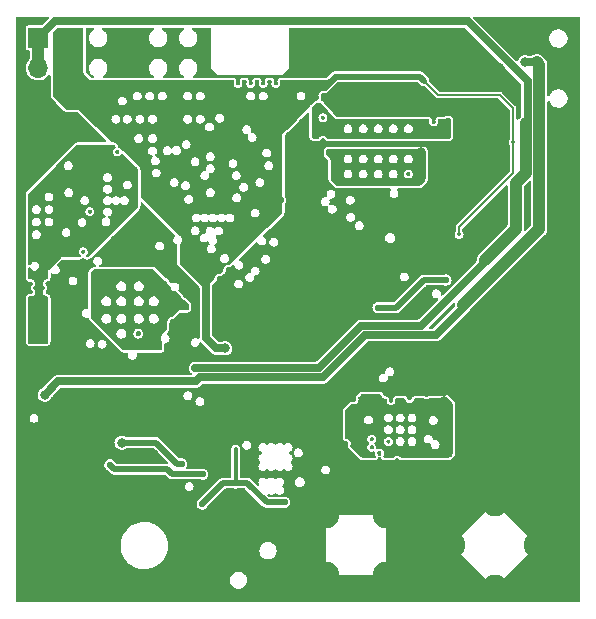
<source format=gbr>
%TF.GenerationSoftware,KiCad,Pcbnew,(6.0.4)*%
%TF.CreationDate,2023-05-27T00:51:03+09:00*%
%TF.ProjectId,RFB,5246422e-6b69-4636-9164-5f7063625858,rev?*%
%TF.SameCoordinates,Original*%
%TF.FileFunction,Copper,L4,Inr*%
%TF.FilePolarity,Positive*%
%FSLAX46Y46*%
G04 Gerber Fmt 4.6, Leading zero omitted, Abs format (unit mm)*
G04 Created by KiCad (PCBNEW (6.0.4)) date 2023-05-27 00:51:03*
%MOMM*%
%LPD*%
G01*
G04 APERTURE LIST*
%TA.AperFunction,ComponentPad*%
%ADD10C,2.600000*%
%TD*%
%TA.AperFunction,ComponentPad*%
%ADD11R,1.700000X1.700000*%
%TD*%
%TA.AperFunction,ComponentPad*%
%ADD12O,1.700000X1.700000*%
%TD*%
%TA.AperFunction,ComponentPad*%
%ADD13C,0.500000*%
%TD*%
%TA.AperFunction,ComponentPad*%
%ADD14C,2.250000*%
%TD*%
%TA.AperFunction,ComponentPad*%
%ADD15C,1.620000*%
%TD*%
%TA.AperFunction,ViaPad*%
%ADD16C,0.350000*%
%TD*%
%TA.AperFunction,ViaPad*%
%ADD17C,0.550000*%
%TD*%
%TA.AperFunction,ViaPad*%
%ADD18C,0.800000*%
%TD*%
%TA.AperFunction,Conductor*%
%ADD19C,0.500000*%
%TD*%
%TA.AperFunction,Conductor*%
%ADD20C,1.000000*%
%TD*%
%TA.AperFunction,Conductor*%
%ADD21C,0.670000*%
%TD*%
%TA.AperFunction,Conductor*%
%ADD22C,0.160000*%
%TD*%
%TA.AperFunction,Conductor*%
%ADD23C,0.350000*%
%TD*%
G04 APERTURE END LIST*
D10*
%TO.N,GND*%
%TO.C,H1*%
X78790800Y-95097600D03*
%TD*%
D11*
%TO.N,/3V3D*%
%TO.C,J9*%
X34950400Y-83230800D03*
D12*
%TO.N,GND*%
X34950400Y-85770800D03*
%TD*%
D10*
%TO.N,GND*%
%TO.C,H2*%
X73329800Y-61417200D03*
%TD*%
D11*
%TO.N,/3V8*%
%TO.C,J7*%
X34950400Y-58166000D03*
D12*
X34950400Y-60706000D03*
%TO.N,VCC*%
X37490400Y-58166000D03*
X37490400Y-60706000D03*
%TO.N,GND*%
X42570400Y-58166000D03*
X42570400Y-60706000D03*
%TD*%
D13*
%TO.N,GND*%
%TO.C,U3*%
X63728600Y-80146400D03*
X62728600Y-78146400D03*
X64728600Y-78146400D03*
X63728600Y-79146400D03*
X64728600Y-80146400D03*
X62728600Y-79146400D03*
X64728600Y-79146400D03*
X62728600Y-80146400D03*
X63728600Y-78146400D03*
%TD*%
D12*
%TO.N,GND*%
%TO.C,J6*%
X78994000Y-60756800D03*
%TD*%
D14*
%TO.N,GND*%
%TO.C,J3*%
X41402000Y-103685400D03*
X46482000Y-98605400D03*
X46482000Y-103685400D03*
X41402000Y-98605400D03*
%TD*%
D15*
%TO.N,GND*%
%TO.C,RV1*%
X49406800Y-101574600D03*
%TD*%
D13*
%TO.N,GND*%
%TO.C,IC3*%
X63736200Y-67142900D03*
X61186200Y-67142900D03*
X65011200Y-64592900D03*
X66286200Y-67142900D03*
X63736200Y-64592900D03*
X61186200Y-64592900D03*
X62461200Y-67142900D03*
X66286200Y-64592900D03*
X62461200Y-64592900D03*
X65011200Y-67142900D03*
%TD*%
D10*
%TO.N,GND*%
%TO.C,H3*%
X35306000Y-103733600D03*
%TD*%
D14*
%TO.N,GND*%
%TO.C,J1*%
X73609200Y-97550698D03*
X73609200Y-104734902D03*
X77201302Y-101142800D03*
X70017098Y-101142800D03*
%TD*%
%TO.N,GND*%
%TO.C,J2*%
X64363600Y-103682800D03*
X59283600Y-103682800D03*
X59283600Y-98602800D03*
X64363600Y-98602800D03*
%TD*%
D16*
%TO.N,GND*%
X41325800Y-96926400D03*
X46558200Y-96215200D03*
X46558200Y-96926400D03*
X53060600Y-94462600D03*
X50017706Y-89895706D03*
X50520600Y-90398600D03*
X51023494Y-90901494D03*
X45897800Y-91795600D03*
X45897800Y-92506800D03*
X46400694Y-91292706D03*
X48514000Y-89890600D03*
X47802800Y-89890600D03*
X49225200Y-89890600D03*
X65709800Y-95758000D03*
X64897000Y-95758000D03*
X60045600Y-97358200D03*
X59542706Y-96855306D03*
X60548494Y-97861094D03*
X70332600Y-96113600D03*
X71297800Y-69748400D03*
X71653400Y-69138800D03*
X70942200Y-69138800D03*
X71780400Y-63525400D03*
X72491600Y-63525400D03*
X71069200Y-63525400D03*
X56134000Y-66294000D03*
X50647600Y-94157800D03*
X40767000Y-92379800D03*
X39522400Y-98145600D03*
X39522400Y-99568000D03*
X39522400Y-96723200D03*
X39522400Y-95300800D03*
X39522400Y-93878400D03*
X38785800Y-99542600D03*
X38785800Y-96697800D03*
X37363400Y-98120200D03*
X38785800Y-95275400D03*
X37363400Y-99542600D03*
X38785800Y-98120200D03*
X37363400Y-96697801D03*
X37363400Y-95275400D03*
X37363400Y-93853000D03*
X38785800Y-93853000D03*
X38074600Y-99542600D03*
X38074600Y-96697800D03*
X36652200Y-98120200D03*
X38074600Y-95275400D03*
X36652200Y-99542600D03*
X38074600Y-98120200D03*
X36652200Y-96697801D03*
X36652200Y-95275400D03*
X36652200Y-93853000D03*
X38074600Y-93853000D03*
X35941000Y-99542600D03*
X35941000Y-96697800D03*
X34518600Y-98120200D03*
X35941000Y-95275400D03*
X34518600Y-99542600D03*
X35941000Y-98120200D03*
X34518600Y-96697801D03*
X34518600Y-95275400D03*
X34518600Y-93853000D03*
X35941000Y-93853000D03*
X35229800Y-99542600D03*
X35229800Y-96697800D03*
X33807400Y-98120200D03*
X35229800Y-95275400D03*
X33807400Y-99542600D03*
X35229800Y-98120200D03*
X33807400Y-96697801D03*
X33807400Y-95275400D03*
X33807400Y-93853000D03*
X35229800Y-93853000D03*
X34518600Y-94564200D03*
X34518600Y-97409000D03*
X35941000Y-95986600D03*
X34518600Y-98831400D03*
X35941000Y-94564200D03*
X34518600Y-95986600D03*
X35941000Y-97409000D03*
X35941000Y-98831400D03*
X35941000Y-100253800D03*
X34518600Y-100253800D03*
X37363400Y-94564200D03*
X37363400Y-97409000D03*
X38785800Y-95986600D03*
X37363400Y-98831400D03*
X38785800Y-94564200D03*
X37363400Y-95986600D03*
X38785800Y-97409000D03*
X38785800Y-98831400D03*
X38785800Y-100253800D03*
X37363400Y-100253800D03*
X54127400Y-84480400D03*
X54483000Y-83870800D03*
X54838600Y-84480400D03*
X55194200Y-83870800D03*
X53416200Y-84480400D03*
X53771800Y-83870800D03*
X53060600Y-83870800D03*
X52349400Y-83870800D03*
X41224200Y-89103200D03*
X41224200Y-88392000D03*
X41833800Y-89458800D03*
X41833800Y-88747600D03*
X41833800Y-88036400D03*
X42443400Y-90525600D03*
X43053000Y-89458800D03*
X42443400Y-89814400D03*
X42443400Y-89103200D03*
X42443400Y-88392000D03*
X46659800Y-89103200D03*
X46050200Y-88747600D03*
X46050200Y-89458800D03*
X46050200Y-90170000D03*
X45440600Y-88392000D03*
X45440600Y-89103200D03*
X45440600Y-89814400D03*
X45440600Y-90525600D03*
X68402200Y-63347600D03*
X72136000Y-74828400D03*
X74269600Y-84429600D03*
X57200800Y-69494400D03*
X66802000Y-101498401D03*
X77470000Y-99364801D03*
X76213474Y-99041420D03*
X60401200Y-58826400D03*
X60553600Y-90170000D03*
X43332400Y-105765600D03*
X45135800Y-96926400D03*
X59918600Y-93548200D03*
X73075800Y-69138800D03*
X56134000Y-101498400D03*
X75336400Y-95097601D03*
X57480200Y-74498200D03*
X72190320Y-103567469D03*
X79603600Y-75895200D03*
X62534800Y-103860600D03*
X50038000Y-88722200D03*
X66802000Y-57759600D03*
X74549000Y-65684400D03*
X77470000Y-56692800D03*
X68259883Y-75402517D03*
X49733201Y-105765600D03*
X76403200Y-82296000D03*
X43992800Y-72593200D03*
X71004926Y-103244180D03*
X58785683Y-79263317D03*
X43434000Y-96012000D03*
X78536800Y-97231199D03*
X40132000Y-91897201D03*
X36931600Y-102565201D03*
X34340800Y-89052400D03*
X72847200Y-64846200D03*
X71394295Y-75265306D03*
X66217800Y-85445600D03*
X61391800Y-85674200D03*
X74269600Y-95097600D03*
X80670400Y-88696800D03*
X71069200Y-72694800D03*
X39065200Y-104698800D03*
X38049200Y-86029800D03*
X71780400Y-64236600D03*
X71424800Y-64846200D03*
X79603600Y-88696800D03*
X47599600Y-105765600D03*
X75336400Y-91897199D03*
X65963800Y-95148400D03*
X80670401Y-81229200D03*
X40741600Y-86537800D03*
X46736000Y-86233000D03*
X58176083Y-92008883D03*
X78536800Y-104698800D03*
X43053000Y-88747600D03*
X77470001Y-87630000D03*
X36347400Y-92456000D03*
X66395600Y-87985600D03*
X68173600Y-59639200D03*
X64449883Y-96281317D03*
X77470000Y-92964000D03*
X61290200Y-74498200D03*
X65735200Y-104698800D03*
X63728600Y-84048600D03*
X68173600Y-77927200D03*
X76403200Y-90830400D03*
X67360800Y-94081600D03*
X67843400Y-88392000D03*
X63347600Y-86410800D03*
X33731200Y-67360800D03*
X57200800Y-78028800D03*
X48255614Y-88322986D03*
X66802001Y-59893200D03*
X66969589Y-75118011D03*
X60370694Y-75001094D03*
X37998401Y-65227200D03*
X43230800Y-103860600D03*
X76033869Y-102561680D03*
X74269600Y-81229200D03*
X50038000Y-88011000D03*
X78536800Y-75895200D03*
X51282600Y-82143600D03*
X37998400Y-87960200D03*
X39497000Y-98831400D03*
X67756989Y-75905411D03*
X79603600Y-67360800D03*
X58496200Y-100076000D03*
X74269600Y-79095600D03*
X62306200Y-72390000D03*
X61468000Y-58826400D03*
X60452000Y-63042800D03*
X62534800Y-57759600D03*
X80670400Y-85496400D03*
X67005200Y-63042800D03*
X59283600Y-59639200D03*
X60756800Y-104470200D03*
X33731200Y-65227200D03*
X34315400Y-79679800D03*
X39497000Y-100253800D03*
X68935600Y-104698800D03*
X47726600Y-83261200D03*
X69646800Y-71577201D03*
X41097200Y-85979000D03*
X80670400Y-90830400D03*
X78536800Y-81229200D03*
X66471800Y-77571600D03*
X67843400Y-86969600D03*
X71069200Y-92964001D03*
X36931600Y-65227200D03*
X77470000Y-82295999D03*
X72135999Y-83362800D03*
X80670400Y-60959999D03*
X47015400Y-82143600D03*
X40132000Y-104698800D03*
X78536800Y-79095600D03*
X46990000Y-87960200D03*
X78536800Y-76962000D03*
X76403200Y-96164401D03*
X58191400Y-74498200D03*
X70901483Y-77784883D03*
X73939400Y-66040000D03*
X74269600Y-92964000D03*
X60401200Y-59893201D03*
D17*
X61950600Y-97104200D03*
D16*
X48666400Y-102565200D03*
X79603601Y-87630000D03*
X80670400Y-105765600D03*
X42570400Y-97612200D03*
X76403199Y-56692800D03*
X75336400Y-56692800D03*
X65735200Y-57759600D03*
X51866800Y-90830400D03*
X73863200Y-86791800D03*
X52933599Y-101498400D03*
X69265672Y-74396728D03*
X78536800Y-88696800D03*
X77470000Y-98298000D03*
X74269600Y-56692800D03*
X80670400Y-79095600D03*
X76033869Y-99723920D03*
X63728600Y-81838800D03*
X67472483Y-74615117D03*
X37998400Y-105765600D03*
X72136000Y-94030801D03*
X65341500Y-93929200D03*
X73939400Y-65328800D03*
X59334400Y-105765600D03*
X73837800Y-67589400D03*
X37439600Y-86385400D03*
X34798000Y-101498400D03*
X50977800Y-92786200D03*
X67884117Y-94604917D03*
X42875200Y-104470200D03*
X69646800Y-70154800D03*
X64668400Y-58826400D03*
X51993801Y-82143600D03*
X36652200Y-100253800D03*
X58267600Y-78028800D03*
X63525400Y-97358200D03*
X56921400Y-73406000D03*
X68935600Y-105765600D03*
X71069200Y-62026801D03*
X33604200Y-81813401D03*
X33731200Y-87884000D03*
X79603600Y-103632000D03*
X76716369Y-102741286D03*
X58267600Y-105765600D03*
X57200800Y-101498400D03*
X64541400Y-101854000D03*
X73202800Y-64236600D03*
X79603600Y-104698801D03*
X72598177Y-85094977D03*
D17*
X69570600Y-96139000D03*
D16*
X79603600Y-86563200D03*
X43383200Y-91821000D03*
X51866800Y-89077800D03*
X35229800Y-94564200D03*
X57200800Y-104698800D03*
X57170294Y-91003094D03*
X46228000Y-75819000D03*
X62773483Y-94554117D03*
X39497000Y-97409000D03*
X46659800Y-101142800D03*
X68478272Y-73609328D03*
X79603600Y-92964000D03*
X73106306Y-85603106D03*
X70535800Y-82702400D03*
X80670400Y-104698800D03*
X40614600Y-100787200D03*
X58267599Y-76962000D03*
X80670400Y-70561200D03*
X44831000Y-90170000D03*
X36347400Y-91033600D03*
X71069200Y-57759599D03*
X61366400Y-93827600D03*
X46304200Y-82143600D03*
X69596000Y-61061600D03*
X73863200Y-90347800D03*
X55143400Y-76809600D03*
X71104811Y-96377811D03*
X64617600Y-73456800D03*
X71069199Y-94030800D03*
X57200800Y-66294000D03*
X35229800Y-100253800D03*
X58267600Y-94030800D03*
X73329800Y-67106800D03*
X54838600Y-83261200D03*
X75336400Y-85496399D03*
X65354200Y-94640400D03*
X60883800Y-86182200D03*
X56210200Y-73406000D03*
X69646800Y-72288400D03*
X56972200Y-84683600D03*
X54000401Y-81229200D03*
X74269601Y-85496400D03*
X38074600Y-95986600D03*
X75336400Y-81229199D03*
X57200800Y-102565200D03*
X34798001Y-69494400D03*
X52933600Y-80162400D03*
X41224200Y-101142800D03*
X75336400Y-96164400D03*
X76403200Y-89763600D03*
X80670400Y-91897200D03*
X77470000Y-97231200D03*
X35737799Y-79679800D03*
X58267600Y-95097599D03*
X71507820Y-103747074D03*
X79603600Y-73761600D03*
X43942000Y-103860600D03*
X47599600Y-104698801D03*
X51003200Y-98221800D03*
X43942000Y-93141800D03*
X62270589Y-95057011D03*
X67868800Y-102565200D03*
X47472600Y-96875600D03*
X77470000Y-83362800D03*
X55549800Y-83261200D03*
X80670400Y-99364800D03*
X75028080Y-98718131D03*
X51866800Y-105765600D03*
X56134000Y-105765600D03*
X76403200Y-91897200D03*
X79603600Y-102565201D03*
X33731200Y-69494400D03*
X60198000Y-79222600D03*
X79603600Y-72694799D03*
X36550601Y-80797400D03*
X52933600Y-105765600D03*
X71592389Y-84089189D03*
X68935600Y-103632000D03*
X44399200Y-96723200D03*
X58267600Y-97231199D03*
X75336400Y-92964000D03*
X69392800Y-76276200D03*
X33731200Y-105765600D03*
X70002400Y-105765600D03*
X65963800Y-76123800D03*
X77470000Y-88696800D03*
X69895694Y-75773306D03*
X79603600Y-71628000D03*
X73202800Y-94030801D03*
X38074600Y-84099400D03*
X76403200Y-85496400D03*
X51003200Y-77774800D03*
X71069200Y-64211200D03*
X33604200Y-79679800D03*
X61468000Y-59893200D03*
X33807400Y-98831400D03*
X59055000Y-66827400D03*
X65735200Y-59893200D03*
X33604200Y-77901800D03*
X65151000Y-100076000D03*
X57277000Y-80772000D03*
X79603601Y-76962000D03*
X51714400Y-96799400D03*
X58267600Y-96164400D03*
X65735200Y-105765600D03*
X41452800Y-95326200D03*
X48437800Y-82143600D03*
X49428400Y-88366600D03*
X68173600Y-58216801D03*
X57200800Y-68427600D03*
X42265600Y-105765600D03*
X70002400Y-103632000D03*
X40132000Y-87960200D03*
X62534800Y-58826400D03*
X59334400Y-76962000D03*
X77470000Y-84429600D03*
X35229800Y-98831400D03*
X70205600Y-88341200D03*
X58496200Y-100787200D03*
X52349400Y-87757000D03*
X51257200Y-88722200D03*
X66395600Y-88696800D03*
X66548000Y-87122000D03*
X75336400Y-88696800D03*
X75336400Y-87629999D03*
X52425600Y-97510600D03*
X75336400Y-80162400D03*
X74549000Y-64973200D03*
X59105800Y-101854000D03*
X79603600Y-98298000D03*
X63632234Y-85120634D03*
X39065200Y-90830400D03*
X76403200Y-83362801D03*
X65716710Y-84946006D03*
X63946989Y-96784211D03*
X74269600Y-72694800D03*
X56133999Y-102565200D03*
X36804600Y-82880201D03*
X47396400Y-79984600D03*
X56667400Y-90500200D03*
X36347400Y-90322400D03*
X67868800Y-100431600D03*
X56972200Y-83972400D03*
X63449200Y-87223600D03*
X50647600Y-89077800D03*
X48666400Y-105765600D03*
X40132000Y-105765600D03*
X66802000Y-100431600D03*
X55549800Y-82143600D03*
X73202800Y-82296000D03*
X45847000Y-96926400D03*
X77470000Y-103632000D03*
X68935600Y-99364800D03*
X59131200Y-68580000D03*
X57200800Y-65227200D03*
X78536800Y-103632000D03*
X71089494Y-83586294D03*
X73456800Y-90957400D03*
X44653200Y-103860600D03*
X57632600Y-71958200D03*
X59283600Y-58216800D03*
X50571400Y-82143600D03*
X36449000Y-78968600D03*
X79603600Y-99364800D03*
X55067200Y-80162400D03*
X76403200Y-71628000D03*
X74269600Y-82296000D03*
X68529200Y-72186800D03*
X39497000Y-94564200D03*
X37769800Y-81711800D03*
X79603600Y-69494400D03*
X38074600Y-98831400D03*
X76403200Y-104698800D03*
X35229800Y-97409000D03*
X58496200Y-101498400D03*
X61569600Y-94691200D03*
X79603600Y-84429600D03*
X35737800Y-78968600D03*
X65212011Y-84439811D03*
X60401201Y-95097600D03*
X54127401Y-82143600D03*
X80670400Y-94030800D03*
X76403200Y-94030801D03*
X80670400Y-69494399D03*
X61569600Y-72618600D03*
X37439600Y-85674200D03*
X71948117Y-92466083D03*
X79603601Y-70561200D03*
X69895694Y-76779094D03*
X74269600Y-91897200D03*
X35229800Y-95986600D03*
D17*
X60997961Y-96239399D03*
D16*
X63601600Y-58826400D03*
X36652200Y-97409000D03*
X78536800Y-67360799D03*
X60690811Y-87792611D03*
X56134000Y-75895200D03*
X80670401Y-87630000D03*
X56261000Y-83261200D03*
X63601600Y-59893200D03*
X63195200Y-92125800D03*
X44831000Y-88036400D03*
X36804600Y-81813400D03*
X54000400Y-90830400D03*
X77470000Y-76961999D03*
X52933600Y-88696800D03*
X75336400Y-57759601D03*
X78536800Y-86563200D03*
X75336399Y-83362800D03*
X42875200Y-95326200D03*
X33731200Y-86817200D03*
X63855600Y-87833200D03*
X42037000Y-96926400D03*
X57673189Y-91505989D03*
X67868800Y-101498400D03*
X77470000Y-90830400D03*
X33731200Y-74828400D03*
X70891400Y-75768200D03*
X63728600Y-77216000D03*
X75207686Y-104249969D03*
X55067199Y-88696800D03*
X54000400Y-79095601D03*
X64033400Y-94056200D03*
X78536800Y-102565200D03*
X79603601Y-79095600D03*
X40360600Y-76428600D03*
X33731200Y-64160400D03*
X64465200Y-72593200D03*
X74447400Y-68656200D03*
X45085000Y-94056200D03*
X49860200Y-82143600D03*
X70002400Y-58826400D03*
X77470000Y-80162400D03*
X62890400Y-104470200D03*
X71184531Y-102561680D03*
X73202800Y-80162400D03*
X63129339Y-84617739D03*
X75710580Y-98538526D03*
X80670400Y-96164400D03*
X57200800Y-105765600D03*
X76403200Y-76962000D03*
X56134000Y-80162400D03*
X73863200Y-87503000D03*
X72136000Y-105765600D03*
X57200800Y-75895200D03*
X33731200Y-88696800D03*
X65151000Y-102209600D03*
X39065200Y-101498400D03*
X73609200Y-86106000D03*
X59334400Y-78028800D03*
X56134000Y-84429600D03*
X57200800Y-58826400D03*
X72136000Y-64846200D03*
X79603600Y-78028800D03*
X71687425Y-103064575D03*
X67843400Y-86258399D03*
X36652200Y-94564200D03*
X72136000Y-58826400D03*
X41275000Y-75158600D03*
X64668400Y-95148400D03*
X69596000Y-58216800D03*
X56134000Y-67360800D03*
X73863200Y-89636599D03*
X64439800Y-84302600D03*
X41198800Y-105765600D03*
X57200800Y-100431600D03*
X57099200Y-97510600D03*
X78536800Y-89763600D03*
X35864800Y-101498400D03*
X61112400Y-103860600D03*
X76403200Y-81229199D03*
X44297600Y-95326200D03*
X71069200Y-104698800D03*
X47269400Y-101498400D03*
X67254094Y-76408306D03*
X67818000Y-77317600D03*
X36957000Y-89255600D03*
X79603600Y-83362801D03*
X38760400Y-76276200D03*
X64363600Y-88341200D03*
X64465200Y-71882000D03*
X74447400Y-67945000D03*
X54000400Y-103632000D03*
X34798000Y-65227200D03*
X36804600Y-86080601D03*
X47726600Y-82143600D03*
X73202799Y-83362800D03*
X65735200Y-97231200D03*
X48260000Y-93954600D03*
X80670400Y-56692800D03*
X64541400Y-100431600D03*
X69646800Y-73710800D03*
X73202799Y-81229200D03*
X55067200Y-104698800D03*
X69596000Y-59639200D03*
X78536800Y-71628000D03*
X50800000Y-102565200D03*
X76403200Y-79095600D03*
X75336400Y-86563201D03*
X75336399Y-79095600D03*
X42799000Y-94056200D03*
X70002400Y-69367400D03*
X80670400Y-83362800D03*
X49428400Y-89077800D03*
X46304200Y-83261200D03*
X39065200Y-92964000D03*
X60909200Y-79222600D03*
X38074600Y-100253800D03*
X80670400Y-97231200D03*
X76403200Y-72694800D03*
X67564001Y-72694800D03*
X56972200Y-85394800D03*
X67462400Y-77927200D03*
X60401200Y-57759600D03*
X57200800Y-98298000D03*
X67589400Y-84048600D03*
X51866800Y-80162400D03*
X33807400Y-94564200D03*
X43281600Y-97612200D03*
X49758600Y-92583000D03*
X80670400Y-101498400D03*
X77470000Y-86563200D03*
X41452800Y-86537800D03*
X37261800Y-80797400D03*
X66751200Y-78359000D03*
X46659800Y-100431600D03*
D17*
X62890400Y-97993200D03*
D16*
X80670400Y-76962000D03*
D17*
X67824335Y-98018600D03*
D16*
X60452000Y-62331600D03*
X61823600Y-103860600D03*
X80670400Y-100431600D03*
X67005200Y-63754000D03*
X35864801Y-68427600D03*
X45466000Y-105765600D03*
X57200800Y-99364800D03*
X60711106Y-76916306D03*
X42799000Y-93141800D03*
X46837600Y-85521800D03*
X33731200Y-75895201D03*
X70502031Y-102741286D03*
X47269400Y-100787200D03*
D17*
X68681600Y-97078800D03*
D16*
X48260000Y-79273400D03*
X62204600Y-74777600D03*
X69748400Y-94792800D03*
X54000400Y-88696800D03*
X44297600Y-104470200D03*
X60553600Y-72847200D03*
X36652200Y-98831400D03*
X80670401Y-98298000D03*
X45008800Y-95326200D03*
X75710580Y-103747074D03*
X50800000Y-105765600D03*
X73863200Y-88925400D03*
X51866799Y-62026800D03*
X50248858Y-78529142D03*
X56591200Y-89077800D03*
X52933600Y-102565200D03*
X67868800Y-105765600D03*
X52425600Y-98221800D03*
X51003200Y-97510600D03*
X72451011Y-91963189D03*
X33731200Y-89408000D03*
X72136000Y-95097600D03*
X80665228Y-102563584D03*
X60208211Y-76413411D03*
X49733200Y-104698800D03*
X71069199Y-70561200D03*
X35864801Y-65227200D03*
X61468000Y-57759600D03*
X39065200Y-103632000D03*
X63271400Y-94056200D03*
X77470000Y-91897199D03*
X68783200Y-94081600D03*
X38074600Y-84810600D03*
X79603600Y-90830400D03*
X59055000Y-63020000D03*
X79603600Y-91897201D03*
X78536800Y-83362800D03*
X72364600Y-70358000D03*
X79603600Y-105765600D03*
X75336400Y-78028800D03*
X55067200Y-90830400D03*
X66802000Y-104698801D03*
X60045600Y-73406000D03*
X73202800Y-73761600D03*
X50571400Y-83261200D03*
X68173600Y-76708000D03*
X58795894Y-75001094D03*
X75336400Y-97231200D03*
X77470000Y-105765600D03*
X41656000Y-67818000D03*
X56591200Y-88366600D03*
X35864801Y-66294000D03*
X41224200Y-100431600D03*
X57200799Y-94030800D03*
X78536800Y-82296000D03*
X66979800Y-60785000D03*
X33731200Y-68427600D03*
X67975377Y-74112223D03*
X33807400Y-100253800D03*
X74269601Y-83362800D03*
X75028080Y-103567469D03*
X72110600Y-97383600D03*
X52705000Y-82143600D03*
X73202801Y-74828400D03*
X78536800Y-99364800D03*
X59105800Y-100431600D03*
X80670400Y-67360799D03*
X71069200Y-105765600D03*
X49733200Y-103632000D03*
X57200800Y-76962000D03*
X55067200Y-81229200D03*
X42164000Y-95326200D03*
X48615600Y-85191600D03*
X66182317Y-96306717D03*
X80670401Y-71628000D03*
X60477400Y-60782200D03*
X33731200Y-84683599D03*
X42037000Y-96215200D03*
X47269400Y-102209600D03*
X52933601Y-90830400D03*
X61468000Y-105765600D03*
X64668401Y-59893200D03*
X49758600Y-93294200D03*
X59486800Y-79222600D03*
X46659800Y-101854000D03*
X78536800Y-91897200D03*
X75336400Y-90830400D03*
X48666400Y-99364800D03*
X33731200Y-63093600D03*
X74549000Y-66395600D03*
X79603601Y-89763600D03*
X79603600Y-85496399D03*
X73202800Y-92964000D03*
X72491600Y-64236600D03*
X76403199Y-78028800D03*
X57937400Y-69596000D03*
X51282600Y-83261200D03*
X42499381Y-85956970D03*
X42748200Y-96215200D03*
X76213474Y-103244180D03*
X71069200Y-59893200D03*
X56972199Y-82143600D03*
X56591200Y-89789000D03*
X57861200Y-58216800D03*
X68762777Y-74899623D03*
X61620400Y-79222600D03*
X63844600Y-93319600D03*
X68935600Y-98653600D03*
X79603601Y-81229200D03*
X78536800Y-69494400D03*
X75336400Y-62026800D03*
X73837800Y-68300600D03*
X36347400Y-91744800D03*
X36931600Y-66294000D03*
X80670400Y-92964000D03*
X64541400Y-101142800D03*
X66045106Y-86619106D03*
X59705317Y-75910517D03*
X37261801Y-80086200D03*
X78536800Y-90830400D03*
X60375800Y-86766400D03*
X41452800Y-84582000D03*
X80670400Y-66294000D03*
X54838600Y-82143600D03*
X54000400Y-104698801D03*
X58267600Y-75895200D03*
X66802000Y-103632000D03*
X53263800Y-93751400D03*
X52933600Y-89763600D03*
X39497000Y-95986600D03*
X77470001Y-79095600D03*
X38074600Y-97409000D03*
X66751200Y-76911200D03*
X43053000Y-90170000D03*
X49047400Y-92583000D03*
X56769000Y-74498200D03*
X80670400Y-82296000D03*
X51714400Y-97510600D03*
X45008800Y-104470200D03*
X41224200Y-101854000D03*
X73939400Y-66751200D03*
X56134000Y-104698801D03*
X65735200Y-99364800D03*
X74269599Y-94030800D03*
X75207686Y-98035631D03*
X56134000Y-76962001D03*
X40132000Y-90830400D03*
X72720200Y-69748400D03*
X59918600Y-96164400D03*
X71729600Y-81864200D03*
X55067200Y-105765600D03*
X80670400Y-63093599D03*
X56133999Y-68427600D03*
X80670400Y-95097600D03*
X76403200Y-87630000D03*
X50800000Y-81229200D03*
X44831000Y-90881200D03*
X37998399Y-92964000D03*
X66685211Y-96809611D03*
X36804600Y-85013801D03*
X75641200Y-63296800D03*
X78536800Y-92964000D03*
X51257200Y-89433400D03*
X43764200Y-74498200D03*
X47447200Y-85166200D03*
X57200800Y-67360800D03*
X66732710Y-85962006D03*
X50469800Y-93294200D03*
X33731200Y-71628000D03*
X59867800Y-74498200D03*
X65151000Y-100787200D03*
X70002400Y-62026800D03*
X75336400Y-82296000D03*
X73431400Y-69748400D03*
X78536800Y-98298000D03*
X79603600Y-74828399D03*
X45796200Y-85801200D03*
X75336400Y-94030801D03*
X47015400Y-83261200D03*
X55346600Y-74498200D03*
X45135800Y-96215200D03*
X78536800Y-80162400D03*
X36347400Y-89611200D03*
X51003200Y-96799400D03*
X59334400Y-73406000D03*
X34798000Y-68427600D03*
X56591200Y-87655400D03*
X60198000Y-88366600D03*
X73202800Y-84429600D03*
X76403200Y-105765600D03*
X69418200Y-81508600D03*
X68387011Y-95107811D03*
X79603600Y-80162400D03*
X61193706Y-88295506D03*
X74269600Y-80162400D03*
X80670400Y-89763600D03*
X80670400Y-58826400D03*
X33807400Y-95986600D03*
X52933600Y-81229200D03*
X70398589Y-76276200D03*
X56134000Y-103632000D03*
X79603600Y-97231200D03*
X54000400Y-62026800D03*
X78536800Y-68427600D03*
X54127400Y-83261200D03*
X39065199Y-87960200D03*
X59893200Y-92506800D03*
X44831000Y-88747600D03*
X57632600Y-70256400D03*
X44450000Y-96012000D03*
X78536800Y-85496400D03*
X61696600Y-88798400D03*
X70713600Y-64846200D03*
X77470000Y-85496401D03*
X61468000Y-104470200D03*
X58496200Y-102209600D03*
X76403200Y-92964000D03*
X80670400Y-103632000D03*
X48666400Y-103632000D03*
X46913800Y-84556600D03*
X64114706Y-73959694D03*
X73202800Y-95097600D03*
X68935600Y-102565201D03*
X76403200Y-84429600D03*
X76403200Y-88696800D03*
X69900800Y-99695000D03*
X65542211Y-86116211D03*
X61264800Y-75895200D03*
X40386000Y-85979000D03*
X56131601Y-99364451D03*
X75530975Y-103064575D03*
X43942000Y-94056200D03*
X59105800Y-101142800D03*
X77470000Y-75895200D03*
X52425600Y-96799400D03*
X78536800Y-70561200D03*
X68300600Y-70091856D03*
X80670400Y-73761600D03*
X61722000Y-95504000D03*
X73939400Y-63906400D03*
X75336400Y-84429599D03*
X45796200Y-86512400D03*
X33731200Y-66294000D03*
X33731200Y-70561200D03*
X46532800Y-105765600D03*
X74447400Y-67233800D03*
X60452000Y-63754000D03*
X33731200Y-73761600D03*
X70398589Y-77281989D03*
X76403200Y-73761600D03*
X68427600Y-65278000D03*
X78536800Y-73761599D03*
X56133999Y-100431600D03*
X36957000Y-91389200D03*
X72136000Y-96164400D03*
X67868800Y-104698800D03*
X72136000Y-73761600D03*
X73863200Y-88214200D03*
X70205600Y-87630000D03*
X44831000Y-89458800D03*
X80670400Y-74828400D03*
X34798000Y-66294000D03*
X43053000Y-88036400D03*
X80670400Y-86563200D03*
X55067200Y-62026800D03*
X37998400Y-101498400D03*
X73075800Y-70358000D03*
X71069200Y-95097600D03*
X53416200Y-83261200D03*
X37998401Y-66294000D03*
X78536800Y-74828400D03*
X80670400Y-62026800D03*
X60985400Y-77571600D03*
X37998400Y-104698801D03*
X48666400Y-104698800D03*
X64668400Y-105765600D03*
X70891400Y-82092800D03*
X78536800Y-105765600D03*
X43586400Y-95326200D03*
X58216800Y-92735400D03*
X64236600Y-75844400D03*
X53416201Y-82143600D03*
X66649600Y-94081600D03*
X68173600Y-61061600D03*
X79603600Y-68427599D03*
X42164000Y-86537800D03*
X50799999Y-101498400D03*
X43484800Y-96723200D03*
X64820800Y-88874600D03*
X49403000Y-87655400D03*
X39065200Y-91897201D03*
X80670400Y-80162400D03*
X67005200Y-62331600D03*
X55067200Y-87655400D03*
X48666399Y-100431600D03*
X62809094Y-71887106D03*
X72953906Y-91460294D03*
X58750200Y-70434200D03*
X80670400Y-57759600D03*
X65735200Y-58826400D03*
X59283600Y-61061600D03*
X63601600Y-57759600D03*
X72009000Y-69748400D03*
X62814200Y-74320400D03*
X80670400Y-65227199D03*
X66802000Y-58826400D03*
X49047400Y-93294200D03*
X33604200Y-80746600D03*
X36931600Y-101498400D03*
X77470000Y-104698800D03*
X72010714Y-104249969D03*
X76716369Y-99544314D03*
X36931600Y-88112600D03*
X52704999Y-83261200D03*
X56134001Y-81229200D03*
X67868800Y-103632000D03*
X33604201Y-78968600D03*
X80670400Y-75895200D03*
X51993800Y-83261200D03*
X71069200Y-71628000D03*
X69646800Y-72999600D03*
X71607706Y-96880706D03*
X66802000Y-99364801D03*
X57200800Y-79095600D03*
X67106800Y-97409000D03*
X33807400Y-97409000D03*
X54635400Y-74498200D03*
X61767694Y-76398094D03*
X78536800Y-72694800D03*
X71729600Y-82575400D03*
X45313600Y-97612200D03*
X80670400Y-78028800D03*
X56134000Y-78028800D03*
X75336400Y-89763600D03*
X80670400Y-72694800D03*
X54000399Y-89763600D03*
X51714400Y-98221800D03*
X38074600Y-94564200D03*
X56057800Y-74498200D03*
X44881800Y-93268800D03*
X77470000Y-78028800D03*
X39065199Y-102565200D03*
X78536799Y-87630000D03*
X72136000Y-71628000D03*
X55067200Y-103632000D03*
X55067200Y-89763600D03*
X55067200Y-79095600D03*
X66466694Y-75620906D03*
X76403200Y-97231200D03*
X34315400Y-78968600D03*
X63881000Y-76504800D03*
X37998400Y-103632000D03*
X77470000Y-89763600D03*
X70205600Y-83362800D03*
X69397906Y-99192106D03*
X40614600Y-100076000D03*
X54000400Y-105765600D03*
X38684200Y-84455000D03*
X66802000Y-102565200D03*
X74269600Y-73761600D03*
X56261000Y-82143600D03*
X62341811Y-85405011D03*
X74549000Y-64262000D03*
X68529200Y-71475600D03*
X52933600Y-62026800D03*
X36957000Y-90678000D03*
X33731200Y-101498400D03*
X68935599Y-62026800D03*
X63195200Y-92837000D03*
X79603600Y-82296000D03*
X68529200Y-70764401D03*
X75336400Y-105765600D03*
X43586400Y-104470200D03*
X71404377Y-77281989D03*
X62534801Y-59893200D03*
X76403200Y-95097600D03*
X43053000Y-90881200D03*
X77470000Y-81229201D03*
X65151000Y-101498400D03*
X65303400Y-76403200D03*
X42748200Y-96926400D03*
X36957000Y-92100400D03*
X67843400Y-87680800D03*
X61036200Y-92506800D03*
X56972200Y-81432400D03*
X54000399Y-87655400D03*
X56972200Y-83261200D03*
X44500800Y-91668600D03*
X60985400Y-78282800D03*
X72364600Y-69138800D03*
X66802000Y-98298000D03*
X78536800Y-78028800D03*
X73202800Y-72694801D03*
X80670400Y-59893200D03*
X67868800Y-99364800D03*
X60401200Y-105765600D03*
X75530975Y-99221025D03*
X62844706Y-85907906D03*
X36957000Y-89966800D03*
X44602400Y-97612200D03*
X76403200Y-80162400D03*
D17*
X69672200Y-63601600D03*
D16*
X72095283Y-84592083D03*
X48437800Y-83261200D03*
X71069200Y-58826400D03*
X45847000Y-96215200D03*
X80670400Y-68427600D03*
X49860200Y-83261200D03*
X33731200Y-72694800D03*
X76403200Y-86563200D03*
X44399200Y-105765600D03*
X36652200Y-95986600D03*
X38404800Y-78003400D03*
X64947800Y-85725000D03*
X70901483Y-76779094D03*
X74269600Y-71628000D03*
X57632600Y-73406000D03*
X57861200Y-61061600D03*
X39065200Y-105765600D03*
X73939400Y-64617600D03*
X40614600Y-101498400D03*
X62534800Y-105765600D03*
X78536799Y-84429600D03*
X62179200Y-104470200D03*
X63601600Y-105765600D03*
X80670400Y-64160400D03*
X66802000Y-105765600D03*
X40614600Y-102209600D03*
X69164200Y-77216000D03*
X42748200Y-91516200D03*
X62479100Y-76396900D03*
X64135000Y-85623400D03*
X43053000Y-86537800D03*
X67564000Y-71628000D03*
X54000400Y-80162400D03*
X58282789Y-79766211D03*
X64668400Y-57759600D03*
X35864800Y-105765600D03*
X68986400Y-95504000D03*
X80670400Y-84429600D03*
X57861200Y-59639200D03*
X79603600Y-100431601D03*
X51866800Y-81229201D03*
X69646800Y-70866000D03*
X68402200Y-67157600D03*
X63611811Y-74462589D03*
X79603600Y-101498400D03*
X75641200Y-64109600D03*
X68529200Y-72898000D03*
X70002400Y-104698801D03*
X47269400Y-100076000D03*
X57200800Y-103632000D03*
X37998400Y-102565200D03*
%TO.N,/3V3D*%
X42087800Y-73558400D03*
X43154600Y-71348600D03*
D18*
X36068000Y-75514200D03*
D16*
X38354000Y-67462400D03*
X35250176Y-71048824D03*
X43027600Y-69240400D03*
D17*
X39624000Y-75184000D03*
X38176200Y-69672200D03*
D16*
X43078400Y-72415400D03*
%TO.N,/PLL_3V3A*%
X47523400Y-80848200D03*
X42474000Y-84404200D03*
D17*
X45135800Y-84201000D03*
D16*
X39878000Y-80441800D03*
X39573200Y-78105000D03*
X43484800Y-77952600D03*
X45694600Y-78892400D03*
D17*
%TO.N,/1V8D*%
X58750200Y-63982600D03*
X58369200Y-65862200D03*
X69672200Y-65176400D03*
D16*
%TO.N,/ADC_1V8A*%
X60147200Y-70002400D03*
D17*
X59563000Y-67868800D03*
D18*
X67335400Y-67843400D03*
D16*
X64496701Y-70479001D03*
X62986200Y-70457600D03*
X67487800Y-70053200D03*
%TO.N,/MIX_5VA*%
X62484000Y-88493600D03*
X62458600Y-89417200D03*
D18*
X69342000Y-88950800D03*
D16*
X62407800Y-93522800D03*
D17*
X69748400Y-93345000D03*
X67208400Y-93279900D03*
D16*
X61253100Y-89800700D03*
D17*
%TO.N,/IFF_3V3A*%
X63728600Y-81000600D03*
X69469000Y-78663800D03*
X67233800Y-79044800D03*
D18*
%TO.N,/3V8*%
X76225400Y-66471800D03*
D17*
X75819000Y-70002400D03*
X72771000Y-76936600D03*
X48234600Y-86106000D03*
D18*
X76225400Y-65405000D03*
D17*
%TO.N,VCC*%
X44942463Y-71831200D03*
X50952400Y-66370200D03*
D16*
X67614800Y-61823600D03*
X70586600Y-74803000D03*
D17*
X47269400Y-76225400D03*
D18*
X37490400Y-63779400D03*
D17*
X54813200Y-64211200D03*
X50165000Y-72288400D03*
D18*
X50774600Y-84455000D03*
D17*
X55499000Y-71932800D03*
D16*
X75158600Y-67005200D03*
D17*
X44069000Y-69926200D03*
%TO.N,/PA_5V*%
X47091600Y-94234000D03*
D18*
X42011600Y-92430600D03*
D17*
X41021000Y-94310200D03*
X48869600Y-95097600D03*
D18*
%TO.N,/6V*%
X35509200Y-88366600D03*
X76149200Y-60223400D03*
X77165200Y-60248800D03*
D17*
X70916800Y-80822800D03*
%TO.N,/PA2/PA_5VFREF*%
X48844200Y-97637600D03*
D16*
X51663600Y-92964000D03*
D17*
X51663600Y-95859600D03*
X55803800Y-97485200D03*
%TD*%
D19*
%TO.N,/PA_5V*%
X45847000Y-94691200D02*
X46253400Y-95097600D01*
X46253400Y-95097600D02*
X48869600Y-95097600D01*
X41402000Y-94691200D02*
X45847000Y-94691200D01*
X41021000Y-94310200D02*
X41402000Y-94691200D01*
%TO.N,/PA2/PA_5VFREF*%
X52654200Y-95859600D02*
X51663600Y-95859600D01*
X54279800Y-97485200D02*
X52654200Y-95859600D01*
X55803800Y-97485200D02*
X54279800Y-97485200D01*
%TO.N,VCC*%
X53111400Y-64211200D02*
X50952400Y-66370200D01*
X54813200Y-64211200D02*
X53111400Y-64211200D01*
X67233800Y-61442600D02*
X67614800Y-61823600D01*
X60147200Y-61442600D02*
X67233800Y-61442600D01*
X59588400Y-62001400D02*
X60147200Y-61442600D01*
X54813200Y-64211200D02*
X57023000Y-62001400D01*
X57023000Y-62001400D02*
X59588400Y-62001400D01*
D20*
%TO.N,/6V*%
X77368400Y-60452000D02*
X77165200Y-60248800D01*
X70916800Y-80797400D02*
X77368400Y-74345800D01*
X70916800Y-80822800D02*
X70916800Y-80797400D01*
X77368400Y-74345800D02*
X77368400Y-60452000D01*
D21*
%TO.N,/3V8*%
X71297800Y-56769000D02*
X36347400Y-56769000D01*
X76377800Y-61849000D02*
X71297800Y-56769000D01*
X36347400Y-56769000D02*
X34950400Y-58166000D01*
X76377800Y-65252600D02*
X76377800Y-61849000D01*
X76225400Y-65405000D02*
X76377800Y-65252600D01*
D20*
X76225400Y-69596000D02*
X75819000Y-70002400D01*
X76225400Y-66471800D02*
X76225400Y-69596000D01*
X76225400Y-66471800D02*
X76225400Y-65405000D01*
D21*
%TO.N,/6V*%
X36626800Y-87249000D02*
X35509200Y-88366600D01*
X59055000Y-86918800D02*
X48655116Y-86918800D01*
X68605400Y-83337400D02*
X62636400Y-83337400D01*
X48324916Y-87249000D02*
X36626800Y-87249000D01*
X70916800Y-81026000D02*
X68605400Y-83337400D01*
X48655116Y-86918800D02*
X48324916Y-87249000D01*
X70916800Y-80822800D02*
X70916800Y-81026000D01*
X62636400Y-83337400D02*
X59055000Y-86918800D01*
%TO.N,/3V8*%
X72771000Y-77139800D02*
X72771000Y-76936600D01*
X62293500Y-82550000D02*
X67360800Y-82550000D01*
X67360800Y-82550000D02*
X72771000Y-77139800D01*
X58737500Y-86106000D02*
X62293500Y-82550000D01*
X48234600Y-86106000D02*
X58737500Y-86106000D01*
D19*
%TO.N,/3V3D*%
X35052000Y-77978000D02*
X35052000Y-83129200D01*
X38176200Y-69672200D02*
X38176200Y-67640200D01*
X43154600Y-71348600D02*
X43154600Y-69367400D01*
X39293800Y-75514200D02*
X39624000Y-75184000D01*
X39624000Y-75184000D02*
X40030400Y-74777600D01*
X35052000Y-83129200D02*
X34950400Y-83230800D01*
X43154600Y-69367400D02*
X43027600Y-69240400D01*
X38176200Y-67640200D02*
X38354000Y-67462400D01*
X36068000Y-76962000D02*
X35052000Y-77978000D01*
X36068000Y-75514200D02*
X39293800Y-75514200D01*
X40030400Y-74777600D02*
X40030400Y-71526400D01*
X40030400Y-71526400D02*
X38176200Y-69672200D01*
X36068000Y-75514200D02*
X36068000Y-76962000D01*
%TO.N,/ADC_1V8A*%
X60147200Y-70002400D02*
X60147200Y-68453000D01*
X60602400Y-70457600D02*
X62986200Y-70457600D01*
X60147200Y-70002400D02*
X60602400Y-70457600D01*
X67335400Y-67843400D02*
X67487800Y-67995800D01*
X67487800Y-67995800D02*
X67487800Y-70053200D01*
X60147200Y-68453000D02*
X59563000Y-67868800D01*
X67487800Y-70053200D02*
X67083400Y-70457600D01*
X67083400Y-70457600D02*
X62986200Y-70457600D01*
%TO.N,/IFF_3V3A*%
X65278000Y-81000600D02*
X63728600Y-81000600D01*
X67233800Y-79044800D02*
X67614800Y-78663800D01*
X67614800Y-78663800D02*
X69469000Y-78663800D01*
X67233800Y-79044800D02*
X65278000Y-81000600D01*
D20*
%TO.N,/3V8*%
X75387200Y-70434200D02*
X75819000Y-70002400D01*
X75387200Y-74320400D02*
X75387200Y-70434200D01*
X34950400Y-60706000D02*
X34950400Y-58166000D01*
X72771000Y-76936600D02*
X75387200Y-74320400D01*
D21*
%TO.N,VCC*%
X44069000Y-70957737D02*
X44069000Y-69926200D01*
D22*
X70586600Y-74193400D02*
X70586600Y-74803000D01*
X68808600Y-63017400D02*
X74041000Y-63017400D01*
D21*
X47269400Y-77165200D02*
X49149000Y-79044800D01*
X44942463Y-71831200D02*
X44069000Y-70957737D01*
X49758600Y-72694800D02*
X47472600Y-72694800D01*
X44942463Y-71831200D02*
X45806063Y-72694800D01*
X47269400Y-76225400D02*
X47269400Y-77165200D01*
D19*
X50190400Y-72313800D02*
X50165000Y-72288400D01*
D21*
X47472600Y-72694800D02*
X47472600Y-76022200D01*
D19*
X50952400Y-66370200D02*
X50165000Y-67157600D01*
D21*
X45806063Y-72694800D02*
X47472600Y-72694800D01*
X49149000Y-79044800D02*
X49149000Y-83591400D01*
X47472600Y-76022200D02*
X47269400Y-76225400D01*
D22*
X75158600Y-64135000D02*
X75158600Y-67005200D01*
X74041000Y-63017400D02*
X75158600Y-64135000D01*
D21*
X44069000Y-69037200D02*
X44069000Y-69926200D01*
D22*
X75158600Y-67005200D02*
X75158600Y-69621400D01*
D21*
X49149000Y-83591400D02*
X50012600Y-84455000D01*
D19*
X55118000Y-72313800D02*
X50190400Y-72313800D01*
X50165000Y-67157600D02*
X50165000Y-72288400D01*
D22*
X75158600Y-69621400D02*
X70586600Y-74193400D01*
D21*
X50012600Y-84455000D02*
X50774600Y-84455000D01*
D22*
X67614800Y-61823600D02*
X68808600Y-63017400D01*
D19*
X55499000Y-71932800D02*
X55118000Y-72313800D01*
D21*
X37490400Y-63779400D02*
X38811200Y-63779400D01*
X38811200Y-63779400D02*
X44069000Y-69037200D01*
X50165000Y-72288400D02*
X49758600Y-72694800D01*
D19*
%TO.N,/PA_5V*%
X46736000Y-94234000D02*
X47091600Y-94234000D01*
X42011600Y-92430600D02*
X44932600Y-92430600D01*
X44932600Y-92430600D02*
X46736000Y-94234000D01*
D21*
%TO.N,/6V*%
X76149200Y-60223400D02*
X77139800Y-60223400D01*
X77139800Y-60223400D02*
X77165200Y-60248800D01*
D19*
%TO.N,/PA2/PA_5VFREF*%
X50622200Y-95859600D02*
X48844200Y-97637600D01*
X51663600Y-95859600D02*
X50622200Y-95859600D01*
D23*
X51663600Y-92964000D02*
X51663600Y-95859600D01*
%TD*%
%TA.AperFunction,Conductor*%
%TO.N,/PLL_3V3A*%
G36*
X44720621Y-77782399D02*
G01*
X44758517Y-77804278D01*
X44766236Y-77811321D01*
X46119640Y-79153158D01*
X46144892Y-79188893D01*
X46156399Y-79231113D01*
X46156889Y-79241799D01*
X46156237Y-79248000D01*
X46156927Y-79254565D01*
X46161225Y-79295453D01*
X46164466Y-79326292D01*
X46166505Y-79332566D01*
X46166505Y-79332568D01*
X46183990Y-79386379D01*
X46188793Y-79401162D01*
X46192093Y-79406877D01*
X46192093Y-79406878D01*
X46215301Y-79447075D01*
X46228154Y-79469338D01*
X46232571Y-79474244D01*
X46232572Y-79474245D01*
X46259829Y-79504517D01*
X46280830Y-79527841D01*
X46286172Y-79531722D01*
X46286174Y-79531724D01*
X46331306Y-79564514D01*
X46344518Y-79574113D01*
X46350546Y-79576797D01*
X46350548Y-79576798D01*
X46393365Y-79595861D01*
X46416436Y-79606133D01*
X46422885Y-79607504D01*
X46422889Y-79607505D01*
X46457693Y-79614902D01*
X46493438Y-79622500D01*
X46541154Y-79622500D01*
X46584249Y-79630099D01*
X46622145Y-79651978D01*
X46629866Y-79659023D01*
X47002032Y-80028009D01*
X47027285Y-80063747D01*
X47033153Y-80078549D01*
X47046139Y-80118514D01*
X47052393Y-80137762D01*
X47091754Y-80205938D01*
X47144430Y-80264441D01*
X47208118Y-80310713D01*
X47214146Y-80313397D01*
X47214148Y-80313398D01*
X47228826Y-80319933D01*
X47280036Y-80342733D01*
X47286491Y-80344105D01*
X47286494Y-80344106D01*
X47294015Y-80345705D01*
X47334588Y-80362098D01*
X47356528Y-80379474D01*
X47663912Y-80684231D01*
X47689165Y-80719969D01*
X47700672Y-80762188D01*
X47701200Y-80773708D01*
X47701200Y-81103200D01*
X47693601Y-81146295D01*
X47671722Y-81184191D01*
X47638200Y-81212319D01*
X47597080Y-81227286D01*
X47575200Y-81229200D01*
X46837600Y-81229200D01*
X46332335Y-81734465D01*
X46296490Y-81759565D01*
X46264686Y-81768384D01*
X46264838Y-81769100D01*
X46187836Y-81785467D01*
X46181798Y-81788155D01*
X46181799Y-81788155D01*
X46121955Y-81814799D01*
X46121951Y-81814801D01*
X46115919Y-81817487D01*
X46110576Y-81821369D01*
X46060570Y-81857700D01*
X46052230Y-81863759D01*
X45999554Y-81922262D01*
X45960193Y-81990438D01*
X45958155Y-81996711D01*
X45958153Y-81996715D01*
X45948600Y-82026117D01*
X45935866Y-82065308D01*
X45935177Y-82071867D01*
X45935176Y-82071870D01*
X45932822Y-82094269D01*
X45920760Y-82136333D01*
X45896607Y-82170193D01*
X45821600Y-82245200D01*
X45821600Y-82828010D01*
X45814001Y-82871105D01*
X45792122Y-82909001D01*
X45784695Y-82917105D01*
X45415200Y-83286600D01*
X45415200Y-83320948D01*
X45407601Y-83364043D01*
X45392253Y-83392908D01*
X45389954Y-83395462D01*
X45386653Y-83401180D01*
X45386652Y-83401181D01*
X45353893Y-83457922D01*
X45350593Y-83463638D01*
X45348555Y-83469911D01*
X45348553Y-83469915D01*
X45336676Y-83506470D01*
X45326266Y-83538508D01*
X45325577Y-83545067D01*
X45325576Y-83545070D01*
X45324453Y-83555755D01*
X45318037Y-83616800D01*
X45318727Y-83623365D01*
X45324060Y-83674100D01*
X45326266Y-83695092D01*
X45350593Y-83769962D01*
X45353893Y-83775677D01*
X45353893Y-83775678D01*
X45379228Y-83819559D01*
X45389954Y-83838138D01*
X45392052Y-83840468D01*
X45410319Y-83877923D01*
X45415200Y-83912652D01*
X45415200Y-84506800D01*
X45407601Y-84549895D01*
X45385722Y-84587791D01*
X45352200Y-84615919D01*
X45311080Y-84630886D01*
X45289200Y-84632800D01*
X42241590Y-84632800D01*
X42198495Y-84625201D01*
X42160599Y-84603322D01*
X42152495Y-84595895D01*
X40757422Y-83200822D01*
X41566256Y-83200822D01*
X41573801Y-83283728D01*
X41597306Y-83363590D01*
X41635875Y-83437365D01*
X41639735Y-83442166D01*
X41639737Y-83442169D01*
X41643682Y-83447075D01*
X41688039Y-83502244D01*
X41751811Y-83555755D01*
X41757206Y-83558721D01*
X41757212Y-83558725D01*
X41819356Y-83592889D01*
X41819361Y-83592891D01*
X41824763Y-83595861D01*
X41830638Y-83597725D01*
X41830641Y-83597726D01*
X41898237Y-83619169D01*
X41898240Y-83619170D01*
X41904114Y-83621033D01*
X41968905Y-83628300D01*
X42013747Y-83628300D01*
X42016803Y-83628000D01*
X42016810Y-83628000D01*
X42038525Y-83625870D01*
X42075651Y-83622230D01*
X42081539Y-83620452D01*
X42081541Y-83620452D01*
X42149449Y-83599950D01*
X42149452Y-83599949D01*
X42155347Y-83598169D01*
X42192099Y-83578628D01*
X42223409Y-83561980D01*
X42223412Y-83561978D01*
X42228851Y-83559086D01*
X42293365Y-83506470D01*
X42346429Y-83442326D01*
X42349361Y-83436904D01*
X42383095Y-83374514D01*
X42383097Y-83374510D01*
X42386024Y-83369096D01*
X42410642Y-83289571D01*
X42415611Y-83242300D01*
X42418700Y-83212906D01*
X42418700Y-83212905D01*
X42419344Y-83206778D01*
X42418802Y-83200822D01*
X42996256Y-83200822D01*
X43003801Y-83283728D01*
X43027306Y-83363590D01*
X43065875Y-83437365D01*
X43069735Y-83442166D01*
X43069737Y-83442169D01*
X43073682Y-83447075D01*
X43118039Y-83502244D01*
X43181811Y-83555755D01*
X43187206Y-83558721D01*
X43187212Y-83558725D01*
X43249356Y-83592889D01*
X43249361Y-83592891D01*
X43254763Y-83595861D01*
X43260638Y-83597725D01*
X43260641Y-83597726D01*
X43328237Y-83619169D01*
X43328240Y-83619170D01*
X43334114Y-83621033D01*
X43398905Y-83628300D01*
X43443747Y-83628300D01*
X43446803Y-83628000D01*
X43446810Y-83628000D01*
X43468525Y-83625870D01*
X43505651Y-83622230D01*
X43511539Y-83620452D01*
X43511541Y-83620452D01*
X43579449Y-83599950D01*
X43579452Y-83599949D01*
X43585347Y-83598169D01*
X43622099Y-83578628D01*
X43653409Y-83561980D01*
X43653412Y-83561978D01*
X43658851Y-83559086D01*
X43723365Y-83506470D01*
X43776429Y-83442326D01*
X43779361Y-83436904D01*
X43813095Y-83374514D01*
X43813097Y-83374510D01*
X43816024Y-83369096D01*
X43840642Y-83289571D01*
X43845611Y-83242300D01*
X43848700Y-83212906D01*
X43848700Y-83212905D01*
X43849344Y-83206778D01*
X43841799Y-83123872D01*
X43818294Y-83044010D01*
X43779725Y-82970235D01*
X43775865Y-82965434D01*
X43775863Y-82965431D01*
X43731420Y-82910156D01*
X43727561Y-82905356D01*
X43663789Y-82851845D01*
X43658394Y-82848879D01*
X43658388Y-82848875D01*
X43596244Y-82814711D01*
X43596239Y-82814709D01*
X43590837Y-82811739D01*
X43584962Y-82809875D01*
X43584959Y-82809874D01*
X43517363Y-82788431D01*
X43517360Y-82788430D01*
X43511486Y-82786567D01*
X43446695Y-82779300D01*
X43401853Y-82779300D01*
X43398797Y-82779600D01*
X43398790Y-82779600D01*
X43377075Y-82781730D01*
X43339949Y-82785370D01*
X43334061Y-82787148D01*
X43334059Y-82787148D01*
X43266151Y-82807650D01*
X43266148Y-82807651D01*
X43260253Y-82809431D01*
X43250323Y-82814711D01*
X43192191Y-82845620D01*
X43192188Y-82845622D01*
X43186749Y-82848514D01*
X43122235Y-82901130D01*
X43069171Y-82965274D01*
X43066241Y-82970693D01*
X43066239Y-82970696D01*
X43063534Y-82975700D01*
X43029576Y-83038504D01*
X43004958Y-83118029D01*
X42996256Y-83200822D01*
X42418802Y-83200822D01*
X42411799Y-83123872D01*
X42388294Y-83044010D01*
X42349725Y-82970235D01*
X42345865Y-82965434D01*
X42345863Y-82965431D01*
X42301420Y-82910156D01*
X42297561Y-82905356D01*
X42233789Y-82851845D01*
X42228394Y-82848879D01*
X42228388Y-82848875D01*
X42166244Y-82814711D01*
X42166239Y-82814709D01*
X42160837Y-82811739D01*
X42154962Y-82809875D01*
X42154959Y-82809874D01*
X42087363Y-82788431D01*
X42087360Y-82788430D01*
X42081486Y-82786567D01*
X42016695Y-82779300D01*
X41971853Y-82779300D01*
X41968797Y-82779600D01*
X41968790Y-82779600D01*
X41947075Y-82781730D01*
X41909949Y-82785370D01*
X41904061Y-82787148D01*
X41904059Y-82787148D01*
X41836151Y-82807650D01*
X41836148Y-82807651D01*
X41830253Y-82809431D01*
X41820323Y-82814711D01*
X41762191Y-82845620D01*
X41762188Y-82845622D01*
X41756749Y-82848514D01*
X41692235Y-82901130D01*
X41639171Y-82965274D01*
X41636241Y-82970693D01*
X41636239Y-82970696D01*
X41633534Y-82975700D01*
X41599576Y-83038504D01*
X41574958Y-83118029D01*
X41566256Y-83200822D01*
X40757422Y-83200822D01*
X39487422Y-81930822D01*
X40296256Y-81930822D01*
X40303801Y-82013728D01*
X40327306Y-82093590D01*
X40365875Y-82167365D01*
X40369735Y-82172166D01*
X40369737Y-82172169D01*
X40373682Y-82177075D01*
X40418039Y-82232244D01*
X40481811Y-82285755D01*
X40487206Y-82288721D01*
X40487212Y-82288725D01*
X40549356Y-82322889D01*
X40549361Y-82322891D01*
X40554763Y-82325861D01*
X40560638Y-82327725D01*
X40560641Y-82327726D01*
X40628237Y-82349169D01*
X40628240Y-82349170D01*
X40634114Y-82351033D01*
X40698905Y-82358300D01*
X40743747Y-82358300D01*
X40746803Y-82358000D01*
X40746810Y-82358000D01*
X40768525Y-82355870D01*
X40805651Y-82352230D01*
X40811539Y-82350452D01*
X40811541Y-82350452D01*
X40879449Y-82329950D01*
X40879452Y-82329949D01*
X40885347Y-82328169D01*
X40944415Y-82296762D01*
X40953409Y-82291980D01*
X40953412Y-82291978D01*
X40958851Y-82289086D01*
X41023365Y-82236470D01*
X41076429Y-82172326D01*
X41079361Y-82166904D01*
X41113095Y-82104514D01*
X41113097Y-82104510D01*
X41116024Y-82099096D01*
X41140642Y-82019571D01*
X41143045Y-81996715D01*
X41148700Y-81942906D01*
X41148700Y-81942905D01*
X41149344Y-81936778D01*
X41148802Y-81930822D01*
X41566256Y-81930822D01*
X41573801Y-82013728D01*
X41597306Y-82093590D01*
X41635875Y-82167365D01*
X41639735Y-82172166D01*
X41639737Y-82172169D01*
X41643682Y-82177075D01*
X41688039Y-82232244D01*
X41751811Y-82285755D01*
X41757206Y-82288721D01*
X41757212Y-82288725D01*
X41819356Y-82322889D01*
X41819361Y-82322891D01*
X41824763Y-82325861D01*
X41830638Y-82327725D01*
X41830641Y-82327726D01*
X41898237Y-82349169D01*
X41898240Y-82349170D01*
X41904114Y-82351033D01*
X41968905Y-82358300D01*
X42013747Y-82358300D01*
X42016803Y-82358000D01*
X42016810Y-82358000D01*
X42038525Y-82355870D01*
X42075651Y-82352230D01*
X42081539Y-82350452D01*
X42081541Y-82350452D01*
X42149449Y-82329950D01*
X42149452Y-82329949D01*
X42155347Y-82328169D01*
X42214415Y-82296762D01*
X42223409Y-82291980D01*
X42223412Y-82291978D01*
X42228851Y-82289086D01*
X42293365Y-82236470D01*
X42346429Y-82172326D01*
X42349361Y-82166904D01*
X42383095Y-82104514D01*
X42383097Y-82104510D01*
X42386024Y-82099096D01*
X42410642Y-82019571D01*
X42413045Y-81996715D01*
X42418700Y-81942906D01*
X42418700Y-81942905D01*
X42419344Y-81936778D01*
X42418802Y-81930822D01*
X43026256Y-81930822D01*
X43033801Y-82013728D01*
X43057306Y-82093590D01*
X43095875Y-82167365D01*
X43099735Y-82172166D01*
X43099737Y-82172169D01*
X43103682Y-82177075D01*
X43148039Y-82232244D01*
X43211811Y-82285755D01*
X43217206Y-82288721D01*
X43217212Y-82288725D01*
X43279356Y-82322889D01*
X43279361Y-82322891D01*
X43284763Y-82325861D01*
X43290638Y-82327725D01*
X43290641Y-82327726D01*
X43358237Y-82349169D01*
X43358240Y-82349170D01*
X43364114Y-82351033D01*
X43428905Y-82358300D01*
X43473747Y-82358300D01*
X43476803Y-82358000D01*
X43476810Y-82358000D01*
X43498525Y-82355870D01*
X43535651Y-82352230D01*
X43541539Y-82350452D01*
X43541541Y-82350452D01*
X43609449Y-82329950D01*
X43609452Y-82329949D01*
X43615347Y-82328169D01*
X43674415Y-82296762D01*
X43683409Y-82291980D01*
X43683412Y-82291978D01*
X43688851Y-82289086D01*
X43753365Y-82236470D01*
X43806429Y-82172326D01*
X43809361Y-82166904D01*
X43843095Y-82104514D01*
X43843097Y-82104510D01*
X43846024Y-82099096D01*
X43870642Y-82019571D01*
X43873045Y-81996715D01*
X43878700Y-81942906D01*
X43878700Y-81942905D01*
X43879344Y-81936778D01*
X43878802Y-81930822D01*
X44296256Y-81930822D01*
X44303801Y-82013728D01*
X44327306Y-82093590D01*
X44365875Y-82167365D01*
X44369735Y-82172166D01*
X44369737Y-82172169D01*
X44373682Y-82177075D01*
X44418039Y-82232244D01*
X44481811Y-82285755D01*
X44487206Y-82288721D01*
X44487212Y-82288725D01*
X44549356Y-82322889D01*
X44549361Y-82322891D01*
X44554763Y-82325861D01*
X44560638Y-82327725D01*
X44560641Y-82327726D01*
X44628237Y-82349169D01*
X44628240Y-82349170D01*
X44634114Y-82351033D01*
X44698905Y-82358300D01*
X44743747Y-82358300D01*
X44746803Y-82358000D01*
X44746810Y-82358000D01*
X44768525Y-82355870D01*
X44805651Y-82352230D01*
X44811539Y-82350452D01*
X44811541Y-82350452D01*
X44879449Y-82329950D01*
X44879452Y-82329949D01*
X44885347Y-82328169D01*
X44944415Y-82296762D01*
X44953409Y-82291980D01*
X44953412Y-82291978D01*
X44958851Y-82289086D01*
X45023365Y-82236470D01*
X45076429Y-82172326D01*
X45079361Y-82166904D01*
X45113095Y-82104514D01*
X45113097Y-82104510D01*
X45116024Y-82099096D01*
X45140642Y-82019571D01*
X45143045Y-81996715D01*
X45148700Y-81942906D01*
X45148700Y-81942905D01*
X45149344Y-81936778D01*
X45143786Y-81875705D01*
X45142358Y-81860013D01*
X45142358Y-81860012D01*
X45141799Y-81853872D01*
X45118294Y-81774010D01*
X45079725Y-81700235D01*
X45075865Y-81695434D01*
X45075863Y-81695431D01*
X45031420Y-81640156D01*
X45027561Y-81635356D01*
X44963789Y-81581845D01*
X44958394Y-81578879D01*
X44958388Y-81578875D01*
X44896244Y-81544711D01*
X44896239Y-81544709D01*
X44890837Y-81541739D01*
X44884962Y-81539875D01*
X44884959Y-81539874D01*
X44817363Y-81518431D01*
X44817360Y-81518430D01*
X44811486Y-81516567D01*
X44746695Y-81509300D01*
X44701853Y-81509300D01*
X44698797Y-81509600D01*
X44698790Y-81509600D01*
X44677075Y-81511730D01*
X44639949Y-81515370D01*
X44634061Y-81517148D01*
X44634059Y-81517148D01*
X44566151Y-81537650D01*
X44566148Y-81537651D01*
X44560253Y-81539431D01*
X44550323Y-81544711D01*
X44492191Y-81575620D01*
X44492188Y-81575622D01*
X44486749Y-81578514D01*
X44422235Y-81631130D01*
X44369171Y-81695274D01*
X44366241Y-81700693D01*
X44366239Y-81700696D01*
X44332530Y-81763041D01*
X44329576Y-81768504D01*
X44304958Y-81848029D01*
X44304315Y-81854150D01*
X44304314Y-81854153D01*
X44302789Y-81868667D01*
X44296256Y-81930822D01*
X43878802Y-81930822D01*
X43873786Y-81875705D01*
X43872358Y-81860013D01*
X43872358Y-81860012D01*
X43871799Y-81853872D01*
X43848294Y-81774010D01*
X43809725Y-81700235D01*
X43805865Y-81695434D01*
X43805863Y-81695431D01*
X43761420Y-81640156D01*
X43757561Y-81635356D01*
X43693789Y-81581845D01*
X43688394Y-81578879D01*
X43688388Y-81578875D01*
X43626244Y-81544711D01*
X43626239Y-81544709D01*
X43620837Y-81541739D01*
X43614962Y-81539875D01*
X43614959Y-81539874D01*
X43547363Y-81518431D01*
X43547360Y-81518430D01*
X43541486Y-81516567D01*
X43476695Y-81509300D01*
X43431853Y-81509300D01*
X43428797Y-81509600D01*
X43428790Y-81509600D01*
X43407075Y-81511730D01*
X43369949Y-81515370D01*
X43364061Y-81517148D01*
X43364059Y-81517148D01*
X43296151Y-81537650D01*
X43296148Y-81537651D01*
X43290253Y-81539431D01*
X43280323Y-81544711D01*
X43222191Y-81575620D01*
X43222188Y-81575622D01*
X43216749Y-81578514D01*
X43152235Y-81631130D01*
X43099171Y-81695274D01*
X43096241Y-81700693D01*
X43096239Y-81700696D01*
X43062530Y-81763041D01*
X43059576Y-81768504D01*
X43034958Y-81848029D01*
X43034315Y-81854150D01*
X43034314Y-81854153D01*
X43032789Y-81868667D01*
X43026256Y-81930822D01*
X42418802Y-81930822D01*
X42413786Y-81875705D01*
X42412358Y-81860013D01*
X42412358Y-81860012D01*
X42411799Y-81853872D01*
X42388294Y-81774010D01*
X42349725Y-81700235D01*
X42345865Y-81695434D01*
X42345863Y-81695431D01*
X42301420Y-81640156D01*
X42297561Y-81635356D01*
X42233789Y-81581845D01*
X42228394Y-81578879D01*
X42228388Y-81578875D01*
X42166244Y-81544711D01*
X42166239Y-81544709D01*
X42160837Y-81541739D01*
X42154962Y-81539875D01*
X42154959Y-81539874D01*
X42087363Y-81518431D01*
X42087360Y-81518430D01*
X42081486Y-81516567D01*
X42016695Y-81509300D01*
X41971853Y-81509300D01*
X41968797Y-81509600D01*
X41968790Y-81509600D01*
X41947075Y-81511730D01*
X41909949Y-81515370D01*
X41904061Y-81517148D01*
X41904059Y-81517148D01*
X41836151Y-81537650D01*
X41836148Y-81537651D01*
X41830253Y-81539431D01*
X41820323Y-81544711D01*
X41762191Y-81575620D01*
X41762188Y-81575622D01*
X41756749Y-81578514D01*
X41692235Y-81631130D01*
X41639171Y-81695274D01*
X41636241Y-81700693D01*
X41636239Y-81700696D01*
X41602530Y-81763041D01*
X41599576Y-81768504D01*
X41574958Y-81848029D01*
X41574315Y-81854150D01*
X41574314Y-81854153D01*
X41572789Y-81868667D01*
X41566256Y-81930822D01*
X41148802Y-81930822D01*
X41143786Y-81875705D01*
X41142358Y-81860013D01*
X41142358Y-81860012D01*
X41141799Y-81853872D01*
X41118294Y-81774010D01*
X41079725Y-81700235D01*
X41075865Y-81695434D01*
X41075863Y-81695431D01*
X41031420Y-81640156D01*
X41027561Y-81635356D01*
X40963789Y-81581845D01*
X40958394Y-81578879D01*
X40958388Y-81578875D01*
X40896244Y-81544711D01*
X40896239Y-81544709D01*
X40890837Y-81541739D01*
X40884962Y-81539875D01*
X40884959Y-81539874D01*
X40817363Y-81518431D01*
X40817360Y-81518430D01*
X40811486Y-81516567D01*
X40746695Y-81509300D01*
X40701853Y-81509300D01*
X40698797Y-81509600D01*
X40698790Y-81509600D01*
X40677075Y-81511730D01*
X40639949Y-81515370D01*
X40634061Y-81517148D01*
X40634059Y-81517148D01*
X40566151Y-81537650D01*
X40566148Y-81537651D01*
X40560253Y-81539431D01*
X40550323Y-81544711D01*
X40492191Y-81575620D01*
X40492188Y-81575622D01*
X40486749Y-81578514D01*
X40422235Y-81631130D01*
X40369171Y-81695274D01*
X40366241Y-81700693D01*
X40366239Y-81700696D01*
X40332530Y-81763041D01*
X40329576Y-81768504D01*
X40304958Y-81848029D01*
X40304315Y-81854150D01*
X40304314Y-81854153D01*
X40302789Y-81868667D01*
X40296256Y-81930822D01*
X39487422Y-81930822D01*
X39432305Y-81875705D01*
X39407205Y-81839860D01*
X39395879Y-81797592D01*
X39395400Y-81786610D01*
X39395400Y-80470822D01*
X40296256Y-80470822D01*
X40303801Y-80553728D01*
X40327306Y-80633590D01*
X40365875Y-80707365D01*
X40369735Y-80712166D01*
X40369737Y-80712169D01*
X40397915Y-80747215D01*
X40418039Y-80772244D01*
X40481811Y-80825755D01*
X40487206Y-80828721D01*
X40487212Y-80828725D01*
X40549356Y-80862889D01*
X40549361Y-80862891D01*
X40554763Y-80865861D01*
X40560638Y-80867725D01*
X40560641Y-80867726D01*
X40628237Y-80889169D01*
X40628240Y-80889170D01*
X40634114Y-80891033D01*
X40698905Y-80898300D01*
X40743747Y-80898300D01*
X40746803Y-80898000D01*
X40746810Y-80898000D01*
X40768525Y-80895870D01*
X40805651Y-80892230D01*
X40811539Y-80890452D01*
X40811541Y-80890452D01*
X40879449Y-80869950D01*
X40879452Y-80869949D01*
X40885347Y-80868169D01*
X40922099Y-80848628D01*
X40953409Y-80831980D01*
X40953412Y-80831978D01*
X40958851Y-80829086D01*
X41023365Y-80776470D01*
X41076429Y-80712326D01*
X41079361Y-80706904D01*
X41113095Y-80644514D01*
X41113097Y-80644510D01*
X41116024Y-80639096D01*
X41140642Y-80559571D01*
X41149344Y-80476778D01*
X41148802Y-80470822D01*
X41566256Y-80470822D01*
X41573801Y-80553728D01*
X41597306Y-80633590D01*
X41635875Y-80707365D01*
X41639735Y-80712166D01*
X41639737Y-80712169D01*
X41667915Y-80747215D01*
X41688039Y-80772244D01*
X41751811Y-80825755D01*
X41757206Y-80828721D01*
X41757212Y-80828725D01*
X41819356Y-80862889D01*
X41819361Y-80862891D01*
X41824763Y-80865861D01*
X41830638Y-80867725D01*
X41830641Y-80867726D01*
X41898237Y-80889169D01*
X41898240Y-80889170D01*
X41904114Y-80891033D01*
X41968905Y-80898300D01*
X42013747Y-80898300D01*
X42016803Y-80898000D01*
X42016810Y-80898000D01*
X42038525Y-80895870D01*
X42075651Y-80892230D01*
X42081539Y-80890452D01*
X42081541Y-80890452D01*
X42149449Y-80869950D01*
X42149452Y-80869949D01*
X42155347Y-80868169D01*
X42192099Y-80848628D01*
X42223409Y-80831980D01*
X42223412Y-80831978D01*
X42228851Y-80829086D01*
X42293365Y-80776470D01*
X42346429Y-80712326D01*
X42349361Y-80706904D01*
X42383095Y-80644514D01*
X42383097Y-80644510D01*
X42386024Y-80639096D01*
X42410642Y-80559571D01*
X42419344Y-80476778D01*
X42418802Y-80470822D01*
X43026256Y-80470822D01*
X43033801Y-80553728D01*
X43057306Y-80633590D01*
X43095875Y-80707365D01*
X43099735Y-80712166D01*
X43099737Y-80712169D01*
X43127915Y-80747215D01*
X43148039Y-80772244D01*
X43211811Y-80825755D01*
X43217206Y-80828721D01*
X43217212Y-80828725D01*
X43279356Y-80862889D01*
X43279361Y-80862891D01*
X43284763Y-80865861D01*
X43290638Y-80867725D01*
X43290641Y-80867726D01*
X43358237Y-80889169D01*
X43358240Y-80889170D01*
X43364114Y-80891033D01*
X43428905Y-80898300D01*
X43473747Y-80898300D01*
X43476803Y-80898000D01*
X43476810Y-80898000D01*
X43498525Y-80895870D01*
X43535651Y-80892230D01*
X43541539Y-80890452D01*
X43541541Y-80890452D01*
X43609449Y-80869950D01*
X43609452Y-80869949D01*
X43615347Y-80868169D01*
X43652099Y-80848628D01*
X43683409Y-80831980D01*
X43683412Y-80831978D01*
X43688851Y-80829086D01*
X43753365Y-80776470D01*
X43806429Y-80712326D01*
X43809361Y-80706904D01*
X43843095Y-80644514D01*
X43843097Y-80644510D01*
X43846024Y-80639096D01*
X43870642Y-80559571D01*
X43879344Y-80476778D01*
X43878802Y-80470822D01*
X44296256Y-80470822D01*
X44303801Y-80553728D01*
X44327306Y-80633590D01*
X44365875Y-80707365D01*
X44369735Y-80712166D01*
X44369737Y-80712169D01*
X44397915Y-80747215D01*
X44418039Y-80772244D01*
X44481811Y-80825755D01*
X44487206Y-80828721D01*
X44487212Y-80828725D01*
X44549356Y-80862889D01*
X44549361Y-80862891D01*
X44554763Y-80865861D01*
X44560638Y-80867725D01*
X44560641Y-80867726D01*
X44628237Y-80889169D01*
X44628240Y-80889170D01*
X44634114Y-80891033D01*
X44698905Y-80898300D01*
X44743747Y-80898300D01*
X44746803Y-80898000D01*
X44746810Y-80898000D01*
X44768525Y-80895870D01*
X44805651Y-80892230D01*
X44811539Y-80890452D01*
X44811541Y-80890452D01*
X44879449Y-80869950D01*
X44879452Y-80869949D01*
X44885347Y-80868169D01*
X44922099Y-80848628D01*
X44953409Y-80831980D01*
X44953412Y-80831978D01*
X44958851Y-80829086D01*
X45023365Y-80776470D01*
X45076429Y-80712326D01*
X45079361Y-80706904D01*
X45113095Y-80644514D01*
X45113097Y-80644510D01*
X45116024Y-80639096D01*
X45140642Y-80559571D01*
X45149344Y-80476778D01*
X45141799Y-80393872D01*
X45137562Y-80379474D01*
X45120037Y-80319933D01*
X45118294Y-80314010D01*
X45079725Y-80240235D01*
X45075865Y-80235434D01*
X45075863Y-80235431D01*
X45031420Y-80180156D01*
X45027561Y-80175356D01*
X44963789Y-80121845D01*
X44958394Y-80118879D01*
X44958388Y-80118875D01*
X44896244Y-80084711D01*
X44896239Y-80084709D01*
X44890837Y-80081739D01*
X44884962Y-80079875D01*
X44884959Y-80079874D01*
X44817363Y-80058431D01*
X44817360Y-80058430D01*
X44811486Y-80056567D01*
X44746695Y-80049300D01*
X44701853Y-80049300D01*
X44698797Y-80049600D01*
X44698790Y-80049600D01*
X44677075Y-80051730D01*
X44639949Y-80055370D01*
X44634061Y-80057148D01*
X44634059Y-80057148D01*
X44566151Y-80077650D01*
X44566148Y-80077651D01*
X44560253Y-80079431D01*
X44550323Y-80084711D01*
X44492191Y-80115620D01*
X44492188Y-80115622D01*
X44486749Y-80118514D01*
X44422235Y-80171130D01*
X44369171Y-80235274D01*
X44366241Y-80240693D01*
X44366239Y-80240696D01*
X44353401Y-80264441D01*
X44329576Y-80308504D01*
X44304958Y-80388029D01*
X44296256Y-80470822D01*
X43878802Y-80470822D01*
X43871799Y-80393872D01*
X43867562Y-80379474D01*
X43850037Y-80319933D01*
X43848294Y-80314010D01*
X43809725Y-80240235D01*
X43805865Y-80235434D01*
X43805863Y-80235431D01*
X43761420Y-80180156D01*
X43757561Y-80175356D01*
X43693789Y-80121845D01*
X43688394Y-80118879D01*
X43688388Y-80118875D01*
X43626244Y-80084711D01*
X43626239Y-80084709D01*
X43620837Y-80081739D01*
X43614962Y-80079875D01*
X43614959Y-80079874D01*
X43547363Y-80058431D01*
X43547360Y-80058430D01*
X43541486Y-80056567D01*
X43476695Y-80049300D01*
X43431853Y-80049300D01*
X43428797Y-80049600D01*
X43428790Y-80049600D01*
X43407075Y-80051730D01*
X43369949Y-80055370D01*
X43364061Y-80057148D01*
X43364059Y-80057148D01*
X43296151Y-80077650D01*
X43296148Y-80077651D01*
X43290253Y-80079431D01*
X43280323Y-80084711D01*
X43222191Y-80115620D01*
X43222188Y-80115622D01*
X43216749Y-80118514D01*
X43152235Y-80171130D01*
X43099171Y-80235274D01*
X43096241Y-80240693D01*
X43096239Y-80240696D01*
X43083401Y-80264441D01*
X43059576Y-80308504D01*
X43034958Y-80388029D01*
X43026256Y-80470822D01*
X42418802Y-80470822D01*
X42411799Y-80393872D01*
X42407562Y-80379474D01*
X42390037Y-80319933D01*
X42388294Y-80314010D01*
X42349725Y-80240235D01*
X42345865Y-80235434D01*
X42345863Y-80235431D01*
X42301420Y-80180156D01*
X42297561Y-80175356D01*
X42233789Y-80121845D01*
X42228394Y-80118879D01*
X42228388Y-80118875D01*
X42166244Y-80084711D01*
X42166239Y-80084709D01*
X42160837Y-80081739D01*
X42154962Y-80079875D01*
X42154959Y-80079874D01*
X42087363Y-80058431D01*
X42087360Y-80058430D01*
X42081486Y-80056567D01*
X42016695Y-80049300D01*
X41971853Y-80049300D01*
X41968797Y-80049600D01*
X41968790Y-80049600D01*
X41947075Y-80051730D01*
X41909949Y-80055370D01*
X41904061Y-80057148D01*
X41904059Y-80057148D01*
X41836151Y-80077650D01*
X41836148Y-80077651D01*
X41830253Y-80079431D01*
X41820323Y-80084711D01*
X41762191Y-80115620D01*
X41762188Y-80115622D01*
X41756749Y-80118514D01*
X41692235Y-80171130D01*
X41639171Y-80235274D01*
X41636241Y-80240693D01*
X41636239Y-80240696D01*
X41623401Y-80264441D01*
X41599576Y-80308504D01*
X41574958Y-80388029D01*
X41566256Y-80470822D01*
X41148802Y-80470822D01*
X41141799Y-80393872D01*
X41137562Y-80379474D01*
X41120037Y-80319933D01*
X41118294Y-80314010D01*
X41079725Y-80240235D01*
X41075865Y-80235434D01*
X41075863Y-80235431D01*
X41031420Y-80180156D01*
X41027561Y-80175356D01*
X40963789Y-80121845D01*
X40958394Y-80118879D01*
X40958388Y-80118875D01*
X40896244Y-80084711D01*
X40896239Y-80084709D01*
X40890837Y-80081739D01*
X40884962Y-80079875D01*
X40884959Y-80079874D01*
X40817363Y-80058431D01*
X40817360Y-80058430D01*
X40811486Y-80056567D01*
X40746695Y-80049300D01*
X40701853Y-80049300D01*
X40698797Y-80049600D01*
X40698790Y-80049600D01*
X40677075Y-80051730D01*
X40639949Y-80055370D01*
X40634061Y-80057148D01*
X40634059Y-80057148D01*
X40566151Y-80077650D01*
X40566148Y-80077651D01*
X40560253Y-80079431D01*
X40550323Y-80084711D01*
X40492191Y-80115620D01*
X40492188Y-80115622D01*
X40486749Y-80118514D01*
X40422235Y-80171130D01*
X40369171Y-80235274D01*
X40366241Y-80240693D01*
X40366239Y-80240696D01*
X40353401Y-80264441D01*
X40329576Y-80308504D01*
X40304958Y-80388029D01*
X40296256Y-80470822D01*
X39395400Y-80470822D01*
X39395400Y-79200822D01*
X41566256Y-79200822D01*
X41573801Y-79283728D01*
X41597306Y-79363590D01*
X41635875Y-79437365D01*
X41639735Y-79442166D01*
X41639737Y-79442169D01*
X41643682Y-79447075D01*
X41688039Y-79502244D01*
X41751811Y-79555755D01*
X41757206Y-79558721D01*
X41757212Y-79558725D01*
X41819356Y-79592889D01*
X41819361Y-79592891D01*
X41824763Y-79595861D01*
X41830638Y-79597725D01*
X41830641Y-79597726D01*
X41898237Y-79619169D01*
X41898240Y-79619170D01*
X41904114Y-79621033D01*
X41968905Y-79628300D01*
X42013747Y-79628300D01*
X42016803Y-79628000D01*
X42016810Y-79628000D01*
X42038525Y-79625870D01*
X42075651Y-79622230D01*
X42081539Y-79620452D01*
X42081541Y-79620452D01*
X42149449Y-79599950D01*
X42149452Y-79599949D01*
X42155347Y-79598169D01*
X42195540Y-79576798D01*
X42223409Y-79561980D01*
X42223412Y-79561978D01*
X42228851Y-79559086D01*
X42293365Y-79506470D01*
X42346429Y-79442326D01*
X42349361Y-79436904D01*
X42383095Y-79374514D01*
X42383097Y-79374510D01*
X42386024Y-79369096D01*
X42410642Y-79289571D01*
X42414322Y-79254565D01*
X42418700Y-79212906D01*
X42418700Y-79212905D01*
X42419344Y-79206778D01*
X42418802Y-79200822D01*
X43026256Y-79200822D01*
X43033801Y-79283728D01*
X43057306Y-79363590D01*
X43095875Y-79437365D01*
X43099735Y-79442166D01*
X43099737Y-79442169D01*
X43103682Y-79447075D01*
X43148039Y-79502244D01*
X43211811Y-79555755D01*
X43217206Y-79558721D01*
X43217212Y-79558725D01*
X43279356Y-79592889D01*
X43279361Y-79592891D01*
X43284763Y-79595861D01*
X43290638Y-79597725D01*
X43290641Y-79597726D01*
X43358237Y-79619169D01*
X43358240Y-79619170D01*
X43364114Y-79621033D01*
X43428905Y-79628300D01*
X43473747Y-79628300D01*
X43476803Y-79628000D01*
X43476810Y-79628000D01*
X43498525Y-79625870D01*
X43535651Y-79622230D01*
X43541539Y-79620452D01*
X43541541Y-79620452D01*
X43609449Y-79599950D01*
X43609452Y-79599949D01*
X43615347Y-79598169D01*
X43655540Y-79576798D01*
X43683409Y-79561980D01*
X43683412Y-79561978D01*
X43688851Y-79559086D01*
X43753365Y-79506470D01*
X43806429Y-79442326D01*
X43809361Y-79436904D01*
X43843095Y-79374514D01*
X43843097Y-79374510D01*
X43846024Y-79369096D01*
X43870642Y-79289571D01*
X43874322Y-79254565D01*
X43878700Y-79212906D01*
X43878700Y-79212905D01*
X43879344Y-79206778D01*
X43871799Y-79123872D01*
X43868484Y-79112607D01*
X43850037Y-79049933D01*
X43848294Y-79044010D01*
X43809725Y-78970235D01*
X43805865Y-78965434D01*
X43805863Y-78965431D01*
X43761420Y-78910156D01*
X43757561Y-78905356D01*
X43693789Y-78851845D01*
X43688394Y-78848879D01*
X43688388Y-78848875D01*
X43626244Y-78814711D01*
X43626239Y-78814709D01*
X43620837Y-78811739D01*
X43614962Y-78809875D01*
X43614959Y-78809874D01*
X43547363Y-78788431D01*
X43547360Y-78788430D01*
X43541486Y-78786567D01*
X43476695Y-78779300D01*
X43431853Y-78779300D01*
X43428797Y-78779600D01*
X43428790Y-78779600D01*
X43412282Y-78781219D01*
X43369949Y-78785370D01*
X43364061Y-78787148D01*
X43364059Y-78787148D01*
X43296151Y-78807650D01*
X43296148Y-78807651D01*
X43290253Y-78809431D01*
X43253501Y-78828972D01*
X43222191Y-78845620D01*
X43222188Y-78845622D01*
X43216749Y-78848514D01*
X43152235Y-78901130D01*
X43099171Y-78965274D01*
X43096241Y-78970693D01*
X43096239Y-78970696D01*
X43065979Y-79026662D01*
X43059576Y-79038504D01*
X43034958Y-79118029D01*
X43034315Y-79124150D01*
X43034314Y-79124153D01*
X43029526Y-79169708D01*
X43026256Y-79200822D01*
X42418802Y-79200822D01*
X42411799Y-79123872D01*
X42408484Y-79112607D01*
X42390037Y-79049933D01*
X42388294Y-79044010D01*
X42349725Y-78970235D01*
X42345865Y-78965434D01*
X42345863Y-78965431D01*
X42301420Y-78910156D01*
X42297561Y-78905356D01*
X42233789Y-78851845D01*
X42228394Y-78848879D01*
X42228388Y-78848875D01*
X42166244Y-78814711D01*
X42166239Y-78814709D01*
X42160837Y-78811739D01*
X42154962Y-78809875D01*
X42154959Y-78809874D01*
X42087363Y-78788431D01*
X42087360Y-78788430D01*
X42081486Y-78786567D01*
X42016695Y-78779300D01*
X41971853Y-78779300D01*
X41968797Y-78779600D01*
X41968790Y-78779600D01*
X41952282Y-78781219D01*
X41909949Y-78785370D01*
X41904061Y-78787148D01*
X41904059Y-78787148D01*
X41836151Y-78807650D01*
X41836148Y-78807651D01*
X41830253Y-78809431D01*
X41793501Y-78828972D01*
X41762191Y-78845620D01*
X41762188Y-78845622D01*
X41756749Y-78848514D01*
X41692235Y-78901130D01*
X41639171Y-78965274D01*
X41636241Y-78970693D01*
X41636239Y-78970696D01*
X41605979Y-79026662D01*
X41599576Y-79038504D01*
X41574958Y-79118029D01*
X41574315Y-79124150D01*
X41574314Y-79124153D01*
X41569526Y-79169708D01*
X41566256Y-79200822D01*
X39395400Y-79200822D01*
X39395400Y-78055590D01*
X39402999Y-78012495D01*
X39424878Y-77974599D01*
X39432305Y-77966495D01*
X39587095Y-77811705D01*
X39622940Y-77786605D01*
X39665208Y-77775279D01*
X39676190Y-77774800D01*
X44677526Y-77774800D01*
X44720621Y-77782399D01*
G37*
%TD.AperFunction*%
%TD*%
%TA.AperFunction,Conductor*%
%TO.N,GND*%
G36*
X35796859Y-56367936D02*
G01*
X35828977Y-56389396D01*
X35850437Y-56421514D01*
X35857973Y-56459400D01*
X35850437Y-56497286D01*
X35828977Y-56529404D01*
X35272378Y-57086004D01*
X35240260Y-57107464D01*
X35202374Y-57115000D01*
X34081372Y-57115000D01*
X34073579Y-57115847D01*
X34062968Y-57116999D01*
X34062966Y-57117000D01*
X34056794Y-57117670D01*
X34002882Y-57137881D01*
X33997238Y-57142111D01*
X33997236Y-57142112D01*
X33962458Y-57168177D01*
X33956810Y-57172410D01*
X33922281Y-57218482D01*
X33902070Y-57272394D01*
X33899400Y-57296972D01*
X33899400Y-59035028D01*
X33902070Y-59059606D01*
X33922281Y-59113518D01*
X33956810Y-59159590D01*
X33962458Y-59163823D01*
X33997236Y-59189888D01*
X33997238Y-59189889D01*
X34002882Y-59194119D01*
X34056794Y-59214330D01*
X34062966Y-59215000D01*
X34062968Y-59215001D01*
X34073579Y-59216153D01*
X34081372Y-59217000D01*
X34150400Y-59217000D01*
X34188286Y-59224536D01*
X34220404Y-59245996D01*
X34241864Y-59278114D01*
X34249400Y-59316000D01*
X34249400Y-59879791D01*
X34241864Y-59917677D01*
X34219852Y-59950342D01*
X34209683Y-59960353D01*
X34167927Y-60001458D01*
X34088953Y-60100565D01*
X34087396Y-60103091D01*
X34087391Y-60103098D01*
X34030563Y-60195290D01*
X34022457Y-60208441D01*
X34021209Y-60211149D01*
X34021207Y-60211152D01*
X33970655Y-60320808D01*
X33970652Y-60320816D01*
X33969403Y-60323525D01*
X33930558Y-60444149D01*
X33906487Y-60568566D01*
X33906277Y-60571528D01*
X33906277Y-60571530D01*
X33905109Y-60588023D01*
X33897537Y-60694974D01*
X33897685Y-60697948D01*
X33897685Y-60697953D01*
X33900688Y-60758258D01*
X33903838Y-60821542D01*
X33904344Y-60824486D01*
X33923777Y-60937582D01*
X33925298Y-60946435D01*
X33926152Y-60949289D01*
X33926152Y-60949291D01*
X33957103Y-61052782D01*
X33961608Y-61067847D01*
X33962800Y-61070581D01*
X33962800Y-61070582D01*
X33995919Y-61146567D01*
X34012241Y-61184016D01*
X34013750Y-61186582D01*
X34013751Y-61186585D01*
X34023683Y-61203480D01*
X34076463Y-61293262D01*
X34153344Y-61394000D01*
X34177403Y-61418697D01*
X34231990Y-61474732D01*
X34241771Y-61484773D01*
X34340463Y-61564265D01*
X34447990Y-61631325D01*
X34450690Y-61632587D01*
X34450692Y-61632588D01*
X34496359Y-61653931D01*
X34562794Y-61684981D01*
X34683213Y-61724457D01*
X34686144Y-61725040D01*
X34804580Y-61748598D01*
X34804583Y-61748598D01*
X34807502Y-61749179D01*
X34810471Y-61749405D01*
X34810472Y-61749405D01*
X34930887Y-61758565D01*
X34930891Y-61758565D01*
X34933861Y-61758791D01*
X34975775Y-61756924D01*
X35057485Y-61753286D01*
X35057493Y-61753285D01*
X35060460Y-61753153D01*
X35185465Y-61732347D01*
X35278720Y-61704988D01*
X35304191Y-61697516D01*
X35304193Y-61697515D01*
X35307064Y-61696673D01*
X35316086Y-61692797D01*
X35420758Y-61647826D01*
X35420761Y-61647824D01*
X35423497Y-61646649D01*
X35429773Y-61643004D01*
X35530499Y-61584498D01*
X35533078Y-61583000D01*
X35584006Y-61544553D01*
X35631846Y-61508437D01*
X35631847Y-61508437D01*
X35634217Y-61506647D01*
X35725452Y-61418697D01*
X35805460Y-61320423D01*
X35808503Y-61315600D01*
X35809274Y-61314379D01*
X35835864Y-61286359D01*
X35871153Y-61270649D01*
X35909767Y-61269638D01*
X35945829Y-61283482D01*
X35973849Y-61310072D01*
X35989559Y-61345361D01*
X35992000Y-61367208D01*
X35992000Y-63004387D01*
X35992434Y-63017648D01*
X35993279Y-63030556D01*
X35994578Y-63043763D01*
X35998835Y-63076134D01*
X36000919Y-63086625D01*
X36003687Y-63100559D01*
X36003690Y-63100574D01*
X36004003Y-63102147D01*
X36010676Y-63127081D01*
X36019189Y-63152192D01*
X36027048Y-63171192D01*
X36027054Y-63171207D01*
X36029176Y-63176336D01*
X36040890Y-63200120D01*
X36041693Y-63201512D01*
X36041700Y-63201526D01*
X36052968Y-63221070D01*
X36053784Y-63222485D01*
X36054686Y-63223837D01*
X36064595Y-63238689D01*
X36068504Y-63244549D01*
X36088360Y-63270467D01*
X36088854Y-63271069D01*
X36088862Y-63271080D01*
X36096232Y-63280075D01*
X36096255Y-63280102D01*
X36096767Y-63280727D01*
X36097300Y-63281335D01*
X36097323Y-63281363D01*
X36104746Y-63289842D01*
X36104768Y-63289866D01*
X36105286Y-63290458D01*
X36114347Y-63300151D01*
X36338889Y-63525116D01*
X36456958Y-63643408D01*
X37063801Y-64251394D01*
X37153241Y-64341003D01*
X37162926Y-64350091D01*
X37172651Y-64358636D01*
X37182908Y-64367069D01*
X37183542Y-64367556D01*
X37183564Y-64367574D01*
X37207520Y-64385993D01*
X37208813Y-64386987D01*
X37230871Y-64401759D01*
X37253235Y-64414701D01*
X37264685Y-64420362D01*
X37275591Y-64425754D01*
X37275601Y-64425759D01*
X37277034Y-64426467D01*
X37278512Y-64427081D01*
X37278523Y-64427086D01*
X37293004Y-64433101D01*
X37301173Y-64436495D01*
X37326300Y-64445054D01*
X37327851Y-64445471D01*
X37327853Y-64445472D01*
X37349695Y-64451350D01*
X37349701Y-64451351D01*
X37351249Y-64451768D01*
X37364253Y-64454370D01*
X37375684Y-64456657D01*
X37375699Y-64456659D01*
X37377281Y-64456976D01*
X37378879Y-64457188D01*
X37378884Y-64457189D01*
X37385221Y-64458030D01*
X37409680Y-64461278D01*
X37422900Y-64462595D01*
X37423664Y-64462646D01*
X37423677Y-64462647D01*
X37435020Y-64463403D01*
X37435031Y-64463404D01*
X37435818Y-64463456D01*
X37436607Y-64463483D01*
X37436633Y-64463484D01*
X37442799Y-64463692D01*
X37449085Y-64463905D01*
X37449916Y-64463906D01*
X37449919Y-64463906D01*
X38279675Y-64464856D01*
X38317552Y-64472435D01*
X38349566Y-64493852D01*
X40692110Y-66836396D01*
X40713570Y-66868514D01*
X40721106Y-66906400D01*
X40713570Y-66944286D01*
X40692110Y-66976404D01*
X40659992Y-66997864D01*
X40622106Y-67005400D01*
X38341732Y-67005400D01*
X38328454Y-67005835D01*
X38315532Y-67006682D01*
X38307410Y-67007482D01*
X38303142Y-67007902D01*
X38303127Y-67007904D01*
X38302312Y-67007984D01*
X38269903Y-67012251D01*
X38268342Y-67012561D01*
X38268339Y-67012562D01*
X38256619Y-67014893D01*
X38243863Y-67017431D01*
X38242328Y-67017842D01*
X38242312Y-67017846D01*
X38220454Y-67023703D01*
X38220449Y-67023704D01*
X38218902Y-67024119D01*
X38217385Y-67024634D01*
X38195286Y-67032134D01*
X38195276Y-67032138D01*
X38193755Y-67032654D01*
X38169596Y-67042661D01*
X38145778Y-67054407D01*
X38123399Y-67067328D01*
X38101324Y-67082079D01*
X38100034Y-67083069D01*
X38100031Y-67083071D01*
X38092652Y-67088733D01*
X38075396Y-67101974D01*
X38065137Y-67110393D01*
X38055400Y-67118931D01*
X38045694Y-67128020D01*
X34031820Y-71141894D01*
X34022731Y-71151600D01*
X34014193Y-71161337D01*
X34005774Y-71171596D01*
X34005272Y-71172250D01*
X34005269Y-71172254D01*
X33987480Y-71195438D01*
X33985879Y-71197524D01*
X33971128Y-71219599D01*
X33970317Y-71221004D01*
X33959005Y-71240595D01*
X33958999Y-71240607D01*
X33958207Y-71241978D01*
X33957506Y-71243399D01*
X33957502Y-71243407D01*
X33947177Y-71264344D01*
X33947171Y-71264358D01*
X33946463Y-71265793D01*
X33945845Y-71267285D01*
X33945840Y-71267296D01*
X33942454Y-71275470D01*
X33936456Y-71289951D01*
X33927918Y-71315103D01*
X33921230Y-71340065D01*
X33916051Y-71366102D01*
X33911784Y-71398510D01*
X33911704Y-71399323D01*
X33911189Y-71404557D01*
X33910482Y-71411732D01*
X33909635Y-71424655D01*
X33909200Y-71437932D01*
X33909200Y-77303197D01*
X33909406Y-77305435D01*
X33909406Y-77305442D01*
X33912392Y-77337933D01*
X33912600Y-77340194D01*
X33913013Y-77342420D01*
X33913014Y-77342430D01*
X33913689Y-77346070D01*
X33919177Y-77375677D01*
X33923533Y-77394256D01*
X33947099Y-77447011D01*
X33948192Y-77448742D01*
X33959268Y-77485183D01*
X33955503Y-77523627D01*
X33945893Y-77545454D01*
X33942401Y-77551341D01*
X33939859Y-77555625D01*
X33920637Y-77610114D01*
X33919949Y-77613575D01*
X33919948Y-77613577D01*
X33918607Y-77620319D01*
X33913101Y-77648000D01*
X33909200Y-77687603D01*
X33909200Y-78506670D01*
X33909268Y-78507962D01*
X33909268Y-78507971D01*
X33909779Y-78517703D01*
X33910313Y-78527894D01*
X33911205Y-78536376D01*
X33912069Y-78544593D01*
X33912477Y-78548478D01*
X33919011Y-78573518D01*
X33923776Y-78591776D01*
X33927849Y-78607386D01*
X33943097Y-78642877D01*
X33952732Y-78662356D01*
X33987960Y-78708154D01*
X33990488Y-78710617D01*
X33990491Y-78710620D01*
X34004959Y-78724714D01*
X34015629Y-78735108D01*
X34031988Y-78749420D01*
X34082062Y-78778249D01*
X34085337Y-78779555D01*
X34085340Y-78779557D01*
X34097583Y-78784441D01*
X34117940Y-78792562D01*
X34119193Y-78792986D01*
X34119202Y-78792989D01*
X34126822Y-78795565D01*
X34138524Y-78799522D01*
X34158059Y-78802070D01*
X34191939Y-78806489D01*
X34195818Y-78806995D01*
X34199341Y-78806949D01*
X34199344Y-78806949D01*
X34232012Y-78806521D01*
X34232015Y-78806521D01*
X34234443Y-78806489D01*
X34236857Y-78806219D01*
X34236861Y-78806219D01*
X34260847Y-78803538D01*
X34273988Y-78802070D01*
X34287196Y-78799263D01*
X34307776Y-78797100D01*
X34323023Y-78797100D01*
X34343602Y-78799263D01*
X34358511Y-78802432D01*
X34378188Y-78808825D01*
X34392119Y-78815027D01*
X34410042Y-78825374D01*
X34422370Y-78834331D01*
X34437748Y-78848177D01*
X34437754Y-78848183D01*
X34447945Y-78859502D01*
X34460111Y-78876247D01*
X34467735Y-78889453D01*
X34476152Y-78908358D01*
X34479863Y-78919779D01*
X34480862Y-78922855D01*
X34485164Y-78943095D01*
X34485672Y-78947924D01*
X34486757Y-78958248D01*
X34486758Y-78978942D01*
X34485166Y-78994097D01*
X34480863Y-79014341D01*
X34476151Y-79028845D01*
X34467735Y-79047747D01*
X34460112Y-79060950D01*
X34447948Y-79077692D01*
X34428156Y-79099674D01*
X34421772Y-79106141D01*
X34421465Y-79106424D01*
X34419980Y-79107693D01*
X34413258Y-79114415D01*
X34411373Y-79116839D01*
X34411371Y-79116841D01*
X34403758Y-79126630D01*
X34382339Y-79154170D01*
X34380769Y-79156810D01*
X34380765Y-79156815D01*
X34369277Y-79176127D01*
X34362590Y-79187367D01*
X34352495Y-79206611D01*
X34336152Y-79262031D01*
X34330610Y-79300260D01*
X34328648Y-79321901D01*
X34329162Y-79326735D01*
X34329162Y-79326737D01*
X34333603Y-79368500D01*
X34334757Y-79379357D01*
X34344266Y-79416796D01*
X34350736Y-79437543D01*
X34353054Y-79441799D01*
X34353059Y-79441810D01*
X34375329Y-79482707D01*
X34378368Y-79488288D01*
X34380487Y-79491126D01*
X34380488Y-79491127D01*
X34393938Y-79509137D01*
X34401209Y-79518874D01*
X34403857Y-79521488D01*
X34403861Y-79521492D01*
X34410218Y-79527766D01*
X34416507Y-79535797D01*
X34416512Y-79535793D01*
X34416513Y-79535794D01*
X34438708Y-79560443D01*
X34447946Y-79570703D01*
X34460107Y-79587439D01*
X34467738Y-79600657D01*
X34476154Y-79619562D01*
X34480862Y-79634055D01*
X34485162Y-79654291D01*
X34486756Y-79669454D01*
X34486757Y-79690149D01*
X34485164Y-79705303D01*
X34480861Y-79725547D01*
X34476151Y-79740042D01*
X34467734Y-79758946D01*
X34460111Y-79772150D01*
X34447948Y-79788893D01*
X34437750Y-79800220D01*
X34422369Y-79814069D01*
X34410047Y-79823022D01*
X34410043Y-79823025D01*
X34392122Y-79833372D01*
X34383170Y-79837358D01*
X34378197Y-79839572D01*
X34358512Y-79845968D01*
X34343603Y-79849137D01*
X34323020Y-79851300D01*
X34307776Y-79851300D01*
X34287196Y-79849137D01*
X34273988Y-79846330D01*
X34272713Y-79846128D01*
X34254278Y-79843208D01*
X34254272Y-79843207D01*
X34253008Y-79843007D01*
X34251724Y-79842872D01*
X34236136Y-79841233D01*
X34236133Y-79841233D01*
X34232424Y-79840843D01*
X34171597Y-79843631D01*
X34167937Y-79844359D01*
X34135012Y-79850908D01*
X34135004Y-79850910D01*
X34133711Y-79851167D01*
X34112657Y-79856540D01*
X34108276Y-79858636D01*
X34108273Y-79858637D01*
X34104530Y-79860428D01*
X34060535Y-79881476D01*
X34057598Y-79883439D01*
X34057597Y-79883439D01*
X34053564Y-79886134D01*
X34028417Y-79902936D01*
X34011017Y-79915962D01*
X33972406Y-79958947D01*
X33970439Y-79961891D01*
X33970435Y-79961896D01*
X33954097Y-79986349D01*
X33950946Y-79991065D01*
X33939859Y-80009752D01*
X33920637Y-80064241D01*
X33913101Y-80102127D01*
X33912054Y-80112754D01*
X33909551Y-80138170D01*
X33909200Y-80141730D01*
X33909200Y-83867511D01*
X33909635Y-83880788D01*
X33910482Y-83893711D01*
X33910562Y-83894523D01*
X33910564Y-83894548D01*
X33911009Y-83899061D01*
X33911784Y-83906933D01*
X33916051Y-83939341D01*
X33916365Y-83940918D01*
X33916365Y-83940920D01*
X33916857Y-83943392D01*
X33921230Y-83965378D01*
X33921644Y-83966924D01*
X33921647Y-83966936D01*
X33926395Y-83984657D01*
X33927918Y-83990340D01*
X33936454Y-84015487D01*
X33946459Y-84039642D01*
X33958205Y-84063460D01*
X33971124Y-84085836D01*
X33972005Y-84087155D01*
X33972009Y-84087161D01*
X33974212Y-84090458D01*
X33985874Y-84107912D01*
X34001798Y-84128665D01*
X34019307Y-84148631D01*
X34037569Y-84166893D01*
X34057535Y-84184402D01*
X34078288Y-84200326D01*
X34079632Y-84201224D01*
X34099019Y-84214178D01*
X34099026Y-84214183D01*
X34100365Y-84215077D01*
X34114062Y-84222985D01*
X34121357Y-84227197D01*
X34121364Y-84227201D01*
X34122738Y-84227994D01*
X34124176Y-84228703D01*
X34145087Y-84239016D01*
X34145099Y-84239021D01*
X34146550Y-84239737D01*
X34170708Y-84249744D01*
X34195860Y-84258282D01*
X34197441Y-84258705D01*
X34197439Y-84258705D01*
X34219256Y-84264551D01*
X34219272Y-84264555D01*
X34220822Y-84264970D01*
X34222398Y-84265284D01*
X34222413Y-84265287D01*
X34245252Y-84269830D01*
X34246856Y-84270149D01*
X34269365Y-84273113D01*
X34272175Y-84273483D01*
X34272230Y-84273490D01*
X34278474Y-84274312D01*
X34278494Y-84274314D01*
X34279282Y-84274418D01*
X34280095Y-84274498D01*
X34291664Y-84275637D01*
X34291677Y-84275638D01*
X34292489Y-84275718D01*
X34293298Y-84275771D01*
X34293322Y-84275773D01*
X34302949Y-84276404D01*
X34305411Y-84276565D01*
X34318689Y-84277000D01*
X35582111Y-84277000D01*
X35595389Y-84276565D01*
X35608311Y-84275718D01*
X35616433Y-84274918D01*
X35620701Y-84274498D01*
X35620716Y-84274496D01*
X35621531Y-84274416D01*
X35622344Y-84274309D01*
X35652326Y-84270362D01*
X35652341Y-84270360D01*
X35653940Y-84270149D01*
X35664626Y-84268024D01*
X35678397Y-84265285D01*
X35678413Y-84265281D01*
X35679978Y-84264970D01*
X35681532Y-84264554D01*
X35681539Y-84264552D01*
X35703361Y-84258705D01*
X35703359Y-84258705D01*
X35704940Y-84258282D01*
X35730092Y-84249744D01*
X35754250Y-84239737D01*
X35755701Y-84239021D01*
X35755713Y-84239016D01*
X35776624Y-84228703D01*
X35778062Y-84227994D01*
X35779436Y-84227201D01*
X35779443Y-84227197D01*
X35786738Y-84222985D01*
X35800435Y-84215077D01*
X35801774Y-84214183D01*
X35801781Y-84214178D01*
X35821168Y-84201224D01*
X35822512Y-84200326D01*
X35843265Y-84184402D01*
X35863231Y-84166893D01*
X35881493Y-84148631D01*
X35899002Y-84128665D01*
X35914926Y-84107912D01*
X35926588Y-84090458D01*
X35928791Y-84087161D01*
X35928795Y-84087155D01*
X35929676Y-84085836D01*
X35942595Y-84063460D01*
X35949923Y-84048600D01*
X38968037Y-84048600D01*
X38968579Y-84053757D01*
X38973929Y-84104655D01*
X38976266Y-84126892D01*
X38977871Y-84131831D01*
X38977871Y-84131832D01*
X38998988Y-84196824D01*
X38998990Y-84196828D01*
X39000593Y-84201762D01*
X39039954Y-84269938D01*
X39043419Y-84273787D01*
X39043421Y-84273789D01*
X39072614Y-84306211D01*
X39092630Y-84328441D01*
X39156318Y-84374713D01*
X39161050Y-84376820D01*
X39161052Y-84376821D01*
X39223498Y-84404624D01*
X39223502Y-84404625D01*
X39228236Y-84406733D01*
X39233306Y-84407811D01*
X39233307Y-84407811D01*
X39248119Y-84410959D01*
X39305238Y-84423100D01*
X39383962Y-84423100D01*
X39441081Y-84410959D01*
X39455893Y-84407811D01*
X39455894Y-84407811D01*
X39460964Y-84406733D01*
X39465698Y-84404625D01*
X39465702Y-84404624D01*
X39528148Y-84376821D01*
X39528150Y-84376820D01*
X39532882Y-84374713D01*
X39596570Y-84328441D01*
X39616586Y-84306211D01*
X39645779Y-84273789D01*
X39645781Y-84273787D01*
X39649246Y-84269938D01*
X39688607Y-84201762D01*
X39690210Y-84196828D01*
X39690212Y-84196824D01*
X39711329Y-84131832D01*
X39711329Y-84131831D01*
X39712934Y-84126892D01*
X39715272Y-84104655D01*
X39715824Y-84099400D01*
X39984037Y-84099400D01*
X39984579Y-84104557D01*
X39991688Y-84172189D01*
X39992266Y-84177692D01*
X39993871Y-84182631D01*
X39993871Y-84182632D01*
X40014988Y-84247624D01*
X40014990Y-84247628D01*
X40016593Y-84252562D01*
X40055954Y-84320738D01*
X40059418Y-84324585D01*
X40059421Y-84324589D01*
X40091802Y-84360552D01*
X40108630Y-84379241D01*
X40172318Y-84425513D01*
X40177050Y-84427620D01*
X40177052Y-84427621D01*
X40239498Y-84455424D01*
X40239502Y-84455425D01*
X40244236Y-84457533D01*
X40249306Y-84458611D01*
X40249307Y-84458611D01*
X40264119Y-84461759D01*
X40321238Y-84473900D01*
X40399962Y-84473900D01*
X40457081Y-84461759D01*
X40471893Y-84458611D01*
X40471894Y-84458611D01*
X40476964Y-84457533D01*
X40481698Y-84455425D01*
X40481702Y-84455424D01*
X40544148Y-84427621D01*
X40544150Y-84427620D01*
X40548882Y-84425513D01*
X40612570Y-84379241D01*
X40629398Y-84360552D01*
X40661779Y-84324589D01*
X40661782Y-84324585D01*
X40665246Y-84320738D01*
X40704607Y-84252562D01*
X40706210Y-84247628D01*
X40706212Y-84247624D01*
X40727329Y-84182632D01*
X40727329Y-84182631D01*
X40728934Y-84177692D01*
X40729513Y-84172189D01*
X40736621Y-84104557D01*
X40737163Y-84099400D01*
X40733532Y-84064854D01*
X40729477Y-84026270D01*
X40729476Y-84026266D01*
X40728934Y-84021108D01*
X40725790Y-84011431D01*
X40706212Y-83951176D01*
X40706210Y-83951172D01*
X40704607Y-83946238D01*
X40665246Y-83878062D01*
X40661049Y-83873400D01*
X40616042Y-83823415D01*
X40616038Y-83823411D01*
X40612570Y-83819559D01*
X40548882Y-83773287D01*
X40544150Y-83771180D01*
X40544148Y-83771179D01*
X40481702Y-83743376D01*
X40481698Y-83743375D01*
X40476964Y-83741267D01*
X40471894Y-83740189D01*
X40471893Y-83740189D01*
X40457081Y-83737041D01*
X40399962Y-83724900D01*
X40321238Y-83724900D01*
X40264119Y-83737041D01*
X40249307Y-83740189D01*
X40249306Y-83740189D01*
X40244236Y-83741267D01*
X40239500Y-83743376D01*
X40239499Y-83743376D01*
X40190878Y-83765024D01*
X40172319Y-83773287D01*
X40168125Y-83776334D01*
X40168120Y-83776337D01*
X40119775Y-83811462D01*
X40108630Y-83819559D01*
X40094821Y-83834896D01*
X40060152Y-83873400D01*
X40055954Y-83878062D01*
X40016593Y-83946238D01*
X40014990Y-83951172D01*
X40014988Y-83951176D01*
X39995410Y-84011431D01*
X39992266Y-84021108D01*
X39991724Y-84026266D01*
X39991723Y-84026270D01*
X39987668Y-84064854D01*
X39984037Y-84099400D01*
X39715824Y-84099400D01*
X39720621Y-84053757D01*
X39721163Y-84048600D01*
X39720375Y-84041106D01*
X39713477Y-83975470D01*
X39713476Y-83975466D01*
X39712934Y-83970308D01*
X39711329Y-83965368D01*
X39690212Y-83900376D01*
X39690210Y-83900372D01*
X39688607Y-83895438D01*
X39649246Y-83827262D01*
X39642311Y-83819559D01*
X39600042Y-83772615D01*
X39600040Y-83772613D01*
X39596570Y-83768759D01*
X39532882Y-83722487D01*
X39528150Y-83720380D01*
X39528148Y-83720379D01*
X39465702Y-83692576D01*
X39465698Y-83692575D01*
X39460964Y-83690467D01*
X39455894Y-83689389D01*
X39455893Y-83689389D01*
X39434448Y-83684831D01*
X39383962Y-83674100D01*
X39305238Y-83674100D01*
X39254752Y-83684831D01*
X39233307Y-83689389D01*
X39233306Y-83689389D01*
X39228236Y-83690467D01*
X39156319Y-83722487D01*
X39152125Y-83725534D01*
X39152120Y-83725537D01*
X39097771Y-83765024D01*
X39092630Y-83768759D01*
X39089160Y-83772613D01*
X39046890Y-83819559D01*
X39039954Y-83827262D01*
X39000593Y-83895438D01*
X38998990Y-83900372D01*
X38998988Y-83900376D01*
X38977871Y-83965368D01*
X38976266Y-83970308D01*
X38975724Y-83975466D01*
X38975723Y-83975470D01*
X38968825Y-84041106D01*
X38968037Y-84048600D01*
X35949923Y-84048600D01*
X35954341Y-84039642D01*
X35964346Y-84015487D01*
X35972882Y-83990340D01*
X35974405Y-83984657D01*
X35979153Y-83966936D01*
X35979156Y-83966924D01*
X35979570Y-83965378D01*
X35983943Y-83943392D01*
X35984435Y-83940920D01*
X35984435Y-83940918D01*
X35984749Y-83939341D01*
X35989016Y-83906933D01*
X35989791Y-83899061D01*
X35990236Y-83894548D01*
X35990238Y-83894523D01*
X35990318Y-83893711D01*
X35991165Y-83880788D01*
X35991600Y-83867511D01*
X35991600Y-81483200D01*
X38637837Y-81483200D01*
X38646066Y-81561492D01*
X38647671Y-81566431D01*
X38647671Y-81566432D01*
X38668788Y-81631424D01*
X38668790Y-81631428D01*
X38670393Y-81636362D01*
X38709754Y-81704538D01*
X38762430Y-81763041D01*
X38826118Y-81809313D01*
X38830850Y-81811420D01*
X38830852Y-81811421D01*
X38893298Y-81839224D01*
X38893302Y-81839225D01*
X38898036Y-81841333D01*
X38903106Y-81842411D01*
X38903107Y-81842411D01*
X38917919Y-81845559D01*
X38975038Y-81857700D01*
X39053762Y-81857700D01*
X39103721Y-81847081D01*
X39142346Y-81846576D01*
X39178223Y-81860890D01*
X39205893Y-81887844D01*
X39214742Y-81904378D01*
X39214850Y-81904735D01*
X39240919Y-81956299D01*
X39266019Y-81992144D01*
X39267402Y-81993792D01*
X39287375Y-82017596D01*
X39287385Y-82017606D01*
X39288762Y-82019248D01*
X42008952Y-84739438D01*
X42015340Y-84745553D01*
X42015709Y-84745891D01*
X42021454Y-84751157D01*
X42021462Y-84751163D01*
X42023444Y-84752980D01*
X42059100Y-84779126D01*
X42096996Y-84801005D01*
X42097689Y-84801376D01*
X42104542Y-84805048D01*
X42104546Y-84805050D01*
X42108349Y-84807087D01*
X42112445Y-84808432D01*
X42112449Y-84808434D01*
X42159888Y-84824015D01*
X42159891Y-84824016D01*
X42163244Y-84825117D01*
X42196678Y-84831013D01*
X42204206Y-84832340D01*
X42204209Y-84832340D01*
X42206339Y-84832716D01*
X42218410Y-84833772D01*
X42239424Y-84835611D01*
X42239435Y-84835611D01*
X42241590Y-84835800D01*
X42462558Y-84835800D01*
X42500444Y-84843336D01*
X42532562Y-84864796D01*
X42554022Y-84896914D01*
X42561558Y-84934800D01*
X42559394Y-84955385D01*
X42559268Y-84955978D01*
X42557666Y-84960908D01*
X42557125Y-84966059D01*
X42557124Y-84966062D01*
X42551825Y-85016483D01*
X42549437Y-85039200D01*
X42557666Y-85117492D01*
X42559271Y-85122431D01*
X42559271Y-85122432D01*
X42580388Y-85187424D01*
X42580390Y-85187428D01*
X42581993Y-85192362D01*
X42621354Y-85260538D01*
X42674030Y-85319041D01*
X42737718Y-85365313D01*
X42742450Y-85367420D01*
X42742452Y-85367421D01*
X42804898Y-85395224D01*
X42804902Y-85395225D01*
X42809636Y-85397333D01*
X42814706Y-85398411D01*
X42814707Y-85398411D01*
X42829519Y-85401559D01*
X42886638Y-85413700D01*
X42965362Y-85413700D01*
X43022481Y-85401559D01*
X43037293Y-85398411D01*
X43037294Y-85398411D01*
X43042364Y-85397333D01*
X43047098Y-85395225D01*
X43047102Y-85395224D01*
X43109548Y-85367421D01*
X43109550Y-85367420D01*
X43114282Y-85365313D01*
X43177970Y-85319041D01*
X43230646Y-85260538D01*
X43270007Y-85192362D01*
X43271610Y-85187428D01*
X43271612Y-85187424D01*
X43292729Y-85122432D01*
X43292729Y-85122431D01*
X43294334Y-85117492D01*
X43302563Y-85039200D01*
X43300175Y-85016483D01*
X43294876Y-84966062D01*
X43294875Y-84966059D01*
X43294334Y-84960908D01*
X43292732Y-84955978D01*
X43292606Y-84955385D01*
X43292099Y-84916761D01*
X43306413Y-84880882D01*
X43333366Y-84853213D01*
X43368857Y-84837964D01*
X43389442Y-84835800D01*
X45289200Y-84835800D01*
X45306890Y-84835028D01*
X45318964Y-84833972D01*
X45325537Y-84833397D01*
X45325540Y-84833397D01*
X45328770Y-84833114D01*
X45380512Y-84821643D01*
X45383562Y-84820533D01*
X45383565Y-84820532D01*
X45420901Y-84806942D01*
X45421632Y-84806676D01*
X45427194Y-84804449D01*
X45429580Y-84803494D01*
X45429582Y-84803493D01*
X45433588Y-84801889D01*
X45482685Y-84771427D01*
X45516207Y-84743299D01*
X45525809Y-84734708D01*
X45561526Y-84689290D01*
X45583405Y-84651394D01*
X45589487Y-84640041D01*
X45607517Y-84585146D01*
X45615116Y-84542051D01*
X45618200Y-84506800D01*
X45618200Y-84090300D01*
X45625736Y-84052414D01*
X45647196Y-84020296D01*
X45679314Y-83998836D01*
X45717200Y-83991300D01*
X45733962Y-83991300D01*
X45791081Y-83979159D01*
X45805893Y-83976011D01*
X45805894Y-83976011D01*
X45810964Y-83974933D01*
X45815698Y-83972825D01*
X45815702Y-83972824D01*
X45878148Y-83945021D01*
X45878150Y-83945020D01*
X45882882Y-83942913D01*
X45946570Y-83896641D01*
X45961856Y-83879664D01*
X45995779Y-83841989D01*
X45995781Y-83841987D01*
X45999246Y-83838138D01*
X46038607Y-83769962D01*
X46040210Y-83765028D01*
X46040212Y-83765024D01*
X46061329Y-83700032D01*
X46061329Y-83700031D01*
X46062934Y-83695092D01*
X46063534Y-83689389D01*
X46070621Y-83621957D01*
X46071163Y-83616800D01*
X46062934Y-83538508D01*
X46061329Y-83533568D01*
X46040212Y-83468576D01*
X46040210Y-83468572D01*
X46038607Y-83463638D01*
X45999246Y-83395462D01*
X45986416Y-83381212D01*
X45950042Y-83340815D01*
X45946570Y-83336959D01*
X45919198Y-83317072D01*
X45887083Y-83293739D01*
X45887082Y-83293738D01*
X45882882Y-83290687D01*
X45878135Y-83288573D01*
X45877138Y-83287998D01*
X45848095Y-83262530D01*
X45831009Y-83227886D01*
X45828481Y-83189341D01*
X45840896Y-83152762D01*
X45856631Y-83132255D01*
X45928238Y-83060648D01*
X45934353Y-83054260D01*
X45935675Y-83052817D01*
X45939957Y-83048146D01*
X45939963Y-83048138D01*
X45941780Y-83046156D01*
X45967926Y-83010500D01*
X45989805Y-82972604D01*
X45995887Y-82961251D01*
X46013917Y-82906356D01*
X46021516Y-82863261D01*
X46024600Y-82828010D01*
X46024600Y-82368382D01*
X46032136Y-82330496D01*
X46048039Y-82304417D01*
X46060539Y-82289651D01*
X46061870Y-82288079D01*
X46063062Y-82286409D01*
X46063069Y-82286399D01*
X46085618Y-82254787D01*
X46085624Y-82254779D01*
X46086023Y-82254219D01*
X46092227Y-82244998D01*
X46115896Y-82192289D01*
X46122639Y-82168775D01*
X46127366Y-82152291D01*
X46127368Y-82152282D01*
X46127958Y-82150225D01*
X46134710Y-82115486D01*
X46134857Y-82114085D01*
X46138524Y-82098511D01*
X46141663Y-82088850D01*
X46141664Y-82088850D01*
X46143446Y-82083364D01*
X46151866Y-82064452D01*
X46159491Y-82051246D01*
X46171651Y-82034508D01*
X46179123Y-82026209D01*
X46181850Y-82023180D01*
X46197229Y-82009333D01*
X46209563Y-82000372D01*
X46227477Y-81990029D01*
X46241409Y-81983826D01*
X46261089Y-81977432D01*
X46274451Y-81974591D01*
X46305314Y-81968032D01*
X46305327Y-81968029D01*
X46307043Y-81967664D01*
X46334825Y-81959654D01*
X46334833Y-81959682D01*
X46336195Y-81959217D01*
X46350077Y-81955367D01*
X46350131Y-81955351D01*
X46350734Y-81955184D01*
X46361365Y-81951920D01*
X46412929Y-81925851D01*
X46448774Y-81900751D01*
X46464156Y-81887844D01*
X46474226Y-81879395D01*
X46474236Y-81879385D01*
X46475878Y-81878008D01*
X46892690Y-81461196D01*
X46924808Y-81439736D01*
X46962694Y-81432200D01*
X47575200Y-81432200D01*
X47592890Y-81431428D01*
X47604964Y-81430372D01*
X47611537Y-81429797D01*
X47611540Y-81429797D01*
X47614770Y-81429514D01*
X47666512Y-81418043D01*
X47669562Y-81416933D01*
X47669565Y-81416932D01*
X47706901Y-81403342D01*
X47707632Y-81403076D01*
X47715395Y-81399968D01*
X47715580Y-81399894D01*
X47715582Y-81399893D01*
X47719588Y-81398289D01*
X47768685Y-81367827D01*
X47802207Y-81339699D01*
X47811809Y-81331108D01*
X47847526Y-81285690D01*
X47869405Y-81247794D01*
X47875487Y-81236441D01*
X47877270Y-81231014D01*
X47892415Y-81184902D01*
X47892416Y-81184899D01*
X47893517Y-81181546D01*
X47901116Y-81138451D01*
X47902381Y-81123989D01*
X47904011Y-81105366D01*
X47904011Y-81105355D01*
X47904200Y-81103200D01*
X47904200Y-80773708D01*
X47903987Y-80764414D01*
X47903459Y-80752894D01*
X47896528Y-80708807D01*
X47886371Y-80671540D01*
X47885231Y-80667357D01*
X47885224Y-80667334D01*
X47885021Y-80666588D01*
X47881241Y-80654274D01*
X47879274Y-80650423D01*
X47879271Y-80650417D01*
X47856565Y-80605977D01*
X47856562Y-80605972D01*
X47854952Y-80602821D01*
X47834831Y-80574346D01*
X47830947Y-80568849D01*
X47830946Y-80568847D01*
X47829699Y-80567083D01*
X47806837Y-80540074D01*
X47787236Y-80520640D01*
X47654648Y-80389186D01*
X47499453Y-80235317D01*
X47482561Y-80220337D01*
X47460621Y-80202961D01*
X47410635Y-80173880D01*
X47391288Y-80166063D01*
X47372073Y-80158299D01*
X47372063Y-80158295D01*
X47370062Y-80157487D01*
X47353503Y-80152425D01*
X47342188Y-80148194D01*
X47319675Y-80138170D01*
X47301760Y-80127827D01*
X47289426Y-80118866D01*
X47274050Y-80105020D01*
X47273625Y-80104547D01*
X47263851Y-80093692D01*
X47251688Y-80076950D01*
X47244066Y-80063748D01*
X47235649Y-80044844D01*
X47226449Y-80016531D01*
X47226217Y-80015817D01*
X47225684Y-80014336D01*
X47222129Y-80004470D01*
X47221865Y-80003737D01*
X47215997Y-79988935D01*
X47214063Y-79985362D01*
X47194473Y-79949186D01*
X47194472Y-79949184D01*
X47193072Y-79946599D01*
X47173982Y-79919583D01*
X47169067Y-79912627D01*
X47169066Y-79912625D01*
X47167819Y-79910861D01*
X47144957Y-79883852D01*
X47136822Y-79875786D01*
X46851062Y-79592468D01*
X46829464Y-79560443D01*
X46821766Y-79522590D01*
X46829139Y-79484672D01*
X46837627Y-79469442D01*
X46837446Y-79469338D01*
X46874213Y-79405655D01*
X46876807Y-79401162D01*
X46878410Y-79396228D01*
X46878412Y-79396224D01*
X46899529Y-79331232D01*
X46899529Y-79331231D01*
X46901134Y-79326292D01*
X46901784Y-79320113D01*
X46908821Y-79253157D01*
X46909363Y-79248000D01*
X46905930Y-79215338D01*
X46901677Y-79174870D01*
X46901676Y-79174866D01*
X46901134Y-79169708D01*
X46899529Y-79164768D01*
X46878412Y-79099776D01*
X46878410Y-79099772D01*
X46876807Y-79094838D01*
X46837446Y-79026662D01*
X46831305Y-79019841D01*
X46788242Y-78972015D01*
X46784770Y-78968159D01*
X46721082Y-78921887D01*
X46716350Y-78919780D01*
X46716348Y-78919779D01*
X46653902Y-78891976D01*
X46653898Y-78891975D01*
X46649164Y-78889867D01*
X46644094Y-78888789D01*
X46644093Y-78888789D01*
X46629281Y-78885641D01*
X46572162Y-78873500D01*
X46493438Y-78873500D01*
X46436319Y-78885641D01*
X46421507Y-78888789D01*
X46421506Y-78888789D01*
X46416436Y-78889867D01*
X46411700Y-78891976D01*
X46411699Y-78891976D01*
X46374892Y-78908364D01*
X46344519Y-78921887D01*
X46340325Y-78924934D01*
X46340320Y-78924937D01*
X46314625Y-78943606D01*
X46279546Y-78959778D01*
X46240947Y-78961294D01*
X46204707Y-78947924D01*
X46186733Y-78933816D01*
X46078518Y-78826526D01*
X46056919Y-78794501D01*
X46054077Y-78786847D01*
X46038607Y-78739238D01*
X45999246Y-78671062D01*
X45994490Y-78665779D01*
X45950042Y-78616415D01*
X45946570Y-78612559D01*
X45882882Y-78566287D01*
X45878150Y-78564180D01*
X45878148Y-78564179D01*
X45815702Y-78536376D01*
X45815698Y-78536375D01*
X45810964Y-78534267D01*
X45805888Y-78533188D01*
X45804770Y-78532950D01*
X45803569Y-78532434D01*
X45800953Y-78531584D01*
X45801031Y-78531344D01*
X45769278Y-78517703D01*
X45755647Y-78506416D01*
X45752850Y-78503642D01*
X45036788Y-77793700D01*
X44909494Y-77667494D01*
X44909486Y-77667487D01*
X44909161Y-77667164D01*
X44907627Y-77665704D01*
X44903434Y-77661716D01*
X44903062Y-77661362D01*
X44895343Y-77654319D01*
X44893198Y-77652750D01*
X44893191Y-77652744D01*
X44864257Y-77631577D01*
X44860016Y-77628474D01*
X44857711Y-77627143D01*
X44857703Y-77627138D01*
X44822778Y-77606975D01*
X44822120Y-77606595D01*
X44819055Y-77604953D01*
X44814574Y-77602552D01*
X44814570Y-77602550D01*
X44810767Y-77600513D01*
X44806671Y-77599168D01*
X44806667Y-77599166D01*
X44759228Y-77583585D01*
X44759225Y-77583584D01*
X44755872Y-77582483D01*
X44717331Y-77575687D01*
X44714910Y-77575260D01*
X44714907Y-77575260D01*
X44712777Y-77574884D01*
X44700706Y-77573828D01*
X44679692Y-77571989D01*
X44679681Y-77571989D01*
X44677526Y-77571800D01*
X40220887Y-77571800D01*
X40183001Y-77564264D01*
X40150883Y-77542804D01*
X40129423Y-77510686D01*
X40121887Y-77472800D01*
X40129423Y-77434914D01*
X40150883Y-77402796D01*
X40167901Y-77389739D01*
X40167882Y-77389713D01*
X40168861Y-77389002D01*
X40168868Y-77388997D01*
X40231570Y-77343441D01*
X40247547Y-77325697D01*
X40280779Y-77288789D01*
X40280781Y-77288787D01*
X40284246Y-77284938D01*
X40323607Y-77216762D01*
X40325210Y-77211828D01*
X40325212Y-77211824D01*
X40346329Y-77146832D01*
X40346329Y-77146831D01*
X40347934Y-77141892D01*
X40348513Y-77136389D01*
X40355621Y-77068757D01*
X40356163Y-77063600D01*
X40354581Y-77048550D01*
X40348477Y-76990470D01*
X40348476Y-76990466D01*
X40347934Y-76985308D01*
X40346329Y-76980368D01*
X40325212Y-76915376D01*
X40325210Y-76915372D01*
X40323607Y-76910438D01*
X40284246Y-76842262D01*
X40274473Y-76831407D01*
X40235042Y-76787615D01*
X40235040Y-76787613D01*
X40231570Y-76783759D01*
X40167882Y-76737487D01*
X40163150Y-76735380D01*
X40163148Y-76735379D01*
X40100702Y-76707576D01*
X40100698Y-76707575D01*
X40095964Y-76705467D01*
X40090894Y-76704389D01*
X40090893Y-76704389D01*
X40076081Y-76701241D01*
X40018962Y-76689100D01*
X39940238Y-76689100D01*
X39883119Y-76701241D01*
X39868307Y-76704389D01*
X39868306Y-76704389D01*
X39863236Y-76705467D01*
X39791319Y-76737487D01*
X39787125Y-76740534D01*
X39787120Y-76740537D01*
X39731828Y-76780709D01*
X39727630Y-76783759D01*
X39724160Y-76787613D01*
X39684728Y-76831407D01*
X39674954Y-76842262D01*
X39635593Y-76910438D01*
X39633990Y-76915372D01*
X39633988Y-76915376D01*
X39612871Y-76980368D01*
X39611266Y-76985308D01*
X39610724Y-76990466D01*
X39610723Y-76990470D01*
X39604619Y-77048550D01*
X39603037Y-77063600D01*
X39603579Y-77068757D01*
X39610688Y-77136389D01*
X39611266Y-77141892D01*
X39612871Y-77146831D01*
X39612871Y-77146832D01*
X39633988Y-77211824D01*
X39633990Y-77211828D01*
X39635593Y-77216762D01*
X39674954Y-77284938D01*
X39678419Y-77288787D01*
X39678421Y-77288789D01*
X39711653Y-77325697D01*
X39727630Y-77343441D01*
X39788494Y-77387661D01*
X39788496Y-77387663D01*
X39791318Y-77389713D01*
X39791130Y-77389972D01*
X39816854Y-77412531D01*
X39833939Y-77447175D01*
X39836466Y-77485720D01*
X39824051Y-77522298D01*
X39798582Y-77551341D01*
X39763938Y-77568426D01*
X39738313Y-77571800D01*
X39676190Y-77571800D01*
X39670708Y-77571920D01*
X39667932Y-77571980D01*
X39667917Y-77571981D01*
X39667344Y-77571993D01*
X39656362Y-77572472D01*
X39653702Y-77572881D01*
X39653695Y-77572882D01*
X39616905Y-77578544D01*
X39612666Y-77579196D01*
X39570398Y-77590522D01*
X39558065Y-77594250D01*
X39506501Y-77620319D01*
X39470656Y-77645419D01*
X39469008Y-77646802D01*
X39445204Y-77666775D01*
X39445194Y-77666785D01*
X39443552Y-77668162D01*
X39288762Y-77822952D01*
X39282647Y-77829340D01*
X39282309Y-77829709D01*
X39277043Y-77835454D01*
X39277037Y-77835462D01*
X39275220Y-77837444D01*
X39249074Y-77873100D01*
X39227195Y-77910996D01*
X39221113Y-77922349D01*
X39219768Y-77926445D01*
X39219766Y-77926449D01*
X39208799Y-77959841D01*
X39203083Y-77977244D01*
X39195484Y-78020339D01*
X39195295Y-78022502D01*
X39193168Y-78046815D01*
X39192400Y-78055590D01*
X39192400Y-81015913D01*
X39184864Y-81053799D01*
X39163404Y-81085917D01*
X39131286Y-81107377D01*
X39093400Y-81114913D01*
X39072818Y-81112750D01*
X39058839Y-81109779D01*
X39058838Y-81109779D01*
X39053762Y-81108700D01*
X38975038Y-81108700D01*
X38917919Y-81120841D01*
X38903107Y-81123989D01*
X38903106Y-81123989D01*
X38898036Y-81125067D01*
X38893300Y-81127176D01*
X38893299Y-81127176D01*
X38867976Y-81138451D01*
X38826119Y-81157087D01*
X38821925Y-81160134D01*
X38821920Y-81160137D01*
X38787834Y-81184902D01*
X38762430Y-81203359D01*
X38758960Y-81207213D01*
X38722421Y-81247794D01*
X38709754Y-81261862D01*
X38670393Y-81330038D01*
X38668790Y-81334972D01*
X38668788Y-81334976D01*
X38647695Y-81399894D01*
X38646066Y-81404908D01*
X38645524Y-81410066D01*
X38645523Y-81410070D01*
X38640670Y-81456243D01*
X38637837Y-81483200D01*
X35991600Y-81483200D01*
X35991600Y-80152371D01*
X35991009Y-80144169D01*
X35990271Y-80133941D01*
X35989499Y-80123238D01*
X35985421Y-80095116D01*
X35983525Y-80084163D01*
X35971042Y-80049050D01*
X35965355Y-80033053D01*
X35965353Y-80033048D01*
X35964170Y-80029721D01*
X35951461Y-80005567D01*
X35946788Y-79996686D01*
X35946781Y-79996674D01*
X35946183Y-79995537D01*
X35940701Y-79986349D01*
X35937542Y-79981053D01*
X35937540Y-79981051D01*
X35935049Y-79976875D01*
X35921529Y-79961896D01*
X35898698Y-79936603D01*
X35896334Y-79933984D01*
X35866634Y-79909285D01*
X35849206Y-79896305D01*
X35797024Y-79871494D01*
X35793642Y-79870444D01*
X35764950Y-79861536D01*
X35764946Y-79861535D01*
X35761380Y-79860428D01*
X35751321Y-79858903D01*
X35740619Y-79855846D01*
X35740642Y-79855736D01*
X35739052Y-79855398D01*
X35739045Y-79855396D01*
X35697642Y-79846596D01*
X35694685Y-79845967D01*
X35675012Y-79839576D01*
X35661072Y-79833369D01*
X35643156Y-79823025D01*
X35630827Y-79814067D01*
X35615451Y-79800222D01*
X35605253Y-79788896D01*
X35593086Y-79772149D01*
X35585465Y-79758948D01*
X35577050Y-79740049D01*
X35572340Y-79725556D01*
X35568035Y-79705303D01*
X35566442Y-79690141D01*
X35566442Y-79669451D01*
X35566523Y-79668684D01*
X35568036Y-79654291D01*
X35572335Y-79634062D01*
X35577048Y-79619556D01*
X35585462Y-79600657D01*
X35593087Y-79587449D01*
X35605248Y-79570709D01*
X35625034Y-79548734D01*
X35631398Y-79542287D01*
X35631745Y-79541966D01*
X35633208Y-79540717D01*
X35634566Y-79539359D01*
X35634577Y-79539349D01*
X35636293Y-79537632D01*
X35639927Y-79533999D01*
X35670853Y-79494242D01*
X35672707Y-79491127D01*
X35689922Y-79462191D01*
X35690604Y-79461045D01*
X35700700Y-79441799D01*
X35717045Y-79386379D01*
X35722588Y-79348151D01*
X35724551Y-79326516D01*
X35718445Y-79269060D01*
X35708938Y-79231620D01*
X35702468Y-79210870D01*
X35674839Y-79160124D01*
X35651998Y-79129535D01*
X35642983Y-79120637D01*
X35636693Y-79112605D01*
X35636689Y-79112608D01*
X35630866Y-79106141D01*
X35605252Y-79077694D01*
X35593087Y-79060950D01*
X35585464Y-79047745D01*
X35577051Y-79028847D01*
X35572341Y-79014353D01*
X35568036Y-78994104D01*
X35566443Y-78978945D01*
X35566443Y-78958249D01*
X35568036Y-78943093D01*
X35572339Y-78922852D01*
X35577046Y-78908364D01*
X35585466Y-78889452D01*
X35593091Y-78876246D01*
X35605251Y-78859508D01*
X35610265Y-78853939D01*
X35615451Y-78848179D01*
X35630830Y-78834332D01*
X35643161Y-78825373D01*
X35661081Y-78815027D01*
X35675006Y-78808827D01*
X35694688Y-78802433D01*
X35735570Y-78793743D01*
X35740632Y-78792667D01*
X35740794Y-78793428D01*
X35745419Y-78792172D01*
X35745351Y-78791809D01*
X35748387Y-78791236D01*
X35751435Y-78790855D01*
X35777452Y-78784248D01*
X35788143Y-78781219D01*
X35791942Y-78779402D01*
X35791946Y-78779400D01*
X35837079Y-78757807D01*
X35840265Y-78756283D01*
X35843203Y-78754320D01*
X35864635Y-78740000D01*
X37520237Y-78740000D01*
X37520779Y-78745157D01*
X37527279Y-78806995D01*
X37528466Y-78818292D01*
X37530071Y-78823231D01*
X37530071Y-78823232D01*
X37551188Y-78888224D01*
X37551190Y-78888228D01*
X37552793Y-78893162D01*
X37592154Y-78961338D01*
X37595619Y-78965187D01*
X37595621Y-78965189D01*
X37608007Y-78978945D01*
X37644830Y-79019841D01*
X37708518Y-79066113D01*
X37713250Y-79068220D01*
X37713252Y-79068221D01*
X37775698Y-79096024D01*
X37775702Y-79096025D01*
X37780436Y-79098133D01*
X37785506Y-79099211D01*
X37785507Y-79099211D01*
X37791619Y-79100510D01*
X37857438Y-79114500D01*
X37936162Y-79114500D01*
X38001981Y-79100510D01*
X38008093Y-79099211D01*
X38008094Y-79099211D01*
X38013164Y-79098133D01*
X38017898Y-79096025D01*
X38017902Y-79096024D01*
X38080348Y-79068221D01*
X38080350Y-79068220D01*
X38085082Y-79066113D01*
X38148770Y-79019841D01*
X38185593Y-78978945D01*
X38197979Y-78965189D01*
X38197981Y-78965187D01*
X38201446Y-78961338D01*
X38240807Y-78893162D01*
X38242410Y-78888228D01*
X38242412Y-78888224D01*
X38263529Y-78823232D01*
X38263529Y-78823231D01*
X38265134Y-78818292D01*
X38266322Y-78806995D01*
X38272821Y-78745157D01*
X38273363Y-78740000D01*
X38271694Y-78724121D01*
X38265677Y-78666870D01*
X38265676Y-78666866D01*
X38265134Y-78661708D01*
X38259882Y-78645545D01*
X38242412Y-78591776D01*
X38242410Y-78591772D01*
X38240807Y-78586838D01*
X38201446Y-78518662D01*
X38190649Y-78506670D01*
X38152242Y-78464015D01*
X38152240Y-78464013D01*
X38148770Y-78460159D01*
X38085082Y-78413887D01*
X38080350Y-78411780D01*
X38080348Y-78411779D01*
X38017902Y-78383976D01*
X38017898Y-78383975D01*
X38013164Y-78381867D01*
X38008094Y-78380789D01*
X38008093Y-78380789D01*
X37993281Y-78377641D01*
X37936162Y-78365500D01*
X37857438Y-78365500D01*
X37800319Y-78377641D01*
X37785507Y-78380789D01*
X37785506Y-78380789D01*
X37780436Y-78381867D01*
X37775700Y-78383976D01*
X37775699Y-78383976D01*
X37767852Y-78387470D01*
X37708519Y-78413887D01*
X37704325Y-78416934D01*
X37704320Y-78416937D01*
X37651321Y-78455443D01*
X37644830Y-78460159D01*
X37641360Y-78464013D01*
X37602952Y-78506670D01*
X37592154Y-78518662D01*
X37552793Y-78586838D01*
X37551190Y-78591772D01*
X37551188Y-78591776D01*
X37533718Y-78645545D01*
X37528466Y-78661708D01*
X37527924Y-78666866D01*
X37527923Y-78666870D01*
X37521906Y-78724121D01*
X37520237Y-78740000D01*
X35864635Y-78740000D01*
X35871264Y-78735571D01*
X35871272Y-78735565D01*
X35872383Y-78734823D01*
X35889783Y-78721797D01*
X35893181Y-78718015D01*
X35911582Y-78697528D01*
X35928394Y-78678812D01*
X35930361Y-78675868D01*
X35930365Y-78675863D01*
X35949112Y-78647805D01*
X35949117Y-78647796D01*
X35949854Y-78646694D01*
X35960941Y-78628007D01*
X35980163Y-78573518D01*
X35987699Y-78535632D01*
X35991600Y-78496029D01*
X35991600Y-78187395D01*
X35999136Y-78149509D01*
X36020596Y-78117391D01*
X36052714Y-78095931D01*
X36090600Y-78088395D01*
X36128486Y-78095931D01*
X36148790Y-78107302D01*
X36205722Y-78148665D01*
X36205726Y-78148667D01*
X36209918Y-78151713D01*
X36214650Y-78153820D01*
X36214652Y-78153821D01*
X36277098Y-78181624D01*
X36277102Y-78181625D01*
X36281836Y-78183733D01*
X36286906Y-78184811D01*
X36286907Y-78184811D01*
X36298312Y-78187235D01*
X36358838Y-78200100D01*
X36437562Y-78200100D01*
X36498088Y-78187235D01*
X36509493Y-78184811D01*
X36509494Y-78184811D01*
X36514564Y-78183733D01*
X36519298Y-78181625D01*
X36519302Y-78181624D01*
X36581748Y-78153821D01*
X36581750Y-78153820D01*
X36586482Y-78151713D01*
X36650170Y-78105441D01*
X36695182Y-78055450D01*
X36699379Y-78050789D01*
X36699381Y-78050787D01*
X36702846Y-78046938D01*
X36742207Y-77978762D01*
X36743810Y-77973828D01*
X36743812Y-77973824D01*
X36764929Y-77908832D01*
X36764929Y-77908831D01*
X36766534Y-77903892D01*
X36768510Y-77885097D01*
X36774221Y-77830757D01*
X36774763Y-77825600D01*
X36769424Y-77774803D01*
X36767077Y-77752470D01*
X36767076Y-77752466D01*
X36766534Y-77747308D01*
X36764929Y-77742368D01*
X36743812Y-77677376D01*
X36743810Y-77677372D01*
X36742207Y-77672438D01*
X36702846Y-77604262D01*
X36698080Y-77598968D01*
X36653642Y-77549615D01*
X36650170Y-77545759D01*
X36645975Y-77542711D01*
X36645966Y-77542703D01*
X36588004Y-77500591D01*
X36561783Y-77472226D01*
X36548414Y-77435985D01*
X36549931Y-77397387D01*
X36566103Y-77362308D01*
X36576191Y-77350495D01*
X36961290Y-76965396D01*
X36993408Y-76943936D01*
X37031294Y-76936400D01*
X38448313Y-76936400D01*
X38450977Y-76936365D01*
X38453200Y-76936336D01*
X38453235Y-76936335D01*
X38453640Y-76936330D01*
X38454004Y-76936320D01*
X38454027Y-76936320D01*
X38455757Y-76936274D01*
X38458821Y-76936194D01*
X38461536Y-76935818D01*
X38461541Y-76935818D01*
X38485529Y-76932499D01*
X38503462Y-76930018D01*
X38540901Y-76920510D01*
X38542129Y-76920127D01*
X38542147Y-76920122D01*
X38557010Y-76915487D01*
X38557011Y-76915487D01*
X38561647Y-76914041D01*
X38565911Y-76911719D01*
X38565914Y-76911718D01*
X38609288Y-76888101D01*
X38612392Y-76886411D01*
X38619999Y-76880731D01*
X38642287Y-76864088D01*
X38642298Y-76864080D01*
X38643343Y-76863299D01*
X38644350Y-76862459D01*
X38644362Y-76862450D01*
X38656295Y-76852501D01*
X38660035Y-76849383D01*
X38682697Y-76821330D01*
X38712362Y-76796598D01*
X38749239Y-76785099D01*
X38787709Y-76788587D01*
X38821916Y-76806532D01*
X38838955Y-76824212D01*
X38846719Y-76834583D01*
X38850338Y-76837833D01*
X38850340Y-76837836D01*
X38866667Y-76852501D01*
X38889704Y-76873194D01*
X38892648Y-76875161D01*
X38892653Y-76875165D01*
X38912014Y-76888101D01*
X38921822Y-76894654D01*
X38922963Y-76895331D01*
X38922971Y-76895336D01*
X38929378Y-76899137D01*
X38940509Y-76905741D01*
X38994998Y-76924963D01*
X38998459Y-76925651D01*
X38998461Y-76925652D01*
X39008037Y-76927557D01*
X39032884Y-76932499D01*
X39055765Y-76934753D01*
X39070058Y-76936161D01*
X39070063Y-76936161D01*
X39072487Y-76936400D01*
X39102868Y-76936400D01*
X39116146Y-76935965D01*
X39129068Y-76935118D01*
X39137190Y-76934318D01*
X39141458Y-76933898D01*
X39141473Y-76933896D01*
X39142288Y-76933816D01*
X39143101Y-76933709D01*
X39173083Y-76929762D01*
X39173098Y-76929760D01*
X39174697Y-76929549D01*
X39185383Y-76927424D01*
X39199154Y-76924685D01*
X39199170Y-76924681D01*
X39200735Y-76924370D01*
X39202289Y-76923954D01*
X39202296Y-76923952D01*
X39224118Y-76918105D01*
X39224116Y-76918105D01*
X39225697Y-76917682D01*
X39250849Y-76909144D01*
X39260132Y-76905299D01*
X39273504Y-76899760D01*
X39273515Y-76899755D01*
X39275007Y-76899137D01*
X39276442Y-76898429D01*
X39276456Y-76898423D01*
X39297393Y-76888098D01*
X39297401Y-76888094D01*
X39298822Y-76887393D01*
X39300193Y-76886601D01*
X39300205Y-76886595D01*
X39319796Y-76875283D01*
X39321201Y-76874472D01*
X39343276Y-76859721D01*
X39352686Y-76852501D01*
X39368546Y-76840331D01*
X39368550Y-76840328D01*
X39369204Y-76839826D01*
X39379463Y-76831407D01*
X39389200Y-76822869D01*
X39390841Y-76821333D01*
X39398325Y-76814324D01*
X39398906Y-76813780D01*
X40419086Y-75793600D01*
X44860837Y-75793600D01*
X44869066Y-75871892D01*
X44870671Y-75876831D01*
X44870671Y-75876832D01*
X44891788Y-75941824D01*
X44891790Y-75941828D01*
X44893393Y-75946762D01*
X44932754Y-76014938D01*
X44985430Y-76073441D01*
X45049118Y-76119713D01*
X45053850Y-76121820D01*
X45053852Y-76121821D01*
X45116298Y-76149624D01*
X45116302Y-76149625D01*
X45121036Y-76151733D01*
X45126106Y-76152811D01*
X45126107Y-76152811D01*
X45140071Y-76155779D01*
X45198038Y-76168100D01*
X45276762Y-76168100D01*
X45334729Y-76155779D01*
X45348693Y-76152811D01*
X45348694Y-76152811D01*
X45353764Y-76151733D01*
X45358498Y-76149625D01*
X45358502Y-76149624D01*
X45420948Y-76121821D01*
X45420950Y-76121820D01*
X45425682Y-76119713D01*
X45489370Y-76073441D01*
X45542046Y-76014938D01*
X45581407Y-75946762D01*
X45583010Y-75941828D01*
X45583012Y-75941824D01*
X45604129Y-75876832D01*
X45604129Y-75876831D01*
X45605734Y-75871892D01*
X45613963Y-75793600D01*
X45608265Y-75739385D01*
X45606277Y-75720470D01*
X45606276Y-75720466D01*
X45605734Y-75715308D01*
X45597518Y-75690021D01*
X45583012Y-75645376D01*
X45583010Y-75645372D01*
X45581407Y-75640438D01*
X45542046Y-75572262D01*
X45515781Y-75543091D01*
X45492842Y-75517615D01*
X45492840Y-75517613D01*
X45489370Y-75513759D01*
X45425682Y-75467487D01*
X45420950Y-75465380D01*
X45420948Y-75465379D01*
X45358502Y-75437576D01*
X45358498Y-75437575D01*
X45353764Y-75435467D01*
X45348694Y-75434389D01*
X45348693Y-75434389D01*
X45333881Y-75431241D01*
X45276762Y-75419100D01*
X45198038Y-75419100D01*
X45140919Y-75431241D01*
X45126107Y-75434389D01*
X45126106Y-75434389D01*
X45121036Y-75435467D01*
X45116300Y-75437576D01*
X45116299Y-75437576D01*
X45064976Y-75460427D01*
X45049119Y-75467487D01*
X45044925Y-75470534D01*
X45044920Y-75470537D01*
X44990571Y-75510024D01*
X44985430Y-75513759D01*
X44981960Y-75517613D01*
X44959020Y-75543091D01*
X44932754Y-75572262D01*
X44893393Y-75640438D01*
X44891790Y-75645372D01*
X44891788Y-75645376D01*
X44877282Y-75690021D01*
X44869066Y-75715308D01*
X44868524Y-75720466D01*
X44868523Y-75720470D01*
X44866535Y-75739385D01*
X44860837Y-75793600D01*
X40419086Y-75793600D01*
X41080115Y-75132571D01*
X41097624Y-75112605D01*
X41098604Y-75111328D01*
X41098617Y-75111312D01*
X41112367Y-75093391D01*
X41113357Y-75092101D01*
X41115496Y-75088900D01*
X41127208Y-75071371D01*
X41127217Y-75071357D01*
X41128108Y-75070023D01*
X41130282Y-75066258D01*
X41142450Y-75049507D01*
X41152649Y-75038182D01*
X41168027Y-75024335D01*
X41203482Y-74998576D01*
X41211049Y-74993591D01*
X41211116Y-74993551D01*
X41213624Y-74992059D01*
X41233152Y-74977076D01*
X41253123Y-74959563D01*
X43488980Y-72723706D01*
X43498069Y-72714000D01*
X43499100Y-72712825D01*
X43506040Y-72704910D01*
X43506050Y-72704899D01*
X43506607Y-72704263D01*
X43515026Y-72694004D01*
X43534921Y-72668076D01*
X43549671Y-72646002D01*
X43562594Y-72623620D01*
X43563305Y-72622179D01*
X43573624Y-72601255D01*
X43573630Y-72601242D01*
X43574343Y-72599796D01*
X43575804Y-72596270D01*
X43583726Y-72577141D01*
X43584348Y-72575640D01*
X43592881Y-72550498D01*
X43599569Y-72525537D01*
X43601248Y-72517100D01*
X43604434Y-72501080D01*
X43604749Y-72499498D01*
X43609016Y-72467090D01*
X43609234Y-72464878D01*
X43610236Y-72454705D01*
X43610238Y-72454680D01*
X43610318Y-72453868D01*
X43611165Y-72440945D01*
X43611600Y-72427668D01*
X43611600Y-72153894D01*
X43619136Y-72116008D01*
X43640596Y-72083890D01*
X43672714Y-72062430D01*
X43710600Y-72054894D01*
X43748486Y-72062430D01*
X43780604Y-72083890D01*
X46524564Y-74827850D01*
X46546024Y-74859968D01*
X46553560Y-74897854D01*
X46546024Y-74935740D01*
X46524564Y-74967858D01*
X46516038Y-74975139D01*
X46513627Y-74977310D01*
X46509430Y-74980359D01*
X46505960Y-74984213D01*
X46461511Y-75033579D01*
X46456754Y-75038862D01*
X46417393Y-75107038D01*
X46415790Y-75111972D01*
X46415788Y-75111976D01*
X46399350Y-75162567D01*
X46393066Y-75181908D01*
X46392524Y-75187066D01*
X46392523Y-75187070D01*
X46389737Y-75213576D01*
X46384837Y-75260200D01*
X46385379Y-75265357D01*
X46386768Y-75278568D01*
X46393066Y-75338492D01*
X46394671Y-75343431D01*
X46394671Y-75343432D01*
X46415788Y-75408424D01*
X46415790Y-75408428D01*
X46417393Y-75413362D01*
X46456754Y-75481538D01*
X46460219Y-75485387D01*
X46460221Y-75485389D01*
X46497303Y-75526573D01*
X46509430Y-75540041D01*
X46573118Y-75586313D01*
X46577850Y-75588420D01*
X46577852Y-75588421D01*
X46617119Y-75605904D01*
X46644599Y-75618138D01*
X46644600Y-75618139D01*
X46645036Y-75618333D01*
X46645018Y-75618373D01*
X46676100Y-75635783D01*
X46700012Y-75666119D01*
X46710495Y-75703298D01*
X46710800Y-75711059D01*
X46710800Y-77202868D01*
X46711235Y-77216145D01*
X46712082Y-77229068D01*
X46713384Y-77242290D01*
X46717651Y-77274698D01*
X46722830Y-77300735D01*
X46723244Y-77302281D01*
X46723247Y-77302293D01*
X46724091Y-77305442D01*
X46729518Y-77325697D01*
X46738054Y-77350844D01*
X46748059Y-77374999D01*
X46748773Y-77376448D01*
X46748774Y-77376449D01*
X46759085Y-77397359D01*
X46759092Y-77397372D01*
X46759806Y-77398820D01*
X46760621Y-77400232D01*
X46760625Y-77400239D01*
X46766680Y-77410726D01*
X46772729Y-77421202D01*
X46787479Y-77443276D01*
X46807374Y-77469204D01*
X46815793Y-77479463D01*
X46816350Y-77480099D01*
X46816360Y-77480110D01*
X46821280Y-77485720D01*
X46824331Y-77489200D01*
X46833420Y-77498906D01*
X48584004Y-79249490D01*
X48605464Y-79281608D01*
X48613000Y-79319494D01*
X48613000Y-83564717D01*
X48605464Y-83602603D01*
X48584004Y-83634721D01*
X48551886Y-83656181D01*
X48514000Y-83663717D01*
X48476114Y-83656181D01*
X48455809Y-83644810D01*
X48422882Y-83620887D01*
X48418150Y-83618780D01*
X48418148Y-83618779D01*
X48355702Y-83590976D01*
X48355698Y-83590975D01*
X48350964Y-83588867D01*
X48345894Y-83587789D01*
X48345893Y-83587789D01*
X48331081Y-83584641D01*
X48273962Y-83572500D01*
X48195238Y-83572500D01*
X48138119Y-83584641D01*
X48123307Y-83587789D01*
X48123306Y-83587789D01*
X48118236Y-83588867D01*
X48046319Y-83620887D01*
X48042125Y-83623934D01*
X48042120Y-83623937D01*
X48013391Y-83644810D01*
X47982630Y-83667159D01*
X47979160Y-83671013D01*
X47934711Y-83720379D01*
X47929954Y-83725662D01*
X47890593Y-83793838D01*
X47888990Y-83798772D01*
X47888988Y-83798776D01*
X47867871Y-83863768D01*
X47866266Y-83868708D01*
X47865724Y-83873866D01*
X47865723Y-83873870D01*
X47860980Y-83919000D01*
X47858037Y-83947000D01*
X47858579Y-83952157D01*
X47865390Y-84016955D01*
X47866266Y-84025292D01*
X47867871Y-84030231D01*
X47867871Y-84030232D01*
X47888988Y-84095224D01*
X47888990Y-84095228D01*
X47890593Y-84100162D01*
X47929954Y-84168338D01*
X47933419Y-84172187D01*
X47933421Y-84172189D01*
X47957878Y-84199351D01*
X47982630Y-84226841D01*
X48046318Y-84273113D01*
X48051050Y-84275220D01*
X48051052Y-84275221D01*
X48113498Y-84303024D01*
X48113502Y-84303025D01*
X48118236Y-84305133D01*
X48123306Y-84306211D01*
X48123307Y-84306211D01*
X48138119Y-84309359D01*
X48195238Y-84321500D01*
X48273962Y-84321500D01*
X48331081Y-84309359D01*
X48345893Y-84306211D01*
X48345894Y-84306211D01*
X48350964Y-84305133D01*
X48355698Y-84303025D01*
X48355702Y-84303024D01*
X48418148Y-84275221D01*
X48418150Y-84275220D01*
X48422882Y-84273113D01*
X48486570Y-84226841D01*
X48511322Y-84199351D01*
X48535779Y-84172189D01*
X48535781Y-84172187D01*
X48539246Y-84168338D01*
X48578607Y-84100162D01*
X48580210Y-84095228D01*
X48580212Y-84095224D01*
X48601329Y-84030232D01*
X48601329Y-84030231D01*
X48602934Y-84025292D01*
X48603475Y-84020142D01*
X48618723Y-83984657D01*
X48646394Y-83957704D01*
X48682272Y-83943392D01*
X48720897Y-83943899D01*
X48756387Y-83959149D01*
X48770313Y-83970731D01*
X49666750Y-84867168D01*
X49681530Y-84877517D01*
X49682451Y-84878162D01*
X49689303Y-84883420D01*
X49703989Y-84895743D01*
X49707733Y-84897905D01*
X49707735Y-84897906D01*
X49720599Y-84905333D01*
X49727880Y-84909972D01*
X49740029Y-84918479D01*
X49740039Y-84918485D01*
X49743577Y-84920962D01*
X49760948Y-84929062D01*
X49768594Y-84933042D01*
X49785212Y-84942637D01*
X49789268Y-84944113D01*
X49789272Y-84944115D01*
X49803233Y-84949196D01*
X49811212Y-84952501D01*
X49828577Y-84960599D01*
X49832749Y-84961717D01*
X49832752Y-84961718D01*
X49847099Y-84965562D01*
X49855327Y-84968156D01*
X49873343Y-84974713D01*
X49877590Y-84975462D01*
X49877594Y-84975463D01*
X49887556Y-84977220D01*
X49892224Y-84978043D01*
X49900647Y-84979910D01*
X49919169Y-84984873D01*
X49938281Y-84986545D01*
X49946823Y-84987670D01*
X49961452Y-84990250D01*
X49961454Y-84990250D01*
X49965706Y-84991000D01*
X50475902Y-84991000D01*
X50513311Y-84998441D01*
X50514026Y-84998859D01*
X50517378Y-85000139D01*
X50517387Y-85000143D01*
X50563232Y-85017649D01*
X50606352Y-85034115D01*
X50703195Y-85053818D01*
X50707253Y-85053967D01*
X50707255Y-85053967D01*
X50731266Y-85054847D01*
X50801957Y-85057439D01*
X50805975Y-85056924D01*
X50805981Y-85056924D01*
X50878921Y-85047580D01*
X50899983Y-85044882D01*
X50903870Y-85043716D01*
X50903874Y-85043715D01*
X50990756Y-85017649D01*
X50994643Y-85016483D01*
X51053457Y-84987670D01*
X51079742Y-84974793D01*
X51079745Y-84974791D01*
X51083393Y-84973004D01*
X51086702Y-84970644D01*
X51160545Y-84917973D01*
X51160549Y-84917969D01*
X51163850Y-84915615D01*
X51233853Y-84845855D01*
X51242805Y-84833397D01*
X51289152Y-84768899D01*
X51289154Y-84768896D01*
X51291523Y-84765599D01*
X51293321Y-84761961D01*
X51293324Y-84761956D01*
X51333510Y-84680646D01*
X51333512Y-84680641D01*
X51335311Y-84677001D01*
X51362199Y-84588502D01*
X51362859Y-84586331D01*
X51362860Y-84586325D01*
X51364040Y-84582442D01*
X51376940Y-84484459D01*
X51377660Y-84455000D01*
X51371682Y-84382291D01*
X51369895Y-84360552D01*
X51369894Y-84360549D01*
X51369562Y-84356505D01*
X51361546Y-84324589D01*
X51349489Y-84276590D01*
X51345486Y-84260654D01*
X51312331Y-84184402D01*
X51307701Y-84173754D01*
X51307700Y-84173753D01*
X51306079Y-84170024D01*
X51252398Y-84087046D01*
X51185886Y-84013950D01*
X51182701Y-84011434D01*
X51182697Y-84011431D01*
X51126355Y-83966936D01*
X51108328Y-83952699D01*
X51046600Y-83918623D01*
X51025366Y-83906901D01*
X51025365Y-83906900D01*
X51021808Y-83904937D01*
X51017977Y-83903580D01*
X51017974Y-83903579D01*
X50932485Y-83873305D01*
X50932480Y-83873304D01*
X50928649Y-83871947D01*
X50864060Y-83860442D01*
X50835356Y-83855329D01*
X50831353Y-83854616D01*
X50827292Y-83854566D01*
X50827288Y-83854566D01*
X50784200Y-83854040D01*
X50732533Y-83853409D01*
X50634842Y-83868358D01*
X50619416Y-83873400D01*
X50557274Y-83893711D01*
X50540905Y-83899061D01*
X50529618Y-83904937D01*
X50524091Y-83907814D01*
X50487006Y-83918623D01*
X50478377Y-83919000D01*
X50275626Y-83919000D01*
X50237740Y-83911464D01*
X50205622Y-83890004D01*
X49713996Y-83398378D01*
X49692536Y-83366260D01*
X49685000Y-83328374D01*
X49685000Y-80988086D01*
X63250725Y-80988086D01*
X63256446Y-81075382D01*
X63257564Y-81079782D01*
X63257564Y-81079785D01*
X63276035Y-81152509D01*
X63277981Y-81160173D01*
X63314606Y-81239619D01*
X63365096Y-81311061D01*
X63397676Y-81342799D01*
X63423368Y-81367827D01*
X63427760Y-81372106D01*
X63500500Y-81420709D01*
X63580878Y-81455242D01*
X63666203Y-81474549D01*
X63709911Y-81476266D01*
X63749086Y-81477806D01*
X63749087Y-81477806D01*
X63753619Y-81477984D01*
X63796908Y-81471707D01*
X63835702Y-81466083D01*
X63835706Y-81466082D01*
X63840196Y-81465431D01*
X63865462Y-81456854D01*
X63897286Y-81451600D01*
X65235947Y-81451600D01*
X65241007Y-81451786D01*
X65244820Y-81452434D01*
X65281969Y-81451624D01*
X65284126Y-81451600D01*
X65299496Y-81451600D01*
X65301833Y-81451377D01*
X65304191Y-81451265D01*
X65304192Y-81451279D01*
X65307995Y-81451057D01*
X65326139Y-81450661D01*
X65326140Y-81450661D01*
X65330858Y-81450558D01*
X65335465Y-81449566D01*
X65335467Y-81449566D01*
X65341467Y-81448274D01*
X65352898Y-81446505D01*
X65363670Y-81445477D01*
X65368189Y-81444151D01*
X65368201Y-81444149D01*
X65385608Y-81439042D01*
X65392640Y-81437256D01*
X65410380Y-81433437D01*
X65410386Y-81433435D01*
X65414989Y-81432444D01*
X65424958Y-81428202D01*
X65435850Y-81424302D01*
X65439389Y-81423264D01*
X65446249Y-81421251D01*
X65457614Y-81415398D01*
X65466585Y-81410778D01*
X65473139Y-81407700D01*
X65494177Y-81398748D01*
X65503169Y-81392695D01*
X65513114Y-81386813D01*
X65522756Y-81381847D01*
X65540735Y-81367725D01*
X65546598Y-81363458D01*
X65562598Y-81352686D01*
X65562603Y-81352682D01*
X65565565Y-81350688D01*
X65567249Y-81349161D01*
X65573611Y-81342799D01*
X65582461Y-81334949D01*
X65586726Y-81331599D01*
X65586727Y-81331598D01*
X65590433Y-81328687D01*
X65593527Y-81325122D01*
X65605918Y-81310843D01*
X65610687Y-81305723D01*
X67433703Y-79482707D01*
X67455334Y-79466334D01*
X67500600Y-79440984D01*
X67504564Y-79438764D01*
X67571825Y-79382825D01*
X67627764Y-79315564D01*
X67655334Y-79266333D01*
X67671707Y-79244703D01*
X67772614Y-79143796D01*
X67804732Y-79122336D01*
X67842618Y-79114800D01*
X69295733Y-79114800D01*
X69321190Y-79118832D01*
X69321278Y-79118442D01*
X69406603Y-79137749D01*
X69450311Y-79139467D01*
X69489486Y-79141006D01*
X69489487Y-79141006D01*
X69494019Y-79141184D01*
X69537308Y-79134907D01*
X69576102Y-79129283D01*
X69576106Y-79129282D01*
X69580596Y-79128631D01*
X69628858Y-79112248D01*
X69659139Y-79101969D01*
X69659142Y-79101968D01*
X69663436Y-79100510D01*
X69667681Y-79098133D01*
X69692281Y-79084356D01*
X69739764Y-79057764D01*
X69807025Y-79001825D01*
X69862964Y-78934564D01*
X69895624Y-78876246D01*
X69903493Y-78862195D01*
X69903494Y-78862194D01*
X69905710Y-78858236D01*
X69910347Y-78844578D01*
X69924654Y-78802430D01*
X69933831Y-78775396D01*
X69934556Y-78770400D01*
X69945964Y-78691718D01*
X69945964Y-78691712D01*
X69946384Y-78688819D01*
X69946464Y-78685789D01*
X69946963Y-78666714D01*
X69946963Y-78666709D01*
X69947039Y-78663800D01*
X69946512Y-78658058D01*
X69942348Y-78612750D01*
X69939034Y-78576684D01*
X69931079Y-78548478D01*
X69916522Y-78496861D01*
X69916521Y-78496860D01*
X69915288Y-78492486D01*
X69908703Y-78479132D01*
X69878603Y-78418097D01*
X69876595Y-78414025D01*
X69824252Y-78343929D01*
X69793749Y-78315732D01*
X69763342Y-78287624D01*
X69763341Y-78287623D01*
X69760012Y-78284546D01*
X69713628Y-78255280D01*
X69689863Y-78240285D01*
X69689858Y-78240283D01*
X69686025Y-78237864D01*
X69681814Y-78236184D01*
X69681810Y-78236182D01*
X69631530Y-78216123D01*
X69604770Y-78205447D01*
X69518969Y-78188380D01*
X69475844Y-78187816D01*
X69436033Y-78187294D01*
X69436028Y-78187294D01*
X69431493Y-78187235D01*
X69427020Y-78188004D01*
X69427015Y-78188004D01*
X69387016Y-78194877D01*
X69345274Y-78202050D01*
X69341017Y-78203620D01*
X69341015Y-78203621D01*
X69332720Y-78206681D01*
X69298455Y-78212800D01*
X67656853Y-78212800D01*
X67651793Y-78212614D01*
X67647980Y-78211966D01*
X67611246Y-78212767D01*
X67610851Y-78212776D01*
X67608692Y-78212800D01*
X67593304Y-78212800D01*
X67590971Y-78213023D01*
X67588606Y-78213135D01*
X67588605Y-78213122D01*
X67584793Y-78213344D01*
X67566658Y-78213740D01*
X67566657Y-78213740D01*
X67561942Y-78213843D01*
X67551350Y-78216124D01*
X67539916Y-78217894D01*
X67538022Y-78218075D01*
X67529130Y-78218923D01*
X67524616Y-78220247D01*
X67524612Y-78220248D01*
X67507191Y-78225359D01*
X67500160Y-78227144D01*
X67486798Y-78230021D01*
X67477811Y-78231956D01*
X67473475Y-78233801D01*
X67473472Y-78233802D01*
X67467837Y-78236200D01*
X67456944Y-78240100D01*
X67446551Y-78243149D01*
X67442358Y-78245309D01*
X67442357Y-78245309D01*
X67426222Y-78253619D01*
X67419655Y-78256702D01*
X67398622Y-78265652D01*
X67394717Y-78268281D01*
X67389630Y-78271705D01*
X67379680Y-78277589D01*
X67375273Y-78279860D01*
X67370044Y-78282553D01*
X67362732Y-78288297D01*
X67352066Y-78296675D01*
X67346209Y-78300938D01*
X67327234Y-78313712D01*
X67325551Y-78315239D01*
X67319189Y-78321601D01*
X67310339Y-78329451D01*
X67302367Y-78335713D01*
X67299276Y-78339275D01*
X67299273Y-78339278D01*
X67286882Y-78353557D01*
X67282113Y-78358677D01*
X67035419Y-78605371D01*
X67016033Y-78620448D01*
X67011037Y-78623420D01*
X66973849Y-78645545D01*
X66952816Y-78658058D01*
X66887043Y-78715740D01*
X66832883Y-78784441D01*
X66830773Y-78788451D01*
X66830770Y-78788456D01*
X66813822Y-78820670D01*
X66796212Y-78844578D01*
X65120186Y-80520604D01*
X65088068Y-80542064D01*
X65050182Y-80549600D01*
X63901821Y-80549600D01*
X63873265Y-80544114D01*
X63872938Y-80545217D01*
X63868575Y-80543924D01*
X63864370Y-80542247D01*
X63859932Y-80541364D01*
X63859928Y-80541363D01*
X63783023Y-80526066D01*
X63778569Y-80525180D01*
X63735444Y-80524616D01*
X63695633Y-80524094D01*
X63695628Y-80524094D01*
X63691093Y-80524035D01*
X63686620Y-80524804D01*
X63686615Y-80524804D01*
X63646616Y-80531677D01*
X63604874Y-80538850D01*
X63522799Y-80569129D01*
X63518900Y-80571448D01*
X63518895Y-80571451D01*
X63451512Y-80611540D01*
X63447616Y-80613858D01*
X63381843Y-80671540D01*
X63327683Y-80740241D01*
X63325573Y-80744251D01*
X63325570Y-80744256D01*
X63322441Y-80750204D01*
X63286950Y-80817662D01*
X63261007Y-80901210D01*
X63260473Y-80905720D01*
X63260473Y-80905721D01*
X63257990Y-80926705D01*
X63250725Y-80988086D01*
X49685000Y-80988086D01*
X49685000Y-79126630D01*
X49692536Y-79088744D01*
X49714989Y-79055648D01*
X49773650Y-78998616D01*
X49778398Y-78994000D01*
X51541037Y-78994000D01*
X51541579Y-78999157D01*
X51548617Y-79066113D01*
X51549266Y-79072292D01*
X51550871Y-79077231D01*
X51550871Y-79077232D01*
X51571988Y-79142224D01*
X51571990Y-79142228D01*
X51573593Y-79147162D01*
X51612954Y-79215338D01*
X51665630Y-79273841D01*
X51729318Y-79320113D01*
X51734050Y-79322220D01*
X51734052Y-79322221D01*
X51796498Y-79350024D01*
X51796502Y-79350025D01*
X51801236Y-79352133D01*
X51806306Y-79353211D01*
X51806307Y-79353211D01*
X51821119Y-79356359D01*
X51878238Y-79368500D01*
X51956962Y-79368500D01*
X52014081Y-79356359D01*
X52028893Y-79353211D01*
X52028894Y-79353211D01*
X52033964Y-79352133D01*
X52038698Y-79350025D01*
X52038702Y-79350024D01*
X52101148Y-79322221D01*
X52101150Y-79322220D01*
X52105882Y-79320113D01*
X52169570Y-79273841D01*
X52222246Y-79215338D01*
X52261607Y-79147162D01*
X52263210Y-79142228D01*
X52263212Y-79142224D01*
X52284329Y-79077232D01*
X52284329Y-79077231D01*
X52285934Y-79072292D01*
X52286584Y-79066113D01*
X52293621Y-78999157D01*
X52294163Y-78994000D01*
X52291135Y-78965189D01*
X52286477Y-78920870D01*
X52286476Y-78920866D01*
X52285934Y-78915708D01*
X52280068Y-78897655D01*
X52263212Y-78845776D01*
X52263210Y-78845772D01*
X52261607Y-78840838D01*
X52222246Y-78772662D01*
X52207499Y-78756283D01*
X52173042Y-78718015D01*
X52173040Y-78718013D01*
X52169570Y-78714159D01*
X52105882Y-78667887D01*
X52101150Y-78665780D01*
X52101148Y-78665779D01*
X52038702Y-78637976D01*
X52038698Y-78637975D01*
X52033964Y-78635867D01*
X52028894Y-78634789D01*
X52028893Y-78634789D01*
X52014081Y-78631641D01*
X51956962Y-78619500D01*
X51878238Y-78619500D01*
X51821119Y-78631641D01*
X51806307Y-78634789D01*
X51806306Y-78634789D01*
X51801236Y-78635867D01*
X51796500Y-78637976D01*
X51796499Y-78637976D01*
X51741742Y-78662356D01*
X51729319Y-78667887D01*
X51725125Y-78670934D01*
X51725120Y-78670937D01*
X51691762Y-78695173D01*
X51665630Y-78714159D01*
X51662160Y-78718013D01*
X51627702Y-78756283D01*
X51612954Y-78772662D01*
X51573593Y-78840838D01*
X51571990Y-78845772D01*
X51571988Y-78845776D01*
X51555132Y-78897655D01*
X51549266Y-78915708D01*
X51548724Y-78920866D01*
X51548723Y-78920870D01*
X51544065Y-78965189D01*
X51541037Y-78994000D01*
X49778398Y-78994000D01*
X49987954Y-78790265D01*
X49989354Y-78788821D01*
X49995824Y-78782146D01*
X49995839Y-78782130D01*
X49996345Y-78781608D01*
X49998362Y-78779400D01*
X50002128Y-78775276D01*
X50002131Y-78775273D01*
X50004271Y-78772929D01*
X50023027Y-78746219D01*
X50032209Y-78733143D01*
X50032211Y-78733140D01*
X50034026Y-78730555D01*
X50052012Y-78696369D01*
X50054150Y-78691718D01*
X50059054Y-78681047D01*
X50059055Y-78681044D01*
X50061085Y-78676627D01*
X50064149Y-78663800D01*
X50068861Y-78644068D01*
X50074507Y-78620428D01*
X50074830Y-78616915D01*
X50074831Y-78616908D01*
X50077819Y-78584386D01*
X50078042Y-78581963D01*
X50077782Y-78542166D01*
X50077529Y-78539761D01*
X50077528Y-78539739D01*
X50077500Y-78539475D01*
X50077500Y-78539242D01*
X50077393Y-78537319D01*
X50077500Y-78537313D01*
X50077501Y-78518798D01*
X50079093Y-78503642D01*
X50083396Y-78483393D01*
X50088107Y-78468895D01*
X50091801Y-78460600D01*
X52480837Y-78460600D01*
X52481379Y-78465757D01*
X52488298Y-78531584D01*
X52489066Y-78538892D01*
X52490671Y-78543831D01*
X52490671Y-78543832D01*
X52511788Y-78608824D01*
X52511790Y-78608828D01*
X52513393Y-78613762D01*
X52552754Y-78681938D01*
X52556219Y-78685787D01*
X52556221Y-78685789D01*
X52600628Y-78735108D01*
X52605430Y-78740441D01*
X52669118Y-78786713D01*
X52673850Y-78788820D01*
X52673852Y-78788821D01*
X52736298Y-78816624D01*
X52736302Y-78816625D01*
X52741036Y-78818733D01*
X52746106Y-78819811D01*
X52746107Y-78819811D01*
X52750149Y-78820670D01*
X52818038Y-78835100D01*
X52896762Y-78835100D01*
X52964651Y-78820670D01*
X52968693Y-78819811D01*
X52968694Y-78819811D01*
X52973764Y-78818733D01*
X52978498Y-78816625D01*
X52978502Y-78816624D01*
X53040948Y-78788821D01*
X53040950Y-78788820D01*
X53045682Y-78786713D01*
X53109370Y-78740441D01*
X53114172Y-78735108D01*
X53158579Y-78685789D01*
X53158581Y-78685787D01*
X53162046Y-78681938D01*
X53201407Y-78613762D01*
X53203010Y-78608828D01*
X53203012Y-78608824D01*
X53224129Y-78543832D01*
X53224129Y-78543831D01*
X53225734Y-78538892D01*
X53226503Y-78531584D01*
X53233421Y-78465757D01*
X53233963Y-78460600D01*
X53227163Y-78395900D01*
X65561837Y-78395900D01*
X65562379Y-78401057D01*
X65568470Y-78459005D01*
X65570066Y-78474192D01*
X65571671Y-78479131D01*
X65571671Y-78479132D01*
X65592788Y-78544124D01*
X65592790Y-78544128D01*
X65594393Y-78549062D01*
X65633754Y-78617238D01*
X65637219Y-78621087D01*
X65637221Y-78621089D01*
X65678750Y-78667211D01*
X65686430Y-78675741D01*
X65750118Y-78722013D01*
X65754850Y-78724120D01*
X65754852Y-78724121D01*
X65817298Y-78751924D01*
X65817302Y-78751925D01*
X65822036Y-78754033D01*
X65827106Y-78755111D01*
X65827107Y-78755111D01*
X65841919Y-78758259D01*
X65899038Y-78770400D01*
X65977762Y-78770400D01*
X66034881Y-78758259D01*
X66049693Y-78755111D01*
X66049694Y-78755111D01*
X66054764Y-78754033D01*
X66059498Y-78751925D01*
X66059502Y-78751924D01*
X66121948Y-78724121D01*
X66121950Y-78724120D01*
X66126682Y-78722013D01*
X66190370Y-78675741D01*
X66198050Y-78667211D01*
X66239579Y-78621089D01*
X66239581Y-78621087D01*
X66243046Y-78617238D01*
X66282407Y-78549062D01*
X66284010Y-78544128D01*
X66284012Y-78544124D01*
X66305129Y-78479132D01*
X66305129Y-78479131D01*
X66306734Y-78474192D01*
X66308331Y-78459005D01*
X66314421Y-78401057D01*
X66314963Y-78395900D01*
X66311105Y-78359195D01*
X66307277Y-78322770D01*
X66307276Y-78322766D01*
X66306734Y-78317608D01*
X66300221Y-78297564D01*
X66284012Y-78247676D01*
X66284010Y-78247672D01*
X66282407Y-78242738D01*
X66243046Y-78174562D01*
X66220489Y-78149509D01*
X66193842Y-78119915D01*
X66193840Y-78119913D01*
X66190370Y-78116059D01*
X66126682Y-78069787D01*
X66121950Y-78067680D01*
X66121948Y-78067679D01*
X66059502Y-78039876D01*
X66059498Y-78039875D01*
X66054764Y-78037767D01*
X66049694Y-78036689D01*
X66049693Y-78036689D01*
X66034881Y-78033541D01*
X65977762Y-78021400D01*
X65899038Y-78021400D01*
X65841919Y-78033541D01*
X65827107Y-78036689D01*
X65827106Y-78036689D01*
X65822036Y-78037767D01*
X65817300Y-78039876D01*
X65817299Y-78039876D01*
X65773325Y-78059455D01*
X65750119Y-78069787D01*
X65745925Y-78072834D01*
X65745920Y-78072837D01*
X65690628Y-78113009D01*
X65686430Y-78116059D01*
X65682960Y-78119913D01*
X65656312Y-78149509D01*
X65633754Y-78174562D01*
X65594393Y-78242738D01*
X65592790Y-78247672D01*
X65592788Y-78247676D01*
X65576579Y-78297564D01*
X65570066Y-78317608D01*
X65569524Y-78322766D01*
X65569523Y-78322770D01*
X65565695Y-78359195D01*
X65561837Y-78395900D01*
X53227163Y-78395900D01*
X53226085Y-78385648D01*
X53229620Y-78347183D01*
X53247605Y-78312998D01*
X53277304Y-78288297D01*
X53314194Y-78276842D01*
X53324543Y-78276300D01*
X53353962Y-78276300D01*
X53412724Y-78263810D01*
X53425893Y-78261011D01*
X53425894Y-78261011D01*
X53430964Y-78259933D01*
X53435698Y-78257825D01*
X53435702Y-78257824D01*
X53498148Y-78230021D01*
X53498150Y-78230020D01*
X53502882Y-78227913D01*
X53566570Y-78181641D01*
X53596262Y-78148665D01*
X53615779Y-78126989D01*
X53615781Y-78126987D01*
X53619246Y-78123138D01*
X53658607Y-78054962D01*
X53660210Y-78050028D01*
X53660212Y-78050024D01*
X53681329Y-77985032D01*
X53681329Y-77985031D01*
X53682934Y-77980092D01*
X53683587Y-77973888D01*
X53690621Y-77906957D01*
X53691163Y-77901800D01*
X53689769Y-77888538D01*
X53683477Y-77828670D01*
X53683476Y-77828666D01*
X53682934Y-77823508D01*
X53681329Y-77818568D01*
X53660212Y-77753576D01*
X53660210Y-77753572D01*
X53658607Y-77748638D01*
X53619246Y-77680462D01*
X53612022Y-77672438D01*
X53570042Y-77625815D01*
X53570040Y-77625813D01*
X53566570Y-77621959D01*
X53502882Y-77575687D01*
X53498150Y-77573580D01*
X53498148Y-77573579D01*
X53435702Y-77545776D01*
X53435698Y-77545775D01*
X53430964Y-77543667D01*
X53425894Y-77542589D01*
X53425893Y-77542589D01*
X53407177Y-77538611D01*
X53353962Y-77527300D01*
X53275238Y-77527300D01*
X53222023Y-77538611D01*
X53203307Y-77542589D01*
X53203306Y-77542589D01*
X53198236Y-77543667D01*
X53193500Y-77545776D01*
X53193499Y-77545776D01*
X53133803Y-77572355D01*
X53126319Y-77575687D01*
X53122125Y-77578734D01*
X53122120Y-77578737D01*
X53077996Y-77610795D01*
X53062630Y-77621959D01*
X53048307Y-77637866D01*
X53017179Y-77672438D01*
X53009954Y-77680462D01*
X52970593Y-77748638D01*
X52968990Y-77753572D01*
X52968988Y-77753576D01*
X52947871Y-77818568D01*
X52946266Y-77823508D01*
X52945724Y-77828666D01*
X52945723Y-77828670D01*
X52939431Y-77888538D01*
X52938037Y-77901800D01*
X52945724Y-77974930D01*
X52945915Y-77976751D01*
X52942380Y-78015217D01*
X52924395Y-78049402D01*
X52894696Y-78074103D01*
X52857806Y-78085558D01*
X52847457Y-78086100D01*
X52818038Y-78086100D01*
X52771786Y-78095931D01*
X52746107Y-78101389D01*
X52746106Y-78101389D01*
X52741036Y-78102467D01*
X52736300Y-78104576D01*
X52736299Y-78104576D01*
X52685960Y-78126989D01*
X52669119Y-78134487D01*
X52664925Y-78137534D01*
X52664920Y-78137537D01*
X52609628Y-78177709D01*
X52605430Y-78180759D01*
X52601960Y-78184613D01*
X52561075Y-78230021D01*
X52552754Y-78239262D01*
X52513393Y-78307438D01*
X52511790Y-78312372D01*
X52511788Y-78312376D01*
X52496691Y-78358840D01*
X52489066Y-78382308D01*
X52488524Y-78387466D01*
X52488523Y-78387470D01*
X52484875Y-78422178D01*
X52480837Y-78460600D01*
X50091801Y-78460600D01*
X50096524Y-78449993D01*
X50104143Y-78436797D01*
X50114671Y-78422302D01*
X50114533Y-78422189D01*
X50114542Y-78422178D01*
X50115965Y-78420520D01*
X50116288Y-78420076D01*
X50117564Y-78418658D01*
X50117590Y-78418628D01*
X50126507Y-78408724D01*
X50141890Y-78394873D01*
X50154214Y-78385919D01*
X50172136Y-78375571D01*
X50186063Y-78369370D01*
X50205751Y-78362973D01*
X50220657Y-78359805D01*
X50241238Y-78357642D01*
X50267318Y-78357642D01*
X50276457Y-78358070D01*
X50276602Y-78358085D01*
X50277175Y-78358132D01*
X50277195Y-78358134D01*
X50280126Y-78358375D01*
X50285785Y-78358840D01*
X50286356Y-78358874D01*
X50286371Y-78358875D01*
X50291756Y-78359195D01*
X50291760Y-78359195D01*
X50294739Y-78359372D01*
X50343576Y-78356366D01*
X50381564Y-78349364D01*
X50382850Y-78349055D01*
X50382864Y-78349052D01*
X50394266Y-78346312D01*
X50402692Y-78344287D01*
X50455159Y-78320087D01*
X50458985Y-78317608D01*
X50485541Y-78300400D01*
X50485546Y-78300397D01*
X50487576Y-78299081D01*
X50518691Y-78274271D01*
X50521331Y-78271705D01*
X50664640Y-78132376D01*
X50744294Y-78054934D01*
X50748312Y-78050789D01*
X50752164Y-78046815D01*
X50752179Y-78046799D01*
X50752685Y-78046277D01*
X50760611Y-78037598D01*
X50790365Y-77995226D01*
X50808351Y-77961041D01*
X50817425Y-77941296D01*
X50830847Y-77885097D01*
X50834382Y-77846631D01*
X50834122Y-77806836D01*
X50831843Y-77785151D01*
X50831844Y-77764451D01*
X50833438Y-77749290D01*
X50837740Y-77729052D01*
X50842448Y-77714561D01*
X50850867Y-77695651D01*
X50858491Y-77682446D01*
X50870654Y-77665704D01*
X50874855Y-77661038D01*
X50880848Y-77654382D01*
X50896224Y-77640537D01*
X50908561Y-77631574D01*
X50926478Y-77621229D01*
X50940405Y-77615028D01*
X50960093Y-77608631D01*
X50974999Y-77605463D01*
X50995580Y-77603300D01*
X51014438Y-77603300D01*
X51030266Y-77604574D01*
X51035845Y-77605478D01*
X51035867Y-77605481D01*
X51037040Y-77605671D01*
X51056227Y-77607824D01*
X51059863Y-77607696D01*
X51059870Y-77607696D01*
X51087988Y-77606704D01*
X51115656Y-77605728D01*
X51119236Y-77605068D01*
X51119238Y-77605068D01*
X51152336Y-77598968D01*
X51152334Y-77598968D01*
X51153644Y-77598727D01*
X51154922Y-77598420D01*
X51154931Y-77598418D01*
X51162041Y-77596709D01*
X51174777Y-77593649D01*
X51179191Y-77591613D01*
X51179197Y-77591611D01*
X51224031Y-77570931D01*
X51227244Y-77569449D01*
X51248578Y-77555625D01*
X51257626Y-77549762D01*
X51257631Y-77549759D01*
X51259661Y-77548443D01*
X51290776Y-77523633D01*
X51404681Y-77412892D01*
X51437095Y-77391888D01*
X51475083Y-77384887D01*
X51512859Y-77392956D01*
X51544672Y-77414866D01*
X51565678Y-77447283D01*
X51572147Y-77473528D01*
X51573429Y-77485720D01*
X51574666Y-77497492D01*
X51576271Y-77502431D01*
X51576271Y-77502432D01*
X51597388Y-77567424D01*
X51597390Y-77567428D01*
X51598993Y-77572362D01*
X51638354Y-77640538D01*
X51641819Y-77644387D01*
X51641821Y-77644389D01*
X51676088Y-77682446D01*
X51691030Y-77699041D01*
X51754718Y-77745313D01*
X51759450Y-77747420D01*
X51759452Y-77747421D01*
X51821898Y-77775224D01*
X51821902Y-77775225D01*
X51826636Y-77777333D01*
X51831706Y-77778411D01*
X51831707Y-77778411D01*
X51846519Y-77781559D01*
X51903638Y-77793700D01*
X51982362Y-77793700D01*
X52039481Y-77781559D01*
X52054293Y-77778411D01*
X52054294Y-77778411D01*
X52059364Y-77777333D01*
X52064098Y-77775225D01*
X52064102Y-77775224D01*
X52126548Y-77747421D01*
X52126550Y-77747420D01*
X52131282Y-77745313D01*
X52194970Y-77699041D01*
X52209912Y-77682446D01*
X52244179Y-77644389D01*
X52244181Y-77644387D01*
X52247646Y-77640538D01*
X52287007Y-77572362D01*
X52288610Y-77567428D01*
X52288612Y-77567424D01*
X52309729Y-77502432D01*
X52309729Y-77502431D01*
X52311334Y-77497492D01*
X52312572Y-77485720D01*
X52319021Y-77424357D01*
X52319563Y-77419200D01*
X52317270Y-77397387D01*
X52311877Y-77346070D01*
X52311876Y-77346066D01*
X52311334Y-77340908D01*
X52309729Y-77335968D01*
X52288612Y-77270976D01*
X52288610Y-77270972D01*
X52287007Y-77266038D01*
X52247646Y-77197862D01*
X52241505Y-77191041D01*
X52198442Y-77143215D01*
X52194970Y-77139359D01*
X52131282Y-77093087D01*
X52126550Y-77090980D01*
X52126548Y-77090979D01*
X52064102Y-77063176D01*
X52064098Y-77063175D01*
X52059364Y-77061067D01*
X52054294Y-77059989D01*
X52054293Y-77059989D01*
X52000475Y-77048550D01*
X51964984Y-77033302D01*
X51938030Y-77005633D01*
X51923716Y-76969755D01*
X51924221Y-76931130D01*
X51932784Y-76911200D01*
X53827037Y-76911200D01*
X53828360Y-76923787D01*
X53833192Y-76969755D01*
X53835266Y-76989492D01*
X53836871Y-76994431D01*
X53836871Y-76994432D01*
X53857988Y-77059424D01*
X53857990Y-77059428D01*
X53859593Y-77064362D01*
X53898954Y-77132538D01*
X53902419Y-77136387D01*
X53902421Y-77136389D01*
X53911824Y-77146832D01*
X53951630Y-77191041D01*
X54015318Y-77237313D01*
X54020050Y-77239420D01*
X54020052Y-77239421D01*
X54082498Y-77267224D01*
X54082502Y-77267225D01*
X54087236Y-77269333D01*
X54092306Y-77270411D01*
X54092307Y-77270411D01*
X54104954Y-77273099D01*
X54164238Y-77285700D01*
X54242962Y-77285700D01*
X54302246Y-77273099D01*
X54314893Y-77270411D01*
X54314894Y-77270411D01*
X54319964Y-77269333D01*
X54324698Y-77267225D01*
X54324702Y-77267224D01*
X54387148Y-77239421D01*
X54387150Y-77239420D01*
X54391882Y-77237313D01*
X54455570Y-77191041D01*
X54495376Y-77146832D01*
X54504779Y-77136389D01*
X54504781Y-77136387D01*
X54508246Y-77132538D01*
X54547607Y-77064362D01*
X54549210Y-77059428D01*
X54549212Y-77059424D01*
X54570329Y-76994432D01*
X54570329Y-76994431D01*
X54571934Y-76989492D01*
X54574009Y-76969755D01*
X54578840Y-76923787D01*
X54580163Y-76911200D01*
X54578820Y-76898423D01*
X54572477Y-76838070D01*
X54572476Y-76838066D01*
X54571934Y-76832908D01*
X54563364Y-76806532D01*
X54549212Y-76762976D01*
X54549210Y-76762972D01*
X54547607Y-76758038D01*
X54508246Y-76689862D01*
X54455570Y-76631359D01*
X54391882Y-76585087D01*
X54387150Y-76582980D01*
X54387148Y-76582979D01*
X54324702Y-76555176D01*
X54324698Y-76555175D01*
X54319964Y-76553067D01*
X54314894Y-76551989D01*
X54314893Y-76551989D01*
X54300081Y-76548841D01*
X54242962Y-76536700D01*
X54164238Y-76536700D01*
X54107119Y-76548841D01*
X54092307Y-76551989D01*
X54092306Y-76551989D01*
X54087236Y-76553067D01*
X54082500Y-76555176D01*
X54082499Y-76555176D01*
X54028427Y-76579251D01*
X54015319Y-76585087D01*
X54011125Y-76588134D01*
X54011120Y-76588137D01*
X53972349Y-76616306D01*
X53951630Y-76631359D01*
X53898954Y-76689862D01*
X53859593Y-76758038D01*
X53857990Y-76762972D01*
X53857988Y-76762976D01*
X53843836Y-76806532D01*
X53835266Y-76832908D01*
X53834724Y-76838066D01*
X53834723Y-76838070D01*
X53828380Y-76898423D01*
X53827037Y-76911200D01*
X51932784Y-76911200D01*
X51939469Y-76895639D01*
X51952047Y-76880731D01*
X52748025Y-76106863D01*
X53376187Y-75496149D01*
X53408603Y-75475143D01*
X53446591Y-75468142D01*
X53484367Y-75476211D01*
X53516179Y-75498121D01*
X53530933Y-75517632D01*
X53566158Y-75578643D01*
X53566162Y-75578649D01*
X53568754Y-75583138D01*
X53572219Y-75586987D01*
X53572221Y-75586989D01*
X53602894Y-75621055D01*
X53621430Y-75641641D01*
X53685118Y-75687913D01*
X53689850Y-75690020D01*
X53689852Y-75690021D01*
X53752298Y-75717824D01*
X53752302Y-75717825D01*
X53757036Y-75719933D01*
X53762106Y-75721011D01*
X53762107Y-75721011D01*
X53776919Y-75724159D01*
X53834038Y-75736300D01*
X53912762Y-75736300D01*
X53969881Y-75724159D01*
X53984693Y-75721011D01*
X53984694Y-75721011D01*
X53989764Y-75719933D01*
X53994498Y-75717825D01*
X53994502Y-75717824D01*
X54056948Y-75690021D01*
X54056950Y-75690020D01*
X54061682Y-75687913D01*
X54125370Y-75641641D01*
X54143906Y-75621055D01*
X54174579Y-75586989D01*
X54174581Y-75586987D01*
X54178046Y-75583138D01*
X54217407Y-75514962D01*
X54219010Y-75510028D01*
X54219012Y-75510024D01*
X54234161Y-75463400D01*
X54512837Y-75463400D01*
X54513379Y-75468557D01*
X54520285Y-75534260D01*
X54521066Y-75541692D01*
X54522671Y-75546631D01*
X54522671Y-75546632D01*
X54543788Y-75611624D01*
X54543790Y-75611628D01*
X54545393Y-75616562D01*
X54584754Y-75684738D01*
X54588219Y-75688587D01*
X54588221Y-75688589D01*
X54616927Y-75720470D01*
X54637430Y-75743241D01*
X54701118Y-75789513D01*
X54705850Y-75791620D01*
X54705852Y-75791621D01*
X54768298Y-75819424D01*
X54768302Y-75819425D01*
X54773036Y-75821533D01*
X54778106Y-75822611D01*
X54778107Y-75822611D01*
X54792919Y-75825759D01*
X54850038Y-75837900D01*
X54928762Y-75837900D01*
X54985881Y-75825759D01*
X55000693Y-75822611D01*
X55000694Y-75822611D01*
X55005764Y-75821533D01*
X55010498Y-75819425D01*
X55010502Y-75819424D01*
X55072948Y-75791621D01*
X55072950Y-75791620D01*
X55077682Y-75789513D01*
X55141370Y-75743241D01*
X55161873Y-75720470D01*
X55190579Y-75688589D01*
X55190581Y-75688587D01*
X55194046Y-75684738D01*
X55233407Y-75616562D01*
X55235010Y-75611628D01*
X55235012Y-75611624D01*
X55256129Y-75546632D01*
X55256129Y-75546631D01*
X55257734Y-75541692D01*
X55258516Y-75534260D01*
X55265421Y-75468557D01*
X55265963Y-75463400D01*
X55265072Y-75454926D01*
X55258277Y-75390270D01*
X55258276Y-75390266D01*
X55257734Y-75385108D01*
X55255187Y-75377270D01*
X55235012Y-75315176D01*
X55235010Y-75315172D01*
X55233407Y-75310238D01*
X55194046Y-75242062D01*
X55168398Y-75213576D01*
X55144842Y-75187415D01*
X55144840Y-75187413D01*
X55141370Y-75183559D01*
X55077682Y-75137287D01*
X55072950Y-75135180D01*
X55072948Y-75135179D01*
X55010502Y-75107376D01*
X55010498Y-75107375D01*
X55005764Y-75105267D01*
X55000694Y-75104189D01*
X55000693Y-75104189D01*
X54989659Y-75101844D01*
X64318088Y-75101844D01*
X64320567Y-75131363D01*
X64323278Y-75163645D01*
X64325054Y-75184801D01*
X64348000Y-75264825D01*
X64386053Y-75338868D01*
X64437763Y-75404109D01*
X64441450Y-75407247D01*
X64441452Y-75407249D01*
X64477087Y-75437576D01*
X64501160Y-75458064D01*
X64505383Y-75460424D01*
X64505387Y-75460427D01*
X64550052Y-75485389D01*
X64573830Y-75498678D01*
X64608750Y-75510024D01*
X64648405Y-75522909D01*
X64648408Y-75522910D01*
X64653004Y-75524403D01*
X64657800Y-75524975D01*
X64657805Y-75524976D01*
X64699134Y-75529904D01*
X64735667Y-75534260D01*
X64740490Y-75533889D01*
X64740492Y-75533889D01*
X64767694Y-75531796D01*
X64818670Y-75527874D01*
X64823329Y-75526573D01*
X64823330Y-75526573D01*
X64894186Y-75506789D01*
X64894188Y-75506788D01*
X64898852Y-75505486D01*
X64912330Y-75498678D01*
X64968838Y-75470134D01*
X64968840Y-75470132D01*
X64973159Y-75467951D01*
X64978984Y-75463400D01*
X65034944Y-75419680D01*
X65034948Y-75419677D01*
X65038760Y-75416698D01*
X65046917Y-75407249D01*
X65070292Y-75380168D01*
X65093156Y-75353680D01*
X65120387Y-75305745D01*
X65131883Y-75285508D01*
X65131884Y-75285506D01*
X65134276Y-75281295D01*
X65160554Y-75202302D01*
X65170988Y-75119710D01*
X65171154Y-75107800D01*
X65170884Y-75105051D01*
X65170884Y-75105041D01*
X65163503Y-75029769D01*
X65163502Y-75029765D01*
X65163030Y-75024949D01*
X65152565Y-74990287D01*
X65140369Y-74949889D01*
X65140368Y-74949886D01*
X65138969Y-74945253D01*
X65114778Y-74899756D01*
X65102159Y-74876023D01*
X65102157Y-74876020D01*
X65099886Y-74871749D01*
X65066890Y-74831291D01*
X65050331Y-74810988D01*
X65050330Y-74810987D01*
X65047270Y-74807235D01*
X64983126Y-74754171D01*
X64909896Y-74714576D01*
X64830371Y-74689958D01*
X64825561Y-74689452D01*
X64825559Y-74689452D01*
X64752394Y-74681762D01*
X64752392Y-74681762D01*
X64747578Y-74681256D01*
X64719107Y-74683847D01*
X64669492Y-74688362D01*
X64669489Y-74688363D01*
X64664672Y-74688801D01*
X64660030Y-74690167D01*
X64660026Y-74690168D01*
X64621952Y-74701374D01*
X64584810Y-74712306D01*
X64580526Y-74714545D01*
X64580525Y-74714546D01*
X64515323Y-74748633D01*
X64515321Y-74748634D01*
X64511035Y-74750875D01*
X64491312Y-74766733D01*
X64450578Y-74799484D01*
X64446156Y-74803039D01*
X64443047Y-74806744D01*
X64443044Y-74806747D01*
X64398387Y-74859968D01*
X64392645Y-74866811D01*
X64390309Y-74871059D01*
X64390309Y-74871060D01*
X64365429Y-74916317D01*
X64352539Y-74939763D01*
X64351075Y-74944377D01*
X64351074Y-74944380D01*
X64333882Y-74998576D01*
X64327367Y-75019114D01*
X64326827Y-75023925D01*
X64326827Y-75023927D01*
X64320094Y-75083962D01*
X64318088Y-75101844D01*
X54989659Y-75101844D01*
X54985881Y-75101041D01*
X54928762Y-75088900D01*
X54850038Y-75088900D01*
X54792919Y-75101041D01*
X54778107Y-75104189D01*
X54778106Y-75104189D01*
X54773036Y-75105267D01*
X54768300Y-75107376D01*
X54768299Y-75107376D01*
X54709178Y-75133699D01*
X54701119Y-75137287D01*
X54696925Y-75140334D01*
X54696920Y-75140337D01*
X54646502Y-75176968D01*
X54637430Y-75183559D01*
X54584754Y-75242062D01*
X54545393Y-75310238D01*
X54543790Y-75315172D01*
X54543788Y-75315176D01*
X54523613Y-75377270D01*
X54521066Y-75385108D01*
X54520524Y-75390266D01*
X54520523Y-75390270D01*
X54513728Y-75454926D01*
X54512837Y-75463400D01*
X54234161Y-75463400D01*
X54240129Y-75445032D01*
X54240129Y-75445031D01*
X54241734Y-75440092D01*
X54242334Y-75434389D01*
X54249421Y-75366957D01*
X54249963Y-75361800D01*
X54248667Y-75349470D01*
X54242277Y-75288670D01*
X54242276Y-75288666D01*
X54241734Y-75283508D01*
X54237064Y-75269135D01*
X54219012Y-75213576D01*
X54219010Y-75213572D01*
X54217407Y-75208638D01*
X54178046Y-75140462D01*
X54173290Y-75135179D01*
X54128842Y-75085815D01*
X54125370Y-75081959D01*
X54061682Y-75035687D01*
X54054751Y-75032601D01*
X54049954Y-75030465D01*
X54018410Y-75008171D01*
X53997798Y-74975502D01*
X53991257Y-74937432D01*
X53999783Y-74899756D01*
X54021212Y-74869043D01*
X54450503Y-74451677D01*
X54450522Y-74451658D01*
X54451738Y-74450475D01*
X54470413Y-74429627D01*
X54487136Y-74408146D01*
X54488097Y-74406719D01*
X54489097Y-74405339D01*
X54489206Y-74405418D01*
X54496029Y-74396685D01*
X54513048Y-74377783D01*
X54528430Y-74363933D01*
X54558985Y-74341734D01*
X54558998Y-74341724D01*
X54559703Y-74341212D01*
X54571138Y-74332263D01*
X54581944Y-74323164D01*
X54592698Y-74313431D01*
X54619125Y-74287738D01*
X54846787Y-74066400D01*
X61751837Y-74066400D01*
X61752379Y-74071557D01*
X61758409Y-74128925D01*
X61760066Y-74144692D01*
X61761671Y-74149631D01*
X61761671Y-74149632D01*
X61782788Y-74214624D01*
X61782790Y-74214628D01*
X61784393Y-74219562D01*
X61823754Y-74287738D01*
X61827219Y-74291587D01*
X61827221Y-74291589D01*
X61863844Y-74332263D01*
X61876430Y-74346241D01*
X61940118Y-74392513D01*
X61944850Y-74394620D01*
X61944852Y-74394621D01*
X62007298Y-74422424D01*
X62007302Y-74422425D01*
X62012036Y-74424533D01*
X62017106Y-74425611D01*
X62017107Y-74425611D01*
X62029603Y-74428267D01*
X62089038Y-74440900D01*
X62167762Y-74440900D01*
X62227197Y-74428267D01*
X62239693Y-74425611D01*
X62239694Y-74425611D01*
X62244764Y-74424533D01*
X62249498Y-74422425D01*
X62249502Y-74422424D01*
X62311948Y-74394621D01*
X62311950Y-74394620D01*
X62316682Y-74392513D01*
X62380370Y-74346241D01*
X62392956Y-74332263D01*
X62429579Y-74291589D01*
X62429581Y-74291587D01*
X62433046Y-74287738D01*
X62472407Y-74219562D01*
X62474010Y-74214628D01*
X62474012Y-74214624D01*
X62495129Y-74149632D01*
X62495129Y-74149631D01*
X62496734Y-74144692D01*
X62498392Y-74128925D01*
X62504421Y-74071557D01*
X62504963Y-74066400D01*
X62503676Y-74054155D01*
X62497277Y-73993270D01*
X62497276Y-73993266D01*
X62496734Y-73988108D01*
X62495129Y-73983168D01*
X62474012Y-73918176D01*
X62474010Y-73918172D01*
X62472407Y-73913238D01*
X62433046Y-73845062D01*
X62380370Y-73786559D01*
X62316682Y-73740287D01*
X62311950Y-73738180D01*
X62311948Y-73738179D01*
X62249502Y-73710376D01*
X62249498Y-73710375D01*
X62244764Y-73708267D01*
X62239694Y-73707189D01*
X62239693Y-73707189D01*
X62224881Y-73704041D01*
X62167762Y-73691900D01*
X62089038Y-73691900D01*
X62031919Y-73704041D01*
X62017107Y-73707189D01*
X62017106Y-73707189D01*
X62012036Y-73708267D01*
X62007300Y-73710376D01*
X62007299Y-73710376D01*
X61998237Y-73714411D01*
X61940119Y-73740287D01*
X61935925Y-73743334D01*
X61935920Y-73743337D01*
X61880628Y-73783509D01*
X61876430Y-73786559D01*
X61823754Y-73845062D01*
X61784393Y-73913238D01*
X61782790Y-73918172D01*
X61782788Y-73918176D01*
X61761671Y-73983168D01*
X61760066Y-73988108D01*
X61759524Y-73993266D01*
X61759523Y-73993270D01*
X61753124Y-74054155D01*
X61751837Y-74066400D01*
X54846787Y-74066400D01*
X55578308Y-73355200D01*
X61040637Y-73355200D01*
X61048866Y-73433492D01*
X61050471Y-73438431D01*
X61050471Y-73438432D01*
X61071588Y-73503424D01*
X61071590Y-73503428D01*
X61073193Y-73508362D01*
X61112554Y-73576538D01*
X61165230Y-73635041D01*
X61228918Y-73681313D01*
X61233650Y-73683420D01*
X61233652Y-73683421D01*
X61296098Y-73711224D01*
X61296102Y-73711225D01*
X61300836Y-73713333D01*
X61305906Y-73714411D01*
X61305907Y-73714411D01*
X61320719Y-73717559D01*
X61377838Y-73729700D01*
X61456562Y-73729700D01*
X61513681Y-73717559D01*
X61528493Y-73714411D01*
X61528494Y-73714411D01*
X61533564Y-73713333D01*
X61538298Y-73711225D01*
X61538302Y-73711224D01*
X61600748Y-73683421D01*
X61600750Y-73683420D01*
X61605482Y-73681313D01*
X61669170Y-73635041D01*
X61721846Y-73576538D01*
X61761207Y-73508362D01*
X61762810Y-73503428D01*
X61762812Y-73503424D01*
X61783929Y-73438432D01*
X61783929Y-73438431D01*
X61785534Y-73433492D01*
X61793763Y-73355200D01*
X61785534Y-73276908D01*
X61779675Y-73258876D01*
X61762812Y-73206976D01*
X61762810Y-73206972D01*
X61761207Y-73202038D01*
X61721846Y-73133862D01*
X61701558Y-73111329D01*
X61672642Y-73079215D01*
X61672640Y-73079213D01*
X61669170Y-73075359D01*
X61605482Y-73029087D01*
X61600750Y-73026980D01*
X61600748Y-73026979D01*
X61538302Y-72999176D01*
X61538298Y-72999175D01*
X61533564Y-72997067D01*
X61528494Y-72995989D01*
X61528493Y-72995989D01*
X61511927Y-72992468D01*
X61456562Y-72980700D01*
X61377838Y-72980700D01*
X61322473Y-72992468D01*
X61305907Y-72995989D01*
X61305906Y-72995989D01*
X61300836Y-72997067D01*
X61296100Y-72999176D01*
X61296099Y-72999176D01*
X61278812Y-73006873D01*
X61228919Y-73029087D01*
X61224725Y-73032134D01*
X61224720Y-73032137D01*
X61169428Y-73072309D01*
X61165230Y-73075359D01*
X61161760Y-73079213D01*
X61132843Y-73111329D01*
X61112554Y-73133862D01*
X61073193Y-73202038D01*
X61071590Y-73206972D01*
X61071588Y-73206976D01*
X61054725Y-73258876D01*
X61048866Y-73276908D01*
X61040637Y-73355200D01*
X55578308Y-73355200D01*
X55676234Y-73259994D01*
X55676249Y-73259979D01*
X55676792Y-73259451D01*
X55680086Y-73256027D01*
X55685595Y-73250303D01*
X55685611Y-73250285D01*
X55686166Y-73249709D01*
X55694969Y-73239929D01*
X55703678Y-73229581D01*
X55724252Y-73203410D01*
X55739507Y-73181092D01*
X55740337Y-73179685D01*
X55740344Y-73179674D01*
X55752034Y-73159856D01*
X55752869Y-73158441D01*
X55765020Y-73134301D01*
X55775372Y-73109798D01*
X55784211Y-73084254D01*
X55791138Y-73058878D01*
X55796504Y-73032389D01*
X55797011Y-73028611D01*
X55799924Y-73006873D01*
X55800923Y-72999421D01*
X55801104Y-72997621D01*
X55802185Y-72986833D01*
X55802186Y-72986826D01*
X55802271Y-72985974D01*
X55803149Y-72972822D01*
X55803600Y-72959300D01*
X55803600Y-72307018D01*
X55811136Y-72269132D01*
X55830351Y-72240374D01*
X55829851Y-72239919D01*
X55831448Y-72238162D01*
X55833105Y-72236505D01*
X55874153Y-72186798D01*
X55915415Y-72111275D01*
X55940023Y-72034400D01*
X58881637Y-72034400D01*
X58882179Y-72039557D01*
X58886839Y-72083890D01*
X58889866Y-72112692D01*
X58891471Y-72117631D01*
X58891471Y-72117632D01*
X58912588Y-72182624D01*
X58912590Y-72182628D01*
X58914193Y-72187562D01*
X58953554Y-72255738D01*
X58957019Y-72259587D01*
X58957021Y-72259589D01*
X58976828Y-72281587D01*
X59006230Y-72314241D01*
X59069918Y-72360513D01*
X59074650Y-72362620D01*
X59074652Y-72362621D01*
X59137098Y-72390424D01*
X59137102Y-72390425D01*
X59141836Y-72392533D01*
X59146906Y-72393611D01*
X59146907Y-72393611D01*
X59161719Y-72396759D01*
X59218838Y-72408900D01*
X59297562Y-72408900D01*
X59341866Y-72399483D01*
X59369494Y-72393611D01*
X59369497Y-72393610D01*
X59374564Y-72392533D01*
X59375551Y-72392094D01*
X59411728Y-72387812D01*
X59448906Y-72398298D01*
X59479240Y-72422213D01*
X59498114Y-72455916D01*
X59502654Y-72494276D01*
X59498113Y-72517099D01*
X59474066Y-72591108D01*
X59473524Y-72596266D01*
X59473523Y-72596270D01*
X59470502Y-72625013D01*
X59465837Y-72669400D01*
X59466379Y-72674557D01*
X59473082Y-72738329D01*
X59474066Y-72747692D01*
X59475671Y-72752631D01*
X59475671Y-72752632D01*
X59496788Y-72817624D01*
X59496790Y-72817628D01*
X59498393Y-72822562D01*
X59537754Y-72890738D01*
X59541219Y-72894587D01*
X59541221Y-72894589D01*
X59553706Y-72908455D01*
X59590430Y-72949241D01*
X59654118Y-72995513D01*
X59658850Y-72997620D01*
X59658852Y-72997621D01*
X59721298Y-73025424D01*
X59721302Y-73025425D01*
X59726036Y-73027533D01*
X59731106Y-73028611D01*
X59731107Y-73028611D01*
X59733347Y-73029087D01*
X59803038Y-73043900D01*
X59881762Y-73043900D01*
X59951453Y-73029087D01*
X59953693Y-73028611D01*
X59953694Y-73028611D01*
X59958764Y-73027533D01*
X59963498Y-73025425D01*
X59963502Y-73025424D01*
X60025948Y-72997621D01*
X60025950Y-72997620D01*
X60030682Y-72995513D01*
X60094370Y-72949241D01*
X60131094Y-72908455D01*
X60143579Y-72894589D01*
X60143581Y-72894587D01*
X60147046Y-72890738D01*
X60186407Y-72822562D01*
X60188010Y-72817628D01*
X60188012Y-72817624D01*
X60209129Y-72752632D01*
X60209129Y-72752631D01*
X60210734Y-72747692D01*
X60211719Y-72738329D01*
X60218421Y-72674557D01*
X60218963Y-72669400D01*
X60214298Y-72625013D01*
X60211277Y-72596270D01*
X60211276Y-72596266D01*
X60210734Y-72591108D01*
X60189936Y-72527099D01*
X60188012Y-72521176D01*
X60188010Y-72521172D01*
X60186407Y-72516238D01*
X60147046Y-72448062D01*
X60141339Y-72441723D01*
X60097842Y-72393415D01*
X60094370Y-72389559D01*
X60030682Y-72343287D01*
X60025950Y-72341180D01*
X60025948Y-72341179D01*
X59963502Y-72313376D01*
X59963498Y-72313375D01*
X59958764Y-72311267D01*
X59953694Y-72310189D01*
X59953693Y-72310189D01*
X59931641Y-72305502D01*
X59881762Y-72294900D01*
X59803038Y-72294900D01*
X59758734Y-72304317D01*
X59731106Y-72310189D01*
X59731103Y-72310190D01*
X59726036Y-72311267D01*
X59725049Y-72311706D01*
X59688872Y-72315988D01*
X59651694Y-72305502D01*
X59621360Y-72281587D01*
X59602486Y-72247884D01*
X59597946Y-72209524D01*
X59602487Y-72186700D01*
X59624929Y-72117632D01*
X59624929Y-72117631D01*
X59626534Y-72112692D01*
X59629562Y-72083890D01*
X59634221Y-72039557D01*
X59634763Y-72034400D01*
X59630163Y-71990632D01*
X59627077Y-71961270D01*
X59627076Y-71961266D01*
X59626534Y-71956108D01*
X59610708Y-71907400D01*
X60989837Y-71907400D01*
X60990379Y-71912557D01*
X60994957Y-71956108D01*
X60998066Y-71985692D01*
X60999671Y-71990631D01*
X60999671Y-71990632D01*
X61020788Y-72055624D01*
X61020790Y-72055628D01*
X61022393Y-72060562D01*
X61061754Y-72128738D01*
X61114430Y-72187241D01*
X61178118Y-72233513D01*
X61182850Y-72235620D01*
X61182852Y-72235621D01*
X61245298Y-72263424D01*
X61245302Y-72263425D01*
X61250036Y-72265533D01*
X61255106Y-72266611D01*
X61255107Y-72266611D01*
X61266968Y-72269132D01*
X61327038Y-72281900D01*
X61405762Y-72281900D01*
X61465832Y-72269132D01*
X61477693Y-72266611D01*
X61477694Y-72266611D01*
X61482764Y-72265533D01*
X61487498Y-72263425D01*
X61487502Y-72263424D01*
X61549948Y-72235621D01*
X61549950Y-72235620D01*
X61554682Y-72233513D01*
X61618370Y-72187241D01*
X61671046Y-72128738D01*
X61710407Y-72060562D01*
X61712010Y-72055628D01*
X61712012Y-72055624D01*
X61733129Y-71990632D01*
X61733129Y-71990631D01*
X61734734Y-71985692D01*
X61737844Y-71956108D01*
X61742421Y-71912557D01*
X61742963Y-71907400D01*
X61739741Y-71876745D01*
X61735277Y-71834270D01*
X61735276Y-71834266D01*
X61734734Y-71829108D01*
X61718595Y-71779437D01*
X61712012Y-71759176D01*
X61712010Y-71759172D01*
X61710407Y-71754238D01*
X61671046Y-71686062D01*
X61664905Y-71679241D01*
X61621842Y-71631415D01*
X61621840Y-71631413D01*
X61618370Y-71627559D01*
X61554682Y-71581287D01*
X61549950Y-71579180D01*
X61549948Y-71579179D01*
X61487502Y-71551376D01*
X61487498Y-71551375D01*
X61482764Y-71549267D01*
X61477694Y-71548189D01*
X61477693Y-71548189D01*
X61462881Y-71545041D01*
X61405762Y-71532900D01*
X61327038Y-71532900D01*
X61269919Y-71545041D01*
X61255107Y-71548189D01*
X61255106Y-71548189D01*
X61250036Y-71549267D01*
X61245300Y-71551376D01*
X61245299Y-71551376D01*
X61194960Y-71573789D01*
X61178119Y-71581287D01*
X61173925Y-71584334D01*
X61173920Y-71584337D01*
X61152088Y-71600199D01*
X61114430Y-71627559D01*
X61110960Y-71631413D01*
X61067896Y-71679241D01*
X61061754Y-71686062D01*
X61022393Y-71754238D01*
X61020790Y-71759172D01*
X61020788Y-71759176D01*
X61014205Y-71779437D01*
X60998066Y-71829108D01*
X60997524Y-71834266D01*
X60997523Y-71834270D01*
X60993059Y-71876745D01*
X60989837Y-71907400D01*
X59610708Y-71907400D01*
X59609438Y-71903492D01*
X59604897Y-71865133D01*
X59615382Y-71827955D01*
X59639296Y-71797620D01*
X59672999Y-71778746D01*
X59703592Y-71773900D01*
X59780162Y-71773900D01*
X59837281Y-71761759D01*
X59852093Y-71758611D01*
X59852094Y-71758611D01*
X59857164Y-71757533D01*
X59861898Y-71755425D01*
X59861902Y-71755424D01*
X59924348Y-71727621D01*
X59924350Y-71727620D01*
X59929082Y-71725513D01*
X59992770Y-71679241D01*
X60031542Y-71636180D01*
X60041979Y-71624589D01*
X60041982Y-71624585D01*
X60045446Y-71620738D01*
X60084807Y-71552562D01*
X60086410Y-71547628D01*
X60086412Y-71547624D01*
X60107529Y-71482632D01*
X60107529Y-71482631D01*
X60109134Y-71477692D01*
X60114474Y-71426892D01*
X60116821Y-71404557D01*
X60117363Y-71399400D01*
X60109134Y-71321108D01*
X60099508Y-71291481D01*
X60086412Y-71251176D01*
X60086410Y-71251172D01*
X60084807Y-71246238D01*
X60045446Y-71178062D01*
X60040217Y-71172254D01*
X59996242Y-71123415D01*
X59996240Y-71123413D01*
X59992770Y-71119559D01*
X59929082Y-71073287D01*
X59924350Y-71071180D01*
X59924348Y-71071179D01*
X59861902Y-71043376D01*
X59861898Y-71043375D01*
X59857164Y-71041267D01*
X59852094Y-71040189D01*
X59852093Y-71040189D01*
X59837281Y-71037041D01*
X59780162Y-71024900D01*
X59701438Y-71024900D01*
X59644319Y-71037041D01*
X59629507Y-71040189D01*
X59629506Y-71040189D01*
X59624436Y-71041267D01*
X59552519Y-71073287D01*
X59548325Y-71076334D01*
X59548320Y-71076337D01*
X59540742Y-71081843D01*
X59488830Y-71119559D01*
X59485360Y-71123413D01*
X59441384Y-71172254D01*
X59436154Y-71178062D01*
X59396793Y-71246238D01*
X59395190Y-71251172D01*
X59395188Y-71251176D01*
X59382092Y-71291481D01*
X59372466Y-71321108D01*
X59364237Y-71399400D01*
X59364779Y-71404557D01*
X59367127Y-71426892D01*
X59372466Y-71477692D01*
X59374071Y-71482631D01*
X59374071Y-71482632D01*
X59389562Y-71530307D01*
X59394103Y-71568667D01*
X59383618Y-71605845D01*
X59359704Y-71636180D01*
X59326001Y-71655054D01*
X59295408Y-71659900D01*
X59218838Y-71659900D01*
X59163473Y-71671668D01*
X59146907Y-71675189D01*
X59146906Y-71675189D01*
X59141836Y-71676267D01*
X59069919Y-71708287D01*
X59065725Y-71711334D01*
X59065720Y-71711337D01*
X59012856Y-71749745D01*
X59006230Y-71754559D01*
X58953554Y-71813062D01*
X58914193Y-71881238D01*
X58912590Y-71886172D01*
X58912588Y-71886176D01*
X58903260Y-71914886D01*
X58889866Y-71956108D01*
X58889324Y-71961266D01*
X58889323Y-71961270D01*
X58886237Y-71990632D01*
X58881637Y-72034400D01*
X55940023Y-72034400D01*
X55941651Y-72029314D01*
X55951916Y-71943869D01*
X55949334Y-71907400D01*
X55946170Y-71862724D01*
X55946170Y-71862721D01*
X55945837Y-71858025D01*
X55923636Y-71774879D01*
X55913636Y-71754238D01*
X55907854Y-71742306D01*
X55886113Y-71697432D01*
X55871884Y-71678376D01*
X55837437Y-71632246D01*
X55834622Y-71628476D01*
X55831147Y-71625309D01*
X55829258Y-71623225D01*
X55809393Y-71590097D01*
X55803600Y-71556728D01*
X55803600Y-67957268D01*
X59106000Y-67957268D01*
X59106435Y-67970545D01*
X59107282Y-67983468D01*
X59108584Y-67996690D01*
X59112851Y-68029098D01*
X59118031Y-68055137D01*
X59124719Y-68080098D01*
X59133254Y-68105245D01*
X59143034Y-68128856D01*
X59143035Y-68128856D01*
X59143169Y-68129181D01*
X59155006Y-68153220D01*
X59167929Y-68175602D01*
X59182679Y-68197676D01*
X59202574Y-68223604D01*
X59210993Y-68233863D01*
X59219531Y-68243600D01*
X59228620Y-68253306D01*
X59483404Y-68508090D01*
X59504864Y-68540208D01*
X59512400Y-68578094D01*
X59512400Y-70090868D01*
X59512835Y-70104145D01*
X59513682Y-70117068D01*
X59514984Y-70130290D01*
X59519251Y-70162698D01*
X59524430Y-70188735D01*
X59531118Y-70213697D01*
X59539654Y-70238844D01*
X59540263Y-70240314D01*
X59540264Y-70240317D01*
X59543991Y-70249315D01*
X59549659Y-70262999D01*
X59550373Y-70264448D01*
X59550374Y-70264449D01*
X59560685Y-70285359D01*
X59560691Y-70285371D01*
X59561406Y-70286820D01*
X59562221Y-70288232D01*
X59562225Y-70288239D01*
X59568280Y-70298726D01*
X59574329Y-70309202D01*
X59589079Y-70331276D01*
X59608974Y-70357204D01*
X59617393Y-70367463D01*
X59625931Y-70377200D01*
X59635020Y-70386906D01*
X60042094Y-70793980D01*
X60051800Y-70803069D01*
X60061537Y-70811607D01*
X60071796Y-70820026D01*
X60097724Y-70839921D01*
X60119799Y-70854672D01*
X60121204Y-70855483D01*
X60140795Y-70866795D01*
X60140807Y-70866801D01*
X60142178Y-70867593D01*
X60143599Y-70868294D01*
X60143607Y-70868298D01*
X60164544Y-70878623D01*
X60164558Y-70878629D01*
X60165993Y-70879337D01*
X60167485Y-70879955D01*
X60167496Y-70879960D01*
X60180868Y-70885499D01*
X60190151Y-70889344D01*
X60215303Y-70897882D01*
X60216884Y-70898305D01*
X60216882Y-70898305D01*
X60238699Y-70904151D01*
X60238715Y-70904155D01*
X60240265Y-70904570D01*
X60241841Y-70904884D01*
X60241856Y-70904887D01*
X60264695Y-70909430D01*
X60266299Y-70909749D01*
X60291618Y-70913083D01*
X60291673Y-70913090D01*
X60297917Y-70913912D01*
X60297937Y-70913914D01*
X60298725Y-70914018D01*
X60299538Y-70914098D01*
X60311107Y-70915237D01*
X60311120Y-70915238D01*
X60311932Y-70915318D01*
X60312741Y-70915371D01*
X60312765Y-70915373D01*
X60322392Y-70916004D01*
X60324854Y-70916165D01*
X60338132Y-70916600D01*
X64737476Y-70916600D01*
X64775362Y-70924136D01*
X64807480Y-70945596D01*
X64828940Y-70977714D01*
X64836476Y-71015600D01*
X64828940Y-71053486D01*
X64811048Y-71081843D01*
X64773625Y-71123406D01*
X64773621Y-71123411D01*
X64770154Y-71127262D01*
X64730793Y-71195438D01*
X64729190Y-71200372D01*
X64729188Y-71200376D01*
X64722486Y-71221004D01*
X64706466Y-71270308D01*
X64705924Y-71275466D01*
X64705923Y-71275470D01*
X64698779Y-71343443D01*
X64698237Y-71348600D01*
X64698779Y-71353757D01*
X64704873Y-71411732D01*
X64706466Y-71426892D01*
X64708071Y-71431831D01*
X64708071Y-71431832D01*
X64729188Y-71496824D01*
X64729190Y-71496828D01*
X64730793Y-71501762D01*
X64770154Y-71569938D01*
X64773619Y-71573787D01*
X64773621Y-71573789D01*
X64819290Y-71624509D01*
X64822830Y-71628441D01*
X64886518Y-71674713D01*
X64891250Y-71676820D01*
X64891252Y-71676821D01*
X64953698Y-71704624D01*
X64953702Y-71704625D01*
X64958436Y-71706733D01*
X64963506Y-71707811D01*
X64963507Y-71707811D01*
X64965747Y-71708287D01*
X65035438Y-71723100D01*
X65114162Y-71723100D01*
X65183853Y-71708287D01*
X65186093Y-71707811D01*
X65186094Y-71707811D01*
X65191164Y-71706733D01*
X65195898Y-71704625D01*
X65195902Y-71704624D01*
X65258348Y-71676821D01*
X65258350Y-71676820D01*
X65263082Y-71674713D01*
X65326770Y-71628441D01*
X65330310Y-71624509D01*
X65375979Y-71573789D01*
X65375981Y-71573787D01*
X65379446Y-71569938D01*
X65418807Y-71501762D01*
X65420410Y-71496828D01*
X65420412Y-71496824D01*
X65441529Y-71431832D01*
X65441529Y-71431831D01*
X65443134Y-71426892D01*
X65444728Y-71411732D01*
X65450821Y-71353757D01*
X65451363Y-71348600D01*
X65450821Y-71343443D01*
X65443677Y-71275470D01*
X65443676Y-71275466D01*
X65443134Y-71270308D01*
X65427114Y-71221004D01*
X65420412Y-71200376D01*
X65420410Y-71200372D01*
X65418807Y-71195438D01*
X65379446Y-71127262D01*
X65375979Y-71123411D01*
X65375975Y-71123406D01*
X65338552Y-71081843D01*
X65318802Y-71048646D01*
X65313260Y-71010418D01*
X65322768Y-70972979D01*
X65345881Y-70942028D01*
X65379078Y-70922278D01*
X65412124Y-70916600D01*
X67169868Y-70916600D01*
X67183146Y-70916165D01*
X67196068Y-70915318D01*
X67204190Y-70914518D01*
X67208458Y-70914098D01*
X67208473Y-70914096D01*
X67209288Y-70914016D01*
X67210101Y-70913909D01*
X67240083Y-70909962D01*
X67240098Y-70909960D01*
X67241697Y-70909749D01*
X67252383Y-70907624D01*
X67266154Y-70904885D01*
X67266170Y-70904881D01*
X67267735Y-70904570D01*
X67269289Y-70904154D01*
X67269296Y-70904152D01*
X67291118Y-70898305D01*
X67291116Y-70898305D01*
X67292697Y-70897882D01*
X67317849Y-70889344D01*
X67327132Y-70885499D01*
X67340504Y-70879960D01*
X67340515Y-70879955D01*
X67342007Y-70879337D01*
X67343442Y-70878629D01*
X67343456Y-70878623D01*
X67364393Y-70868298D01*
X67364401Y-70868294D01*
X67365822Y-70867593D01*
X67367193Y-70866801D01*
X67367205Y-70866795D01*
X67386796Y-70855483D01*
X67388201Y-70854672D01*
X67410276Y-70839921D01*
X67436204Y-70820026D01*
X67446463Y-70811607D01*
X67456200Y-70803069D01*
X67465906Y-70793980D01*
X67822180Y-70437706D01*
X67831269Y-70428000D01*
X67839807Y-70418263D01*
X67848226Y-70408004D01*
X67868121Y-70382076D01*
X67882871Y-70360002D01*
X67888920Y-70349526D01*
X67894975Y-70339039D01*
X67894979Y-70339032D01*
X67895794Y-70337620D01*
X67896508Y-70336172D01*
X67896515Y-70336159D01*
X67906826Y-70315249D01*
X67906827Y-70315248D01*
X67907541Y-70313799D01*
X67913209Y-70300115D01*
X67916936Y-70291117D01*
X67916937Y-70291114D01*
X67917546Y-70289644D01*
X67926082Y-70264497D01*
X67932770Y-70239535D01*
X67937949Y-70213498D01*
X67942216Y-70181090D01*
X67943518Y-70167868D01*
X67944365Y-70154945D01*
X67944800Y-70141668D01*
X67944800Y-67795889D01*
X67944365Y-67782612D01*
X67943518Y-67769689D01*
X67942216Y-67756467D01*
X67938530Y-67728474D01*
X67938158Y-67725646D01*
X67938158Y-67725645D01*
X67937949Y-67724059D01*
X67932770Y-67698022D01*
X67930580Y-67689846D01*
X67926500Y-67674619D01*
X67926497Y-67674611D01*
X67926082Y-67673060D01*
X67917546Y-67647913D01*
X67907541Y-67623758D01*
X67895795Y-67599940D01*
X67882876Y-67577564D01*
X67868126Y-67555488D01*
X67852202Y-67534735D01*
X67834693Y-67514769D01*
X67816431Y-67496507D01*
X67796465Y-67478998D01*
X67775712Y-67463074D01*
X67773877Y-67461848D01*
X67754981Y-67449222D01*
X67754974Y-67449217D01*
X67753635Y-67448323D01*
X67731262Y-67435406D01*
X67729821Y-67434695D01*
X67729811Y-67434690D01*
X67708898Y-67424376D01*
X67708883Y-67424369D01*
X67707447Y-67423661D01*
X67683288Y-67413654D01*
X67681767Y-67413138D01*
X67681757Y-67413134D01*
X67659658Y-67405634D01*
X67658141Y-67405119D01*
X67656594Y-67404704D01*
X67656589Y-67404703D01*
X67647658Y-67402310D01*
X67633180Y-67398431D01*
X67631612Y-67398119D01*
X67631608Y-67398118D01*
X67623493Y-67396504D01*
X67607144Y-67393251D01*
X67605572Y-67393044D01*
X67605560Y-67393042D01*
X67581825Y-67389917D01*
X67581770Y-67389910D01*
X67575526Y-67389088D01*
X67575506Y-67389086D01*
X67574718Y-67388982D01*
X67571419Y-67388657D01*
X67562336Y-67387763D01*
X67562323Y-67387762D01*
X67561511Y-67387682D01*
X67560702Y-67387629D01*
X67560678Y-67387627D01*
X67551051Y-67386996D01*
X67548589Y-67386835D01*
X67535311Y-67386400D01*
X67480039Y-67386400D01*
X67460724Y-67384498D01*
X67389662Y-67370362D01*
X67389658Y-67370362D01*
X67385211Y-67369477D01*
X67343598Y-67368932D01*
X67302552Y-67368395D01*
X67302548Y-67368395D01*
X67298012Y-67368336D01*
X67293539Y-67369105D01*
X67293534Y-67369105D01*
X67216543Y-67382334D01*
X67216539Y-67382335D01*
X67212064Y-67383104D01*
X67211336Y-67383373D01*
X67188334Y-67386400D01*
X59515489Y-67386400D01*
X59502211Y-67386835D01*
X59489289Y-67387682D01*
X59481167Y-67388482D01*
X59476899Y-67388902D01*
X59476884Y-67388904D01*
X59476069Y-67388984D01*
X59475258Y-67389091D01*
X59475256Y-67389091D01*
X59468983Y-67389917D01*
X59443660Y-67393251D01*
X59442099Y-67393561D01*
X59442096Y-67393562D01*
X59430376Y-67395893D01*
X59417620Y-67398431D01*
X59416085Y-67398842D01*
X59416069Y-67398846D01*
X59394211Y-67404703D01*
X59394206Y-67404704D01*
X59392659Y-67405119D01*
X59391142Y-67405634D01*
X59369043Y-67413134D01*
X59369033Y-67413138D01*
X59367512Y-67413654D01*
X59343353Y-67423661D01*
X59341917Y-67424369D01*
X59341902Y-67424376D01*
X59320989Y-67434690D01*
X59320979Y-67434695D01*
X59319538Y-67435406D01*
X59297165Y-67448323D01*
X59295826Y-67449217D01*
X59295819Y-67449222D01*
X59276923Y-67461848D01*
X59275088Y-67463074D01*
X59254335Y-67478998D01*
X59234369Y-67496507D01*
X59216107Y-67514769D01*
X59198598Y-67534735D01*
X59182674Y-67555488D01*
X59167924Y-67577564D01*
X59155005Y-67599940D01*
X59143259Y-67623758D01*
X59133254Y-67647913D01*
X59124718Y-67673060D01*
X59124303Y-67674611D01*
X59124300Y-67674619D01*
X59120221Y-67689846D01*
X59118030Y-67698022D01*
X59112851Y-67724059D01*
X59112642Y-67725645D01*
X59112642Y-67725646D01*
X59112270Y-67728474D01*
X59108584Y-67756467D01*
X59107282Y-67769689D01*
X59106435Y-67782612D01*
X59106000Y-67795889D01*
X59106000Y-67957268D01*
X55803600Y-67957268D01*
X55803600Y-66469894D01*
X55811136Y-66432008D01*
X55832596Y-66399890D01*
X55909940Y-66322546D01*
X55933698Y-66293978D01*
X55941702Y-66282331D01*
X55952856Y-66266102D01*
X55952862Y-66266092D01*
X55954135Y-66264240D01*
X55955231Y-66262282D01*
X55955237Y-66262273D01*
X55971183Y-66233795D01*
X55971185Y-66233791D01*
X55972292Y-66231814D01*
X55973092Y-66230017D01*
X55975619Y-66225324D01*
X55989292Y-66201642D01*
X56001449Y-66184910D01*
X56011651Y-66173579D01*
X56027035Y-66159728D01*
X56039363Y-66150772D01*
X56057280Y-66140427D01*
X56068838Y-66135281D01*
X56070803Y-66134180D01*
X56070810Y-66134177D01*
X56099267Y-66118240D01*
X56099271Y-66118237D01*
X56101245Y-66117132D01*
X56130982Y-66096695D01*
X56132730Y-66095241D01*
X56132737Y-66095236D01*
X56157795Y-66074396D01*
X56159547Y-66072939D01*
X56976740Y-65255746D01*
X57000498Y-65227178D01*
X57008502Y-65215531D01*
X57019656Y-65199302D01*
X57019662Y-65199292D01*
X57020935Y-65197440D01*
X57022031Y-65195482D01*
X57022037Y-65195473D01*
X57037983Y-65166994D01*
X57039092Y-65165014D01*
X57039889Y-65163222D01*
X57042433Y-65158500D01*
X57056087Y-65134851D01*
X57068253Y-65118107D01*
X57078455Y-65106777D01*
X57093833Y-65092930D01*
X57094429Y-65092497D01*
X57106163Y-65083972D01*
X57124080Y-65073628D01*
X57130182Y-65070911D01*
X57133574Y-65069401D01*
X57133582Y-65069397D01*
X57135637Y-65068482D01*
X57168049Y-65050331D01*
X57197785Y-65029894D01*
X57211870Y-65018180D01*
X57224605Y-65007588D01*
X57224607Y-65007586D01*
X57226347Y-65006139D01*
X57717796Y-64514690D01*
X57749914Y-64493230D01*
X57787800Y-64485694D01*
X57825686Y-64493230D01*
X57857804Y-64514690D01*
X57879264Y-64546808D01*
X57886800Y-64584694D01*
X57886800Y-66493911D01*
X57887235Y-66507188D01*
X57888082Y-66520111D01*
X57889384Y-66533333D01*
X57893651Y-66565741D01*
X57898830Y-66591778D01*
X57905518Y-66616740D01*
X57914054Y-66641887D01*
X57924059Y-66666042D01*
X57935805Y-66689860D01*
X57936610Y-66691254D01*
X57945691Y-66706982D01*
X57948724Y-66712236D01*
X57963474Y-66734312D01*
X57979398Y-66755065D01*
X57996907Y-66775031D01*
X58015169Y-66793293D01*
X58035135Y-66810802D01*
X58055888Y-66826726D01*
X58057232Y-66827624D01*
X58076619Y-66840578D01*
X58076626Y-66840583D01*
X58077965Y-66841477D01*
X58089617Y-66848204D01*
X58098957Y-66853597D01*
X58098964Y-66853601D01*
X58100338Y-66854394D01*
X58101776Y-66855103D01*
X58122687Y-66865416D01*
X58122699Y-66865421D01*
X58124150Y-66866137D01*
X58148308Y-66876144D01*
X58173460Y-66884682D01*
X58175041Y-66885105D01*
X58175039Y-66885105D01*
X58196856Y-66890951D01*
X58196872Y-66890955D01*
X58198422Y-66891370D01*
X58199998Y-66891684D01*
X58200013Y-66891687D01*
X58222852Y-66896230D01*
X58224456Y-66896549D01*
X58243259Y-66899025D01*
X58249775Y-66899883D01*
X58249830Y-66899890D01*
X58256074Y-66900712D01*
X58256094Y-66900714D01*
X58256882Y-66900818D01*
X58257695Y-66900898D01*
X58269264Y-66902037D01*
X58269277Y-66902038D01*
X58270089Y-66902118D01*
X58270898Y-66902171D01*
X58270922Y-66902173D01*
X58280549Y-66902804D01*
X58283011Y-66902965D01*
X58296289Y-66903400D01*
X58638730Y-66903400D01*
X58640343Y-66903294D01*
X58640352Y-66903294D01*
X58663613Y-66901770D01*
X58663626Y-66901769D01*
X58665224Y-66901664D01*
X58678738Y-66899885D01*
X58690287Y-66898365D01*
X58690313Y-66898361D01*
X58690847Y-66898291D01*
X58691390Y-66898208D01*
X58691404Y-66898206D01*
X58695204Y-66897625D01*
X58695205Y-66897625D01*
X58699207Y-66897013D01*
X58754138Y-66879092D01*
X58757305Y-66877530D01*
X58757308Y-66877529D01*
X58787579Y-66862601D01*
X58787586Y-66862597D01*
X58788783Y-66862007D01*
X58807731Y-66851366D01*
X58826296Y-66835472D01*
X58848936Y-66816089D01*
X58848939Y-66816086D01*
X58851622Y-66813789D01*
X58877091Y-66784747D01*
X58878499Y-66782782D01*
X58878507Y-66782772D01*
X58898849Y-66754384D01*
X58898853Y-66754378D01*
X58900271Y-66752399D01*
X58910287Y-66735051D01*
X58922449Y-66718310D01*
X58929165Y-66710851D01*
X58932650Y-66706980D01*
X58948035Y-66693128D01*
X58960362Y-66684173D01*
X58978277Y-66673830D01*
X58992203Y-66667629D01*
X59011893Y-66661231D01*
X59026799Y-66658063D01*
X59047380Y-66655900D01*
X59062623Y-66655900D01*
X59083202Y-66658063D01*
X59098111Y-66661232D01*
X59117790Y-66667626D01*
X59131718Y-66673827D01*
X59149644Y-66684176D01*
X59161972Y-66693133D01*
X59177347Y-66706976D01*
X59187549Y-66718307D01*
X59199710Y-66735046D01*
X59209729Y-66752399D01*
X59224481Y-66774477D01*
X59240214Y-66794981D01*
X59245502Y-66801583D01*
X59288487Y-66840194D01*
X59291431Y-66842161D01*
X59291436Y-66842165D01*
X59309739Y-66854394D01*
X59320605Y-66861654D01*
X59321746Y-66862331D01*
X59321754Y-66862336D01*
X59322201Y-66862601D01*
X59339292Y-66872741D01*
X59393781Y-66891963D01*
X59397242Y-66892651D01*
X59397244Y-66892652D01*
X59406820Y-66894557D01*
X59431667Y-66899499D01*
X59453646Y-66901664D01*
X59468841Y-66903161D01*
X59468846Y-66903161D01*
X59471270Y-66903400D01*
X69694311Y-66903400D01*
X69707589Y-66902965D01*
X69720511Y-66902118D01*
X69728633Y-66901318D01*
X69732901Y-66900898D01*
X69732916Y-66900896D01*
X69733731Y-66900816D01*
X69734544Y-66900709D01*
X69764526Y-66896762D01*
X69764541Y-66896760D01*
X69766140Y-66896549D01*
X69776826Y-66894424D01*
X69790597Y-66891685D01*
X69790613Y-66891681D01*
X69792178Y-66891370D01*
X69793732Y-66890954D01*
X69793739Y-66890952D01*
X69815561Y-66885105D01*
X69815559Y-66885105D01*
X69817140Y-66884682D01*
X69842292Y-66876144D01*
X69866450Y-66866137D01*
X69867901Y-66865421D01*
X69867913Y-66865416D01*
X69888824Y-66855103D01*
X69890262Y-66854394D01*
X69891636Y-66853601D01*
X69891643Y-66853597D01*
X69900983Y-66848204D01*
X69912635Y-66841477D01*
X69913974Y-66840583D01*
X69913981Y-66840578D01*
X69933368Y-66827624D01*
X69934712Y-66826726D01*
X69955465Y-66810802D01*
X69975431Y-66793293D01*
X69993693Y-66775031D01*
X70011202Y-66755065D01*
X70027126Y-66734312D01*
X70041876Y-66712236D01*
X70044910Y-66706982D01*
X70053990Y-66691254D01*
X70054795Y-66689860D01*
X70066541Y-66666042D01*
X70076546Y-66641887D01*
X70085082Y-66616740D01*
X70091770Y-66591778D01*
X70096949Y-66565741D01*
X70101216Y-66533333D01*
X70102518Y-66520111D01*
X70103365Y-66507188D01*
X70103800Y-66493911D01*
X70103800Y-65332536D01*
X70103217Y-65317158D01*
X70102081Y-65302205D01*
X70100335Y-65286921D01*
X70094646Y-65249687D01*
X70094291Y-65222327D01*
X70098240Y-65191065D01*
X70098240Y-65191064D01*
X70098588Y-65188310D01*
X70098754Y-65176400D01*
X70098484Y-65173651D01*
X70098484Y-65173641D01*
X70091103Y-65098369D01*
X70091102Y-65098365D01*
X70090630Y-65093549D01*
X70083408Y-65069628D01*
X70067969Y-65018489D01*
X70067968Y-65018486D01*
X70066569Y-65013853D01*
X70040349Y-64964540D01*
X70029759Y-64944623D01*
X70029757Y-64944620D01*
X70027486Y-64940349D01*
X70023408Y-64935348D01*
X69977931Y-64879588D01*
X69977930Y-64879587D01*
X69974870Y-64875835D01*
X69938629Y-64845854D01*
X69914453Y-64825854D01*
X69914452Y-64825853D01*
X69910726Y-64822771D01*
X69837496Y-64783176D01*
X69757971Y-64758558D01*
X69753161Y-64758052D01*
X69753159Y-64758052D01*
X69679994Y-64750362D01*
X69679992Y-64750362D01*
X69675178Y-64749856D01*
X69646707Y-64752447D01*
X69597092Y-64756962D01*
X69597089Y-64756963D01*
X69592272Y-64757401D01*
X69587630Y-64758767D01*
X69587626Y-64758768D01*
X69549552Y-64769974D01*
X69512410Y-64780906D01*
X69508126Y-64783145D01*
X69508125Y-64783146D01*
X69482585Y-64796498D01*
X69438635Y-64819475D01*
X69434868Y-64822504D01*
X69434857Y-64822511D01*
X69432318Y-64824553D01*
X69398071Y-64842420D01*
X69370283Y-64846400D01*
X68883357Y-64846400D01*
X68864996Y-64847845D01*
X68853525Y-64848748D01*
X68853517Y-64848749D01*
X68851598Y-64848900D01*
X68821004Y-64853746D01*
X68815604Y-64854790D01*
X68811781Y-64855529D01*
X68811776Y-64855530D01*
X68807486Y-64856360D01*
X68776910Y-64868139D01*
X68757956Y-64875441D01*
X68753569Y-64877131D01*
X68719867Y-64896006D01*
X68718776Y-64896696D01*
X68718758Y-64896707D01*
X68706160Y-64904678D01*
X68701506Y-64907623D01*
X68659641Y-64947446D01*
X68635727Y-64977781D01*
X68623206Y-64995542D01*
X68621234Y-64999985D01*
X68621232Y-64999989D01*
X68619212Y-65004541D01*
X68599768Y-65048355D01*
X68589283Y-65085533D01*
X68588992Y-65086825D01*
X68588989Y-65086838D01*
X68587479Y-65093549D01*
X68584512Y-65106738D01*
X68583070Y-65164500D01*
X68587611Y-65202857D01*
X68588133Y-65205236D01*
X68588134Y-65205242D01*
X68595134Y-65237142D01*
X68596892Y-65248010D01*
X68598957Y-65267653D01*
X68598957Y-65288349D01*
X68597364Y-65303502D01*
X68597364Y-65303506D01*
X68593061Y-65323747D01*
X68588351Y-65338242D01*
X68579934Y-65357146D01*
X68572311Y-65370350D01*
X68560148Y-65387093D01*
X68549950Y-65398420D01*
X68534569Y-65412269D01*
X68522246Y-65421223D01*
X68522243Y-65421225D01*
X68504322Y-65431572D01*
X68490397Y-65437772D01*
X68470712Y-65444168D01*
X68455803Y-65447337D01*
X68435220Y-65449500D01*
X68419977Y-65449500D01*
X68399398Y-65447337D01*
X68384489Y-65444168D01*
X68364812Y-65437775D01*
X68350881Y-65431573D01*
X68332960Y-65421227D01*
X68320627Y-65412266D01*
X68305250Y-65398420D01*
X68295052Y-65387093D01*
X68282889Y-65370350D01*
X68275266Y-65357146D01*
X68266850Y-65338244D01*
X68262141Y-65323753D01*
X68257836Y-65303502D01*
X68256243Y-65288341D01*
X68256243Y-65267651D01*
X68258215Y-65248882D01*
X68260409Y-65236115D01*
X68266042Y-65212651D01*
X68266044Y-65212642D01*
X68266499Y-65210746D01*
X68271344Y-65180155D01*
X68273035Y-65166494D01*
X68272607Y-65158500D01*
X68270131Y-65112321D01*
X68270131Y-65112320D01*
X68269942Y-65108797D01*
X68265380Y-65085860D01*
X68262665Y-65072212D01*
X68262663Y-65072204D01*
X68262406Y-65070911D01*
X68257033Y-65049857D01*
X68254911Y-65045420D01*
X68236811Y-65007588D01*
X68232097Y-64997735D01*
X68229575Y-64993961D01*
X68211385Y-64966736D01*
X68211379Y-64966728D01*
X68210637Y-64965617D01*
X68197611Y-64948217D01*
X68193992Y-64944967D01*
X68193990Y-64944964D01*
X68157264Y-64911976D01*
X68154626Y-64909606D01*
X68151682Y-64907639D01*
X68151677Y-64907635D01*
X68123617Y-64888887D01*
X68122508Y-64888146D01*
X68121367Y-64887469D01*
X68121359Y-64887464D01*
X68108006Y-64879542D01*
X68103821Y-64877059D01*
X68049332Y-64857837D01*
X68045871Y-64857149D01*
X68045869Y-64857148D01*
X68036293Y-64855243D01*
X68011446Y-64850301D01*
X67988565Y-64848047D01*
X67974272Y-64846639D01*
X67974267Y-64846639D01*
X67971843Y-64846400D01*
X60236158Y-64846400D01*
X60198272Y-64838864D01*
X60166154Y-64817404D01*
X60160691Y-64811476D01*
X59890482Y-64493230D01*
X59172685Y-63647825D01*
X59162797Y-63636998D01*
X59152786Y-63626801D01*
X59142143Y-63616716D01*
X59125296Y-63601869D01*
X59116457Y-63594080D01*
X59115118Y-63592900D01*
X59113708Y-63591828D01*
X59113696Y-63591818D01*
X59093230Y-63576256D01*
X59093231Y-63576256D01*
X59091794Y-63575164D01*
X59067918Y-63559593D01*
X59042285Y-63545401D01*
X59016167Y-63533314D01*
X59014495Y-63532682D01*
X59014487Y-63532679D01*
X59003112Y-63528382D01*
X58988760Y-63522960D01*
X58961435Y-63514836D01*
X58959705Y-63514455D01*
X58959697Y-63514453D01*
X58934538Y-63508913D01*
X58934525Y-63508911D01*
X58932810Y-63508533D01*
X58931069Y-63508280D01*
X58930583Y-63508191D01*
X58894668Y-63493970D01*
X58866929Y-63467087D01*
X58851590Y-63431636D01*
X58850985Y-63393013D01*
X58866352Y-63355363D01*
X58870815Y-63348760D01*
X58873262Y-63345140D01*
X58896700Y-63292327D01*
X58907185Y-63255149D01*
X58909871Y-63243214D01*
X58910889Y-63238689D01*
X58910889Y-63238687D01*
X58911956Y-63233946D01*
X58913398Y-63176184D01*
X58908857Y-63137824D01*
X58900329Y-63098956D01*
X58889539Y-63065747D01*
X58885238Y-63045511D01*
X58883644Y-63030348D01*
X58883643Y-63009653D01*
X58885235Y-62994501D01*
X58889539Y-62974252D01*
X58894249Y-62959757D01*
X58902667Y-62940850D01*
X58910290Y-62927647D01*
X58922451Y-62910908D01*
X58924205Y-62908960D01*
X58932650Y-62899580D01*
X58948035Y-62885728D01*
X58960362Y-62876773D01*
X58978277Y-62866430D01*
X58992203Y-62860229D01*
X59011893Y-62853831D01*
X59026799Y-62850663D01*
X59047380Y-62848500D01*
X59062620Y-62848500D01*
X59083204Y-62850664D01*
X59107545Y-62855838D01*
X59117540Y-62858515D01*
X59144607Y-62867310D01*
X59147142Y-62867849D01*
X59147150Y-62867851D01*
X59181313Y-62875113D01*
X59184875Y-62875870D01*
X59186343Y-62876091D01*
X59186360Y-62876094D01*
X59204017Y-62878751D01*
X59204022Y-62878751D01*
X59208991Y-62879499D01*
X59214012Y-62879230D01*
X59214015Y-62879230D01*
X59263164Y-62876595D01*
X59263165Y-62876595D01*
X59266688Y-62876406D01*
X59270961Y-62875556D01*
X59303273Y-62869129D01*
X59303281Y-62869127D01*
X59304574Y-62868870D01*
X59325628Y-62863497D01*
X59330009Y-62861401D01*
X59330012Y-62861400D01*
X59374564Y-62840085D01*
X59377750Y-62838561D01*
X59409868Y-62817101D01*
X59411751Y-62815556D01*
X59411756Y-62815552D01*
X59438744Y-62793404D01*
X59438751Y-62793398D01*
X59440632Y-62791854D01*
X60309890Y-61922596D01*
X60342008Y-61901136D01*
X60379894Y-61893600D01*
X67005982Y-61893600D01*
X67043868Y-61901136D01*
X67075986Y-61922596D01*
X67311095Y-62157705D01*
X67360802Y-62198753D01*
X67436325Y-62240015D01*
X67518286Y-62266251D01*
X67522955Y-62266812D01*
X67522960Y-62266813D01*
X67567072Y-62272112D01*
X67603731Y-62276516D01*
X67608421Y-62276184D01*
X67608427Y-62276184D01*
X67620861Y-62275303D01*
X67659184Y-62280144D01*
X67692738Y-62299282D01*
X67697858Y-62304052D01*
X68600611Y-63206805D01*
X68605210Y-63211729D01*
X68619193Y-63227758D01*
X68638903Y-63241611D01*
X68643029Y-63244675D01*
X68661965Y-63259522D01*
X68667397Y-63261975D01*
X68667989Y-63262333D01*
X68668644Y-63262761D01*
X68669342Y-63263105D01*
X68669959Y-63263436D01*
X68674838Y-63266865D01*
X68697282Y-63275616D01*
X68702032Y-63277613D01*
X68718512Y-63285054D01*
X68718514Y-63285055D01*
X68723952Y-63287510D01*
X68729818Y-63288598D01*
X68730480Y-63288805D01*
X68731214Y-63289063D01*
X68731953Y-63289226D01*
X68732645Y-63289404D01*
X68738205Y-63291571D01*
X68762095Y-63294716D01*
X68767152Y-63295517D01*
X68790827Y-63299905D01*
X68814084Y-63298564D01*
X68819784Y-63298400D01*
X73883598Y-63298400D01*
X73921484Y-63305936D01*
X73953602Y-63327396D01*
X74848604Y-64222398D01*
X74870064Y-64254516D01*
X74877600Y-64292402D01*
X74877600Y-66717506D01*
X74870064Y-66755392D01*
X74858692Y-66775697D01*
X74856206Y-66779119D01*
X74852734Y-66782975D01*
X74813215Y-66851425D01*
X74805183Y-66876144D01*
X74796892Y-66901664D01*
X74788791Y-66926595D01*
X74788250Y-66931742D01*
X74788249Y-66931747D01*
X74781300Y-66997864D01*
X74780529Y-67005200D01*
X74781071Y-67010357D01*
X74787154Y-67068228D01*
X74788791Y-67083805D01*
X74813215Y-67158975D01*
X74852734Y-67227425D01*
X74856206Y-67231281D01*
X74858692Y-67234703D01*
X74874865Y-67269782D01*
X74877600Y-67292894D01*
X74877600Y-69463998D01*
X74870064Y-69501884D01*
X74848604Y-69534002D01*
X70397195Y-73985411D01*
X70392271Y-73990010D01*
X70376242Y-74003993D01*
X70368908Y-74014429D01*
X70362411Y-74023674D01*
X70359317Y-74027840D01*
X70344477Y-74046765D01*
X70342022Y-74052203D01*
X70341657Y-74052805D01*
X70341236Y-74053450D01*
X70340888Y-74054155D01*
X70340564Y-74054758D01*
X70337135Y-74059638D01*
X70334970Y-74065190D01*
X70334967Y-74065196D01*
X70328397Y-74082048D01*
X70326389Y-74086824D01*
X70318946Y-74103308D01*
X70318944Y-74103315D01*
X70316489Y-74108752D01*
X70315401Y-74114624D01*
X70315200Y-74115266D01*
X70314937Y-74116014D01*
X70314768Y-74116781D01*
X70314598Y-74117443D01*
X70312429Y-74123005D01*
X70311650Y-74128925D01*
X70309290Y-74146852D01*
X70308479Y-74151974D01*
X70305183Y-74169754D01*
X70305183Y-74169758D01*
X70304095Y-74175627D01*
X70304439Y-74181589D01*
X70305436Y-74198885D01*
X70305600Y-74204584D01*
X70305600Y-74515306D01*
X70298064Y-74553192D01*
X70286692Y-74573497D01*
X70284206Y-74576919D01*
X70280734Y-74580775D01*
X70241215Y-74649225D01*
X70239612Y-74654159D01*
X70219690Y-74715474D01*
X70216791Y-74724395D01*
X70216250Y-74729542D01*
X70216249Y-74729547D01*
X70212634Y-74763941D01*
X70208529Y-74803000D01*
X70209071Y-74808157D01*
X70215683Y-74871060D01*
X70216791Y-74881605D01*
X70218392Y-74886531D01*
X70218392Y-74886533D01*
X70230625Y-74924184D01*
X70241215Y-74956775D01*
X70280734Y-75025225D01*
X70333621Y-75083962D01*
X70337822Y-75087014D01*
X70337824Y-75087016D01*
X70393365Y-75127369D01*
X70393370Y-75127372D01*
X70397564Y-75130419D01*
X70420121Y-75140462D01*
X70465032Y-75160458D01*
X70465036Y-75160459D01*
X70469770Y-75162567D01*
X70474840Y-75163645D01*
X70474841Y-75163645D01*
X70488426Y-75166533D01*
X70547081Y-75179000D01*
X70626119Y-75179000D01*
X70684774Y-75166533D01*
X70698359Y-75163645D01*
X70698360Y-75163645D01*
X70703430Y-75162567D01*
X70708164Y-75160459D01*
X70708168Y-75160458D01*
X70753079Y-75140462D01*
X70775636Y-75130419D01*
X70779830Y-75127372D01*
X70779835Y-75127369D01*
X70835376Y-75087016D01*
X70835378Y-75087014D01*
X70839579Y-75083962D01*
X70892466Y-75025225D01*
X70931985Y-74956775D01*
X70942575Y-74924184D01*
X70954808Y-74886533D01*
X70954808Y-74886531D01*
X70956409Y-74881605D01*
X70957518Y-74871060D01*
X70964129Y-74808157D01*
X70964671Y-74803000D01*
X70960566Y-74763941D01*
X70956951Y-74729547D01*
X70956950Y-74729542D01*
X70956409Y-74724395D01*
X70953511Y-74715474D01*
X70933588Y-74654159D01*
X70931985Y-74649225D01*
X70892466Y-74580775D01*
X70888994Y-74576919D01*
X70886508Y-74573497D01*
X70870335Y-74538418D01*
X70867600Y-74515306D01*
X70867600Y-74350802D01*
X70875136Y-74312916D01*
X70896596Y-74280798D01*
X74517196Y-70660198D01*
X74549314Y-70638738D01*
X74587200Y-70631202D01*
X74625086Y-70638738D01*
X74657204Y-70660198D01*
X74678664Y-70692316D01*
X74686200Y-70730202D01*
X74686200Y-73989028D01*
X74678664Y-74026914D01*
X74657204Y-74059032D01*
X72256610Y-76459626D01*
X72205916Y-76518459D01*
X72150318Y-76606577D01*
X72108355Y-76701945D01*
X72107389Y-76705488D01*
X72107388Y-76705491D01*
X72085684Y-76785099D01*
X72080949Y-76802468D01*
X72080518Y-76806110D01*
X72080517Y-76806115D01*
X72076468Y-76840331D01*
X72068703Y-76905937D01*
X72068815Y-76909606D01*
X72068815Y-76909609D01*
X72069634Y-76936400D01*
X72071885Y-77010080D01*
X72073511Y-77019070D01*
X72072835Y-77057692D01*
X72057431Y-77093115D01*
X72046094Y-77106687D01*
X69612065Y-79540717D01*
X69196644Y-79956138D01*
X69164526Y-79977598D01*
X69126640Y-79985134D01*
X69088754Y-79977598D01*
X69056636Y-79956138D01*
X69035176Y-79924020D01*
X69027640Y-79886134D01*
X69028182Y-79875786D01*
X69032221Y-79837358D01*
X69032221Y-79837357D01*
X69032763Y-79832200D01*
X69029402Y-79800220D01*
X69025077Y-79759070D01*
X69025076Y-79759066D01*
X69024534Y-79753908D01*
X69012104Y-79715652D01*
X69001812Y-79683976D01*
X69001810Y-79683972D01*
X69000207Y-79679038D01*
X68960846Y-79610862D01*
X68951658Y-79600657D01*
X68911642Y-79556215D01*
X68911640Y-79556213D01*
X68908170Y-79552359D01*
X68844482Y-79506087D01*
X68839750Y-79503980D01*
X68839748Y-79503979D01*
X68777302Y-79476176D01*
X68777298Y-79476175D01*
X68772564Y-79474067D01*
X68767494Y-79472989D01*
X68767493Y-79472989D01*
X68736182Y-79466334D01*
X68695562Y-79457700D01*
X68616838Y-79457700D01*
X68576218Y-79466334D01*
X68544907Y-79472989D01*
X68544906Y-79472989D01*
X68539836Y-79474067D01*
X68535100Y-79476176D01*
X68535099Y-79476176D01*
X68507896Y-79488288D01*
X68467919Y-79506087D01*
X68463725Y-79509134D01*
X68463720Y-79509137D01*
X68422137Y-79539349D01*
X68404230Y-79552359D01*
X68400760Y-79556213D01*
X68360743Y-79600657D01*
X68351554Y-79610862D01*
X68312193Y-79679038D01*
X68310590Y-79683972D01*
X68310588Y-79683976D01*
X68300296Y-79715652D01*
X68287866Y-79753908D01*
X68287324Y-79759066D01*
X68287323Y-79759070D01*
X68282998Y-79800220D01*
X68279637Y-79832200D01*
X68280179Y-79837357D01*
X68287157Y-79903742D01*
X68287866Y-79910492D01*
X68289471Y-79915431D01*
X68289471Y-79915432D01*
X68310588Y-79980424D01*
X68310590Y-79980428D01*
X68312193Y-79985362D01*
X68351554Y-80053538D01*
X68355019Y-80057387D01*
X68355021Y-80057389D01*
X68395303Y-80102127D01*
X68404230Y-80112041D01*
X68467918Y-80158313D01*
X68472650Y-80160420D01*
X68472652Y-80160421D01*
X68535098Y-80188224D01*
X68535102Y-80188225D01*
X68539836Y-80190333D01*
X68544906Y-80191411D01*
X68544907Y-80191411D01*
X68559719Y-80194559D01*
X68616838Y-80206700D01*
X68695562Y-80206700D01*
X68698981Y-80205973D01*
X68736542Y-80209425D01*
X68770727Y-80227410D01*
X68795428Y-80257109D01*
X68806883Y-80293999D01*
X68803348Y-80332465D01*
X68785363Y-80366650D01*
X68778429Y-80374352D01*
X67167778Y-81985004D01*
X67135660Y-82006464D01*
X67097774Y-82014000D01*
X62270102Y-82014000D01*
X62270095Y-82014001D01*
X62246606Y-82014001D01*
X62242356Y-82014750D01*
X62242349Y-82014751D01*
X62227729Y-82017329D01*
X62219168Y-82018456D01*
X62211774Y-82019103D01*
X62200069Y-82020127D01*
X62195895Y-82021246D01*
X62195892Y-82021246D01*
X62181543Y-82025091D01*
X62173111Y-82026960D01*
X62158507Y-82029535D01*
X62158505Y-82029535D01*
X62154243Y-82030287D01*
X62136214Y-82036848D01*
X62128019Y-82039432D01*
X62109477Y-82044401D01*
X62092101Y-82052504D01*
X62084118Y-82055810D01*
X62070176Y-82060884D01*
X62070171Y-82060886D01*
X62066111Y-82062364D01*
X62062369Y-82064525D01*
X62062366Y-82064526D01*
X62049512Y-82071948D01*
X62041848Y-82075938D01*
X62024477Y-82084038D01*
X62020934Y-82086519D01*
X62008779Y-82095030D01*
X62001495Y-82099670D01*
X61988637Y-82107094D01*
X61984889Y-82109258D01*
X61981577Y-82112037D01*
X61970205Y-82121579D01*
X61963354Y-82126836D01*
X61947650Y-82137832D01*
X61931041Y-82154441D01*
X61931035Y-82154446D01*
X60224290Y-83861192D01*
X58544478Y-85541004D01*
X58512360Y-85562464D01*
X58474474Y-85570000D01*
X48211202Y-85570000D01*
X48209047Y-85570189D01*
X48209036Y-85570189D01*
X48160788Y-85574411D01*
X48141169Y-85576127D01*
X48136994Y-85577246D01*
X48136992Y-85577246D01*
X48054756Y-85599281D01*
X48054753Y-85599282D01*
X48050577Y-85600401D01*
X48046658Y-85602229D01*
X48046654Y-85602230D01*
X47969498Y-85638209D01*
X47969493Y-85638212D01*
X47965577Y-85640038D01*
X47934128Y-85662059D01*
X47892291Y-85691352D01*
X47892287Y-85691356D01*
X47888750Y-85693832D01*
X47822432Y-85760150D01*
X47768638Y-85836976D01*
X47729001Y-85921977D01*
X47704727Y-86012569D01*
X47696553Y-86106000D01*
X47704727Y-86199431D01*
X47705846Y-86203606D01*
X47705846Y-86203608D01*
X47708862Y-86214862D01*
X47729001Y-86290023D01*
X47730829Y-86293942D01*
X47730830Y-86293946D01*
X47766809Y-86371102D01*
X47766812Y-86371107D01*
X47768638Y-86375023D01*
X47771122Y-86378570D01*
X47819952Y-86448309D01*
X47819956Y-86448313D01*
X47822432Y-86451850D01*
X47888750Y-86518168D01*
X47909800Y-86532907D01*
X47936508Y-86560806D01*
X47950509Y-86596807D01*
X47949667Y-86635426D01*
X47934110Y-86670783D01*
X47906207Y-86697495D01*
X47870206Y-86711496D01*
X47853013Y-86713000D01*
X36579906Y-86713000D01*
X36575654Y-86713750D01*
X36575652Y-86713750D01*
X36561023Y-86716330D01*
X36552481Y-86717455D01*
X36533369Y-86719127D01*
X36514847Y-86724090D01*
X36506424Y-86725957D01*
X36487543Y-86729287D01*
X36469514Y-86735848D01*
X36461319Y-86738432D01*
X36442777Y-86743401D01*
X36425401Y-86751504D01*
X36417418Y-86754810D01*
X36403476Y-86759884D01*
X36403471Y-86759886D01*
X36399411Y-86761364D01*
X36395669Y-86763525D01*
X36395666Y-86763526D01*
X36382812Y-86770948D01*
X36375148Y-86774938D01*
X36357777Y-86783038D01*
X36354234Y-86785519D01*
X36342079Y-86794030D01*
X36334795Y-86798670D01*
X36321933Y-86806096D01*
X36321929Y-86806099D01*
X36318189Y-86808258D01*
X36314883Y-86811032D01*
X36314876Y-86811037D01*
X36303506Y-86820578D01*
X36296659Y-86825833D01*
X36280950Y-86836832D01*
X35339213Y-87778569D01*
X35307095Y-87800029D01*
X35299966Y-87802666D01*
X35275505Y-87810661D01*
X35187844Y-87856295D01*
X35108813Y-87915633D01*
X35040534Y-87987082D01*
X34984842Y-88068723D01*
X34983130Y-88072410D01*
X34983130Y-88072411D01*
X34949372Y-88145137D01*
X34943232Y-88158364D01*
X34916822Y-88253598D01*
X34916390Y-88257641D01*
X34916389Y-88257646D01*
X34911469Y-88303683D01*
X34906320Y-88351866D01*
X34912009Y-88450530D01*
X34917703Y-88475795D01*
X34932799Y-88542780D01*
X34933736Y-88546940D01*
X34935265Y-88550704D01*
X34935266Y-88550709D01*
X34964450Y-88622579D01*
X34970917Y-88638506D01*
X35022555Y-88722771D01*
X35025214Y-88725841D01*
X35025215Y-88725842D01*
X35084526Y-88794313D01*
X35087261Y-88797470D01*
X35163299Y-88860598D01*
X35248626Y-88910459D01*
X35340952Y-88945715D01*
X35344927Y-88946524D01*
X35344928Y-88946524D01*
X35349676Y-88947490D01*
X35437795Y-88965418D01*
X35441853Y-88965567D01*
X35441855Y-88965567D01*
X35465866Y-88966447D01*
X35536557Y-88969039D01*
X35540575Y-88968524D01*
X35540581Y-88968524D01*
X35621390Y-88958172D01*
X35634583Y-88956482D01*
X35638470Y-88955316D01*
X35638474Y-88955315D01*
X35653523Y-88950800D01*
X48264437Y-88950800D01*
X48264979Y-88955957D01*
X48271482Y-89017825D01*
X48272666Y-89029092D01*
X48274271Y-89034031D01*
X48274271Y-89034032D01*
X48295388Y-89099024D01*
X48295390Y-89099028D01*
X48296993Y-89103962D01*
X48336354Y-89172138D01*
X48389030Y-89230641D01*
X48452718Y-89276913D01*
X48457450Y-89279020D01*
X48457452Y-89279021D01*
X48519898Y-89306824D01*
X48519902Y-89306825D01*
X48524636Y-89308933D01*
X48529706Y-89310011D01*
X48529707Y-89310011D01*
X48544519Y-89313159D01*
X48601638Y-89325300D01*
X48680362Y-89325300D01*
X48737481Y-89313159D01*
X48752293Y-89310011D01*
X48752294Y-89310011D01*
X48757364Y-89308933D01*
X48762098Y-89306825D01*
X48762102Y-89306824D01*
X48824548Y-89279021D01*
X48824550Y-89279020D01*
X48829282Y-89276913D01*
X48892970Y-89230641D01*
X48945646Y-89172138D01*
X48985007Y-89103962D01*
X48986610Y-89099028D01*
X48986612Y-89099024D01*
X49007729Y-89034032D01*
X49007729Y-89034031D01*
X49009334Y-89029092D01*
X49010519Y-89017825D01*
X49017021Y-88955957D01*
X49017563Y-88950800D01*
X49015174Y-88928074D01*
X49009877Y-88877670D01*
X49009876Y-88877666D01*
X49009334Y-88872508D01*
X49006130Y-88862647D01*
X48986612Y-88802576D01*
X48986610Y-88802572D01*
X48985007Y-88797638D01*
X48945646Y-88729462D01*
X48939622Y-88722771D01*
X48896442Y-88674815D01*
X48896440Y-88674813D01*
X48892970Y-88670959D01*
X48829282Y-88624687D01*
X48824550Y-88622580D01*
X48824548Y-88622579D01*
X48762102Y-88594776D01*
X48762098Y-88594775D01*
X48757364Y-88592667D01*
X48752294Y-88591589D01*
X48752293Y-88591589D01*
X48737481Y-88588441D01*
X48680362Y-88576300D01*
X48601638Y-88576300D01*
X48544519Y-88588441D01*
X48529707Y-88591589D01*
X48529706Y-88591589D01*
X48524636Y-88592667D01*
X48519900Y-88594776D01*
X48519899Y-88594776D01*
X48471278Y-88616424D01*
X48452719Y-88624687D01*
X48448525Y-88627734D01*
X48448520Y-88627737D01*
X48404706Y-88659570D01*
X48389030Y-88670959D01*
X48374707Y-88686866D01*
X48342379Y-88722771D01*
X48336354Y-88729462D01*
X48296993Y-88797638D01*
X48295390Y-88802572D01*
X48295388Y-88802576D01*
X48275870Y-88862647D01*
X48272666Y-88872508D01*
X48272124Y-88877666D01*
X48272123Y-88877670D01*
X48266826Y-88928074D01*
X48264437Y-88950800D01*
X35653523Y-88950800D01*
X35706714Y-88934842D01*
X35729243Y-88928083D01*
X35784942Y-88900796D01*
X35814342Y-88886393D01*
X35814345Y-88886391D01*
X35817993Y-88884604D01*
X35823326Y-88880800D01*
X35895145Y-88829573D01*
X35895149Y-88829569D01*
X35898450Y-88827215D01*
X35968453Y-88757455D01*
X35970828Y-88754150D01*
X36023752Y-88680499D01*
X36023754Y-88680496D01*
X36026123Y-88677199D01*
X36027921Y-88673561D01*
X36027924Y-88673556D01*
X36068112Y-88592241D01*
X36069911Y-88588601D01*
X36073485Y-88576836D01*
X36091708Y-88542780D01*
X36098205Y-88535613D01*
X36165618Y-88468200D01*
X47248437Y-88468200D01*
X47248979Y-88473357D01*
X47256104Y-88541142D01*
X47256666Y-88546492D01*
X47258271Y-88551431D01*
X47258271Y-88551432D01*
X47279388Y-88616424D01*
X47279390Y-88616428D01*
X47280993Y-88621362D01*
X47320354Y-88689538D01*
X47323819Y-88693387D01*
X47323821Y-88693389D01*
X47369558Y-88744185D01*
X47373030Y-88748041D01*
X47436718Y-88794313D01*
X47441450Y-88796420D01*
X47441452Y-88796421D01*
X47503898Y-88824224D01*
X47503902Y-88824225D01*
X47508636Y-88826333D01*
X47513706Y-88827411D01*
X47513707Y-88827411D01*
X47523879Y-88829573D01*
X47585638Y-88842700D01*
X47664362Y-88842700D01*
X47726121Y-88829573D01*
X47736293Y-88827411D01*
X47736294Y-88827411D01*
X47741364Y-88826333D01*
X47746098Y-88824225D01*
X47746102Y-88824224D01*
X47808548Y-88796421D01*
X47808550Y-88796420D01*
X47813282Y-88794313D01*
X47876970Y-88748041D01*
X47880442Y-88744185D01*
X47926179Y-88693389D01*
X47926181Y-88693387D01*
X47929646Y-88689538D01*
X47969007Y-88621362D01*
X47970610Y-88616428D01*
X47970612Y-88616424D01*
X47991729Y-88551432D01*
X47991729Y-88551431D01*
X47993334Y-88546492D01*
X47993897Y-88541142D01*
X48001021Y-88473357D01*
X48001563Y-88468200D01*
X47998553Y-88439565D01*
X47993877Y-88395070D01*
X47993876Y-88395066D01*
X47993334Y-88389908D01*
X47990183Y-88380210D01*
X47970612Y-88319976D01*
X47970610Y-88319972D01*
X47969007Y-88315038D01*
X47929646Y-88246862D01*
X47919843Y-88235974D01*
X47880442Y-88192215D01*
X47880440Y-88192213D01*
X47876970Y-88188359D01*
X47813282Y-88142087D01*
X47808550Y-88139980D01*
X47808548Y-88139979D01*
X47746102Y-88112176D01*
X47746098Y-88112175D01*
X47741364Y-88110067D0
... [413716 chars truncated]
</source>
